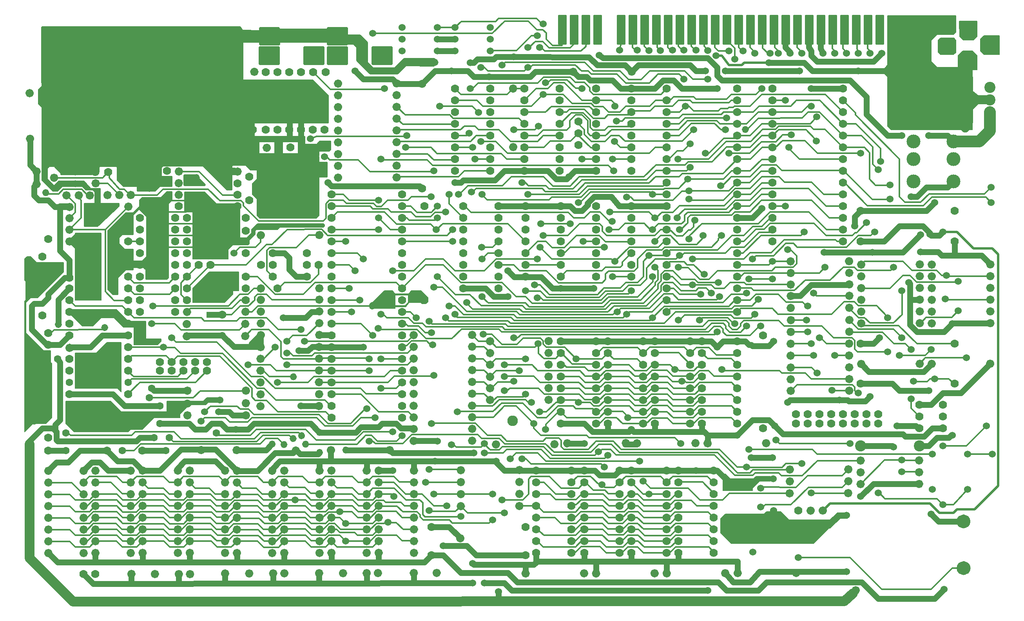
<source format=gbr>
%TF.GenerationSoftware,KiCad,Pcbnew,9.0.5*%
%TF.CreationDate,2026-01-24T19:47:24+00:00*%
%TF.ProjectId,issue3b,69737375-6533-4622-9e6b-696361645f70,3B*%
%TF.SameCoordinates,Original*%
%TF.FileFunction,Copper,L1,Top*%
%TF.FilePolarity,Positive*%
%FSLAX46Y46*%
G04 Gerber Fmt 4.6, Leading zero omitted, Abs format (unit mm)*
G04 Created by KiCad (PCBNEW 9.0.5) date 2026-01-24 19:47:24*
%MOMM*%
%LPD*%
G01*
G04 APERTURE LIST*
%TA.AperFunction,NonConductor*%
%ADD10C,0.889000*%
%TD*%
%TA.AperFunction,NonConductor*%
%ADD11C,0.762000*%
%TD*%
%TA.AperFunction,NonConductor*%
%ADD12C,1.500000*%
%TD*%
%TA.AperFunction,NonConductor*%
%ADD13C,0.000000*%
%TD*%
%TA.AperFunction,NonConductor*%
%ADD14C,1.651000*%
%TD*%
%TA.AperFunction,NonConductor*%
%ADD15C,2.857500*%
%TD*%
%TA.AperFunction,NonConductor*%
%ADD16C,0.200000*%
%TD*%
%TA.AperFunction,ViaPad*%
%ADD17C,1.524000*%
%TD*%
%TA.AperFunction,ViaPad*%
%ADD18C,1.778000*%
%TD*%
%TA.AperFunction,ViaPad*%
%ADD19C,1.016010*%
%TD*%
%TA.AperFunction,ViaPad*%
%ADD20C,0.889010*%
%TD*%
%TA.AperFunction,ViaPad*%
%ADD21C,2.400000*%
%TD*%
%TA.AperFunction,ViaPad*%
%ADD22C,3.556000*%
%TD*%
%TA.AperFunction,ViaPad*%
%ADD23C,3.000000*%
%TD*%
%TA.AperFunction,ViaPad*%
%ADD24C,1.399550*%
%TD*%
%TA.AperFunction,ViaPad*%
%ADD25C,1.600000*%
%TD*%
%TA.AperFunction,ViaPad*%
%ADD26C,2.794010*%
%TD*%
%TA.AperFunction,ViaPad*%
%ADD27C,1.036330*%
%TD*%
%TA.AperFunction,ViaPad*%
%ADD28C,3.175010*%
%TD*%
%TA.AperFunction,ViaPad*%
%ADD29C,4.572010*%
%TD*%
%TA.AperFunction,ViaPad*%
%ADD30C,2.286010*%
%TD*%
%TA.AperFunction,Conductor*%
%ADD31C,0.305000*%
%TD*%
%TA.AperFunction,Conductor*%
%ADD32C,1.270000*%
%TD*%
%TA.AperFunction,Conductor*%
%ADD33C,2.159000*%
%TD*%
%TA.AperFunction,Conductor*%
%ADD34C,0.150000*%
%TD*%
%TA.AperFunction,Conductor*%
%ADD35C,0.508000*%
%TD*%
%TA.AperFunction,Conductor*%
%ADD36C,0.254000*%
%TD*%
%TA.AperFunction,Conductor*%
%ADD37C,2.540000*%
%TD*%
G04 APERTURE END LIST*
D10*
X125506700Y-57176400D02*
G75*
G02*
X124617700Y-57176400I-444500J0D01*
G01*
X124617700Y-57176400D02*
G75*
G02*
X125506700Y-57176400I444500J0D01*
G01*
X50262400Y-130734000D02*
G75*
G02*
X49373400Y-130734000I-444500J0D01*
G01*
X49373400Y-130734000D02*
G75*
G02*
X50262400Y-130734000I444500J0D01*
G01*
D11*
X104905700Y-118061800D02*
G75*
G02*
X104143700Y-118061800I-381000J0D01*
G01*
X104143700Y-118061800D02*
G75*
G02*
X104905700Y-118061800I381000J0D01*
G01*
D10*
X153375500Y-147838500D02*
G75*
G02*
X152486500Y-147838500I-444500J0D01*
G01*
X152486500Y-147838500D02*
G75*
G02*
X153375500Y-147838500I444500J0D01*
G01*
X253776700Y-88672400D02*
G75*
G02*
X252887700Y-88672400I-444500J0D01*
G01*
X252887700Y-88672400D02*
G75*
G02*
X253776700Y-88672400I444500J0D01*
G01*
X50262400Y-133274000D02*
G75*
G02*
X49373400Y-133274000I-444500J0D01*
G01*
X49373400Y-133274000D02*
G75*
G02*
X50262400Y-133274000I444500J0D01*
G01*
D11*
X108785000Y-117361400D02*
G75*
G02*
X108023000Y-117361400I-381000J0D01*
G01*
X108023000Y-117361400D02*
G75*
G02*
X108785000Y-117361400I381000J0D01*
G01*
D10*
X145701600Y-107807700D02*
G75*
G02*
X144812600Y-107807700I-444500J0D01*
G01*
X144812600Y-107807700D02*
G75*
G02*
X145701600Y-107807700I444500J0D01*
G01*
X163665600Y-39432800D02*
G75*
G02*
X162776600Y-39432800I-444500J0D01*
G01*
X162776600Y-39432800D02*
G75*
G02*
X163665600Y-39432800I444500J0D01*
G01*
X139389100Y-128102600D02*
G75*
G02*
X138500100Y-128102600I-444500J0D01*
G01*
X138500100Y-128102600D02*
G75*
G02*
X139389100Y-128102600I444500J0D01*
G01*
D12*
X248276800Y-136594800D02*
G75*
G02*
X246776800Y-136594800I-750000J0D01*
G01*
X246776800Y-136594800D02*
G75*
G02*
X248276800Y-136594800I750000J0D01*
G01*
D11*
X114463900Y-121165300D02*
G75*
G02*
X113701900Y-121165300I-381000J0D01*
G01*
X113701900Y-121165300D02*
G75*
G02*
X114463900Y-121165300I381000J0D01*
G01*
D10*
X121635700Y-133227100D02*
G75*
G02*
X120746700Y-133227100I-444500J0D01*
G01*
X120746700Y-133227100D02*
G75*
G02*
X121635700Y-133227100I444500J0D01*
G01*
X125506700Y-44476400D02*
G75*
G02*
X124617700Y-44476400I-444500J0D01*
G01*
X124617700Y-44476400D02*
G75*
G02*
X125506700Y-44476400I444500J0D01*
G01*
X60436700Y-143411100D02*
G75*
G02*
X59547700Y-143411100I-444500J0D01*
G01*
X59547700Y-143411100D02*
G75*
G02*
X60436700Y-143411100I444500J0D01*
G01*
D13*
%TA.AperFunction,NonConductor*%
G36*
X105203000Y-55126200D02*
G01*
X107883900Y-55124800D01*
X108505000Y-54504000D01*
X110791000Y-54504000D01*
X110791000Y-56282000D01*
X110537000Y-56536000D01*
X108251000Y-56536000D01*
X108251000Y-57552000D01*
X103933000Y-57552000D01*
X103933000Y-54504000D01*
X100377000Y-54504000D01*
X100377000Y-57806000D01*
X98853000Y-57806000D01*
X98853000Y-54504000D01*
X95297000Y-54504000D01*
X95297000Y-57806000D01*
X93519000Y-57806000D01*
X93519000Y-53488000D01*
X105203000Y-53488000D01*
X105203000Y-55126200D01*
G37*
%TD.AperFunction*%
%TA.AperFunction,NonConductor*%
G36*
X76501000Y-67204000D02*
G01*
X75739000Y-67966000D01*
X75739000Y-83968000D01*
X75485000Y-84222000D01*
X70927400Y-84221100D01*
X70927500Y-82204400D01*
X70405000Y-81682000D01*
X68119000Y-81682000D01*
X68119000Y-82190000D01*
X66595000Y-82190000D01*
X64817000Y-83968000D01*
X64817000Y-87524000D01*
X63801000Y-87524000D01*
X62785000Y-86508000D01*
X62785000Y-73808000D01*
X66595000Y-69998000D01*
X68373000Y-69998000D01*
X68119000Y-70252000D01*
X68119000Y-74570000D01*
X65833000Y-74570000D01*
X65071000Y-75332000D01*
X65071000Y-76602000D01*
X66341000Y-77872000D01*
X68119000Y-77872000D01*
X68119000Y-80412000D01*
X70151000Y-80412000D01*
X71167000Y-79396000D01*
X71167000Y-70760000D01*
X69643000Y-69236000D01*
X69643000Y-67204000D01*
X70151000Y-66696000D01*
X74215000Y-66696000D01*
X75485000Y-65426000D01*
X76501000Y-65426000D01*
X76501000Y-67204000D01*
G37*
%TD.AperFunction*%
%TA.AperFunction,NonConductor*%
G36*
X249475000Y-50440000D02*
G01*
X231949000Y-50440000D01*
X231949000Y-40534000D01*
X249475000Y-40534000D01*
X249475000Y-50440000D01*
G37*
%TD.AperFunction*%
D10*
X83275200Y-121171400D02*
G75*
G02*
X82386200Y-121171400I-444500J0D01*
G01*
X82386200Y-121171400D02*
G75*
G02*
X83275200Y-121171400I444500J0D01*
G01*
X241135600Y-88708800D02*
G75*
G02*
X240246600Y-88708800I-444500J0D01*
G01*
X240246600Y-88708800D02*
G75*
G02*
X241135600Y-88708800I444500J0D01*
G01*
X112865600Y-52132800D02*
G75*
G02*
X111976600Y-52132800I-444500J0D01*
G01*
X111976600Y-52132800D02*
G75*
G02*
X112865600Y-52132800I444500J0D01*
G01*
X129255700Y-130687100D02*
G75*
G02*
X128366700Y-130687100I-444500J0D01*
G01*
X128366700Y-130687100D02*
G75*
G02*
X129255700Y-130687100I444500J0D01*
G01*
X46320200Y-53899700D02*
G75*
G02*
X45431200Y-53899700I-444500J0D01*
G01*
X45431200Y-53899700D02*
G75*
G02*
X46320200Y-53899700I444500J0D01*
G01*
X96092600Y-106549000D02*
G75*
G02*
X95203600Y-106549000I-444500J0D01*
G01*
X95203600Y-106549000D02*
G75*
G02*
X96092600Y-106549000I444500J0D01*
G01*
D13*
%TA.AperFunction,NonConductor*%
G36*
X99615000Y-37740000D02*
G01*
X95551000Y-37740000D01*
X95551000Y-34184000D01*
X99615000Y-34184000D01*
X99615000Y-37740000D01*
G37*
%TD.AperFunction*%
D10*
X50262400Y-143434000D02*
G75*
G02*
X49373400Y-143434000I-444500J0D01*
G01*
X49373400Y-143434000D02*
G75*
G02*
X50262400Y-143434000I444500J0D01*
G01*
X225756400Y-123440800D02*
G75*
G02*
X224867400Y-123440800I-444500J0D01*
G01*
X224867400Y-123440800D02*
G75*
G02*
X225756400Y-123440800I444500J0D01*
G01*
X210624900Y-80395000D02*
G75*
G02*
X209735900Y-80395000I-444500J0D01*
G01*
X209735900Y-80395000D02*
G75*
G02*
X210624900Y-80395000I444500J0D01*
G01*
X125506700Y-49556400D02*
G75*
G02*
X124617700Y-49556400I-444500J0D01*
G01*
X124617700Y-49556400D02*
G75*
G02*
X125506700Y-49556400I444500J0D01*
G01*
X68056700Y-133251100D02*
G75*
G02*
X67167700Y-133251100I-444500J0D01*
G01*
X67167700Y-133251100D02*
G75*
G02*
X68056700Y-133251100I444500J0D01*
G01*
X190078300Y-119669100D02*
G75*
G02*
X189189300Y-119669100I-444500J0D01*
G01*
X189189300Y-119669100D02*
G75*
G02*
X190078300Y-119669100I444500J0D01*
G01*
X108772700Y-98888400D02*
G75*
G02*
X107883700Y-98888400I-444500J0D01*
G01*
X107883700Y-98888400D02*
G75*
G02*
X108772700Y-98888400I444500J0D01*
G01*
X112865600Y-49592800D02*
G75*
G02*
X111976600Y-49592800I-444500J0D01*
G01*
X111976600Y-49592800D02*
G75*
G02*
X112865600Y-49592800I444500J0D01*
G01*
X108812800Y-88670500D02*
G75*
G02*
X107923800Y-88670500I-444500J0D01*
G01*
X107923800Y-88670500D02*
G75*
G02*
X108812800Y-88670500I444500J0D01*
G01*
X101235200Y-130697800D02*
G75*
G02*
X100346200Y-130697800I-444500J0D01*
G01*
X100346200Y-130697800D02*
G75*
G02*
X101235200Y-130697800I444500J0D01*
G01*
X158342800Y-102691300D02*
G75*
G02*
X157453800Y-102691300I-444500J0D01*
G01*
X157453800Y-102691300D02*
G75*
G02*
X158342800Y-102691300I444500J0D01*
G01*
X57882400Y-133274000D02*
G75*
G02*
X56993400Y-133274000I-444500J0D01*
G01*
X56993400Y-133274000D02*
G75*
G02*
X57882400Y-133274000I444500J0D01*
G01*
X141832800Y-101370500D02*
G75*
G02*
X140943800Y-101370500I-444500J0D01*
G01*
X140943800Y-101370500D02*
G75*
G02*
X141832800Y-101370500I444500J0D01*
G01*
X50262400Y-138354000D02*
G75*
G02*
X49373400Y-138354000I-444500J0D01*
G01*
X49373400Y-138354000D02*
G75*
G02*
X50262400Y-138354000I444500J0D01*
G01*
X223310800Y-95604700D02*
G75*
G02*
X222421800Y-95604700I-444500J0D01*
G01*
X222421800Y-95604700D02*
G75*
G02*
X223310800Y-95604700I444500J0D01*
G01*
X80169600Y-96580900D02*
G75*
G02*
X79280600Y-96580900I-444500J0D01*
G01*
X79280600Y-96580900D02*
G75*
G02*
X80169600Y-96580900I444500J0D01*
G01*
X139264500Y-140243400D02*
G75*
G02*
X138375500Y-140243400I-444500J0D01*
G01*
X138375500Y-140243400D02*
G75*
G02*
X139264500Y-140243400I444500J0D01*
G01*
X152033700Y-130649100D02*
G75*
G02*
X151144700Y-130649100I-444500J0D01*
G01*
X151144700Y-130649100D02*
G75*
G02*
X152033700Y-130649100I444500J0D01*
G01*
X119046300Y-138307200D02*
G75*
G02*
X118157300Y-138307200I-444500J0D01*
G01*
X118157300Y-138307200D02*
G75*
G02*
X119046300Y-138307200I444500J0D01*
G01*
D14*
X254364900Y-33676000D02*
G75*
G02*
X252713900Y-33676000I-825500J0D01*
G01*
X252713900Y-33676000D02*
G75*
G02*
X254364900Y-33676000I825500J0D01*
G01*
D10*
X210664600Y-90459100D02*
G75*
G02*
X209775600Y-90459100I-444500J0D01*
G01*
X209775600Y-90459100D02*
G75*
G02*
X210664600Y-90459100I444500J0D01*
G01*
X129191600Y-116621500D02*
G75*
G02*
X128302600Y-116621500I-444500J0D01*
G01*
X128302600Y-116621500D02*
G75*
G02*
X129191600Y-116621500I444500J0D01*
G01*
X92810800Y-93902900D02*
G75*
G02*
X91921800Y-93902900I-444500J0D01*
G01*
X91921800Y-93902900D02*
G75*
G02*
X92810800Y-93902900I444500J0D01*
G01*
D13*
%TA.AperFunction,NonConductor*%
G36*
X217493000Y-27266400D02*
G01*
X217493000Y-33414400D01*
X216014900Y-33417600D01*
X216008100Y-27264100D01*
X217493000Y-27266400D01*
G37*
%TD.AperFunction*%
D10*
X54838300Y-68640500D02*
G75*
G02*
X53949300Y-68640500I-444500J0D01*
G01*
X53949300Y-68640500D02*
G75*
G02*
X54838300Y-68640500I444500J0D01*
G01*
X96131500Y-98924800D02*
G75*
G02*
X95242500Y-98924800I-444500J0D01*
G01*
X95242500Y-98924800D02*
G75*
G02*
X96131500Y-98924800I444500J0D01*
G01*
X88435500Y-143389300D02*
G75*
G02*
X87546500Y-143389300I-444500J0D01*
G01*
X87546500Y-143389300D02*
G75*
G02*
X88435500Y-143389300I444500J0D01*
G01*
D13*
%TA.AperFunction,NonConductor*%
G36*
X174313000Y-27266400D02*
G01*
X174318300Y-33419700D01*
X172834900Y-33417600D01*
X172828100Y-27264100D01*
X174313000Y-27266400D01*
G37*
%TD.AperFunction*%
D10*
X94768200Y-39431300D02*
G75*
G02*
X93879200Y-39431300I-444500J0D01*
G01*
X93879200Y-39431300D02*
G75*
G02*
X94768200Y-39431300I444500J0D01*
G01*
D13*
%TA.AperFunction,NonConductor*%
G36*
X207333000Y-27266400D02*
G01*
X207338300Y-33419700D01*
X205854900Y-33417600D01*
X205848100Y-27264100D01*
X207333000Y-27266400D01*
G37*
%TD.AperFunction*%
D10*
X111426300Y-125607200D02*
G75*
G02*
X110537300Y-125607200I-444500J0D01*
G01*
X110537300Y-125607200D02*
G75*
G02*
X111426300Y-125607200I444500J0D01*
G01*
D13*
%TA.AperFunction,NonConductor*%
G36*
X202253000Y-27266400D02*
G01*
X202258300Y-33419700D01*
X200774900Y-33417600D01*
X200768100Y-27264100D01*
X202253000Y-27266400D01*
G37*
%TD.AperFunction*%
D10*
X96092600Y-111690000D02*
G75*
G02*
X95203600Y-111690000I-444500J0D01*
G01*
X95203600Y-111690000D02*
G75*
G02*
X96092600Y-111690000I444500J0D01*
G01*
X70630800Y-138303200D02*
G75*
G02*
X69741800Y-138303200I-444500J0D01*
G01*
X69741800Y-138303200D02*
G75*
G02*
X70630800Y-138303200I444500J0D01*
G01*
X80169600Y-93939300D02*
G75*
G02*
X79280600Y-93939300I-444500J0D01*
G01*
X79280600Y-93939300D02*
G75*
G02*
X80169600Y-93939300I444500J0D01*
G01*
X60436700Y-128171100D02*
G75*
G02*
X59547700Y-128171100I-444500J0D01*
G01*
X59547700Y-128171100D02*
G75*
G02*
X60436700Y-128171100I444500J0D01*
G01*
X196507400Y-147777600D02*
G75*
G02*
X195618400Y-147777600I-444500J0D01*
G01*
X195618400Y-147777600D02*
G75*
G02*
X196507400Y-147777600I444500J0D01*
G01*
X97461200Y-55853600D02*
G75*
G02*
X96572200Y-55853600I-444500J0D01*
G01*
X96572200Y-55853600D02*
G75*
G02*
X97461200Y-55853600I444500J0D01*
G01*
X80815500Y-125609400D02*
G75*
G02*
X79926500Y-125609400I-444500J0D01*
G01*
X79926500Y-125609400D02*
G75*
G02*
X80815500Y-125609400I444500J0D01*
G01*
X98628800Y-143422600D02*
G75*
G02*
X97739800Y-143422600I-444500J0D01*
G01*
X97739800Y-143422600D02*
G75*
G02*
X98628800Y-143422600I444500J0D01*
G01*
X141832800Y-114070500D02*
G75*
G02*
X140943800Y-114070500I-444500J0D01*
G01*
X140943800Y-114070500D02*
G75*
G02*
X141832800Y-114070500I444500J0D01*
G01*
X80874400Y-147975600D02*
G75*
G02*
X79985400Y-147975600I-444500J0D01*
G01*
X79985400Y-147975600D02*
G75*
G02*
X80874400Y-147975600I444500J0D01*
G01*
X101235200Y-135777800D02*
G75*
G02*
X100346200Y-135777800I-444500J0D01*
G01*
X100346200Y-135777800D02*
G75*
G02*
X101235200Y-135777800I444500J0D01*
G01*
X183866200Y-147814000D02*
G75*
G02*
X182977200Y-147814000I-444500J0D01*
G01*
X182977200Y-147814000D02*
G75*
G02*
X183866200Y-147814000I444500J0D01*
G01*
D13*
%TA.AperFunction,NonConductor*%
G36*
X161613000Y-27266400D02*
G01*
X161618300Y-33419700D01*
X160134900Y-33417600D01*
X160128100Y-27264100D01*
X161613000Y-27266400D01*
G37*
%TD.AperFunction*%
D10*
X125506700Y-54636400D02*
G75*
G02*
X124617700Y-54636400I-444500J0D01*
G01*
X124617700Y-54636400D02*
G75*
G02*
X125506700Y-54636400I444500J0D01*
G01*
X91008800Y-130722700D02*
G75*
G02*
X90119800Y-130722700I-444500J0D01*
G01*
X90119800Y-130722700D02*
G75*
G02*
X91008800Y-130722700I444500J0D01*
G01*
X80815500Y-138309300D02*
G75*
G02*
X79926500Y-138309300I-444500J0D01*
G01*
X79926500Y-138309300D02*
G75*
G02*
X80815500Y-138309300I444500J0D01*
G01*
X111426300Y-138307200D02*
G75*
G02*
X110537300Y-138307200I-444500J0D01*
G01*
X110537300Y-138307200D02*
G75*
G02*
X111426300Y-138307200I444500J0D01*
G01*
X101235200Y-143397800D02*
G75*
G02*
X100346200Y-143397800I-444500J0D01*
G01*
X100346200Y-143397800D02*
G75*
G02*
X101235200Y-143397800I444500J0D01*
G01*
X54820100Y-73551400D02*
G75*
G02*
X53931100Y-73551400I-444500J0D01*
G01*
X53931100Y-73551400D02*
G75*
G02*
X54820100Y-73551400I444500J0D01*
G01*
X223296700Y-85370400D02*
G75*
G02*
X222407700Y-85370400I-444500J0D01*
G01*
X222407700Y-85370400D02*
G75*
G02*
X223296700Y-85370400I444500J0D01*
G01*
D12*
X248307600Y-146687100D02*
G75*
G02*
X246807600Y-146687100I-750000J0D01*
G01*
X246807600Y-146687100D02*
G75*
G02*
X248307600Y-146687100I750000J0D01*
G01*
D10*
X88435500Y-125609400D02*
G75*
G02*
X87546500Y-125609400I-444500J0D01*
G01*
X87546500Y-125609400D02*
G75*
G02*
X88435500Y-125609400I444500J0D01*
G01*
X225885200Y-102566200D02*
G75*
G02*
X224996200Y-102566200I-444500J0D01*
G01*
X224996200Y-102566200D02*
G75*
G02*
X225885200Y-102566200I444500J0D01*
G01*
D11*
X82157900Y-62286000D02*
G75*
G02*
X81395900Y-62286000I-381000J0D01*
G01*
X81395900Y-62286000D02*
G75*
G02*
X82157900Y-62286000I381000J0D01*
G01*
D10*
X112865600Y-44512800D02*
G75*
G02*
X111976600Y-44512800I-444500J0D01*
G01*
X111976600Y-44512800D02*
G75*
G02*
X112865600Y-44512800I444500J0D01*
G01*
X54820100Y-76091400D02*
G75*
G02*
X53931100Y-76091400I-444500J0D01*
G01*
X53931100Y-76091400D02*
G75*
G02*
X54820100Y-76091400I444500J0D01*
G01*
X78459100Y-147975600D02*
G75*
G02*
X77570100Y-147975600I-444500J0D01*
G01*
X77570100Y-147975600D02*
G75*
G02*
X78459100Y-147975600I444500J0D01*
G01*
X46220700Y-44045700D02*
G75*
G02*
X45331700Y-44045700I-444500J0D01*
G01*
X45331700Y-44045700D02*
G75*
G02*
X46220700Y-44045700I444500J0D01*
G01*
X111426300Y-140847200D02*
G75*
G02*
X110537300Y-140847200I-444500J0D01*
G01*
X110537300Y-140847200D02*
G75*
G02*
X111426300Y-140847200I444500J0D01*
G01*
X175030600Y-119658500D02*
G75*
G02*
X174141600Y-119658500I-444500J0D01*
G01*
X174141600Y-119658500D02*
G75*
G02*
X175030600Y-119658500I444500J0D01*
G01*
X50262400Y-135814000D02*
G75*
G02*
X49373400Y-135814000I-444500J0D01*
G01*
X49373400Y-135814000D02*
G75*
G02*
X50262400Y-135814000I444500J0D01*
G01*
X158342800Y-97611300D02*
G75*
G02*
X157453800Y-97611300I-444500J0D01*
G01*
X157453800Y-97611300D02*
G75*
G02*
X158342800Y-97611300I444500J0D01*
G01*
X96171600Y-96326900D02*
G75*
G02*
X95282600Y-96326900I-444500J0D01*
G01*
X95282600Y-96326900D02*
G75*
G02*
X96171600Y-96326900I444500J0D01*
G01*
X91008800Y-143422600D02*
G75*
G02*
X90119800Y-143422600I-444500J0D01*
G01*
X90119800Y-143422600D02*
G75*
G02*
X91008800Y-143422600I444500J0D01*
G01*
X92925700Y-111044900D02*
G75*
G02*
X92036700Y-111044900I-444500J0D01*
G01*
X92036700Y-111044900D02*
G75*
G02*
X92925700Y-111044900I444500J0D01*
G01*
X210462300Y-125373500D02*
G75*
G02*
X209573300Y-125373500I-444500J0D01*
G01*
X209573300Y-125373500D02*
G75*
G02*
X210462300Y-125373500I444500J0D01*
G01*
X225895600Y-91248800D02*
G75*
G02*
X225006600Y-91248800I-444500J0D01*
G01*
X225006600Y-91248800D02*
G75*
G02*
X225895600Y-91248800I444500J0D01*
G01*
X47717100Y-60971300D02*
G75*
G02*
X46828100Y-60971300I-444500J0D01*
G01*
X46828100Y-60971300D02*
G75*
G02*
X47717100Y-60971300I444500J0D01*
G01*
X210655600Y-85406800D02*
G75*
G02*
X209766600Y-85406800I-444500J0D01*
G01*
X209766600Y-85406800D02*
G75*
G02*
X210655600Y-85406800I444500J0D01*
G01*
D13*
%TA.AperFunction,NonConductor*%
G36*
X187013000Y-27266400D02*
G01*
X187018300Y-33419700D01*
X185534900Y-33417600D01*
X185528100Y-27264100D01*
X187013000Y-27266400D01*
G37*
%TD.AperFunction*%
D10*
X108733700Y-106512600D02*
G75*
G02*
X107844700Y-106512600I-444500J0D01*
G01*
X107844700Y-106512600D02*
G75*
G02*
X108733700Y-106512600I444500J0D01*
G01*
X223296700Y-108332000D02*
G75*
G02*
X222407700Y-108332000I-444500J0D01*
G01*
X222407700Y-108332000D02*
G75*
G02*
X223296700Y-108332000I444500J0D01*
G01*
X119046300Y-128147200D02*
G75*
G02*
X118157300Y-128147200I-444500J0D01*
G01*
X118157300Y-128147200D02*
G75*
G02*
X119046300Y-128147200I444500J0D01*
G01*
X129255700Y-138307100D02*
G75*
G02*
X128366700Y-138307100I-444500J0D01*
G01*
X128366700Y-138307100D02*
G75*
G02*
X129255700Y-138307100I444500J0D01*
G01*
X51510200Y-62329100D02*
G75*
G02*
X50621200Y-62329100I-444500J0D01*
G01*
X50621200Y-62329100D02*
G75*
G02*
X51510200Y-62329100I444500J0D01*
G01*
X111322800Y-121190600D02*
G75*
G02*
X110433800Y-121190600I-444500J0D01*
G01*
X110433800Y-121190600D02*
G75*
G02*
X111322800Y-121190600I444500J0D01*
G01*
X119046300Y-135767200D02*
G75*
G02*
X118157300Y-135767200I-444500J0D01*
G01*
X118157300Y-135767200D02*
G75*
G02*
X119046300Y-135767200I444500J0D01*
G01*
X211834200Y-147718100D02*
G75*
G02*
X210945200Y-147718100I-444500J0D01*
G01*
X210945200Y-147718100D02*
G75*
G02*
X211834200Y-147718100I444500J0D01*
G01*
X210462300Y-127936600D02*
G75*
G02*
X209573300Y-127936600I-444500J0D01*
G01*
X209573300Y-127936600D02*
G75*
G02*
X210462300Y-127936600I444500J0D01*
G01*
X158342800Y-110311300D02*
G75*
G02*
X157453800Y-110311300I-444500J0D01*
G01*
X157453800Y-110311300D02*
G75*
G02*
X158342800Y-110311300I444500J0D01*
G01*
X108855200Y-138317800D02*
G75*
G02*
X107966200Y-138317800I-444500J0D01*
G01*
X107966200Y-138317800D02*
G75*
G02*
X108855200Y-138317800I444500J0D01*
G01*
X91143800Y-60992900D02*
G75*
G02*
X90254800Y-60992900I-444500J0D01*
G01*
X90254800Y-60992900D02*
G75*
G02*
X91143800Y-60992900I444500J0D01*
G01*
D13*
%TA.AperFunction,NonConductor*%
G36*
X209851000Y-136292000D02*
G01*
X218741000Y-136292000D01*
X220288400Y-134750400D01*
X222476400Y-134741600D01*
X222657300Y-134839000D01*
X222627900Y-135772400D01*
X222385800Y-135890600D01*
X220914500Y-135896600D01*
X218741000Y-138070000D01*
X218487000Y-138070000D01*
X215185000Y-141372000D01*
X197405000Y-141372000D01*
X195119000Y-139086000D01*
X195119000Y-136038000D01*
X196135000Y-135022000D01*
X204517000Y-135022000D01*
X205025000Y-134514000D01*
X208073000Y-134514000D01*
X209851000Y-136292000D01*
G37*
%TD.AperFunction*%
D10*
X68056700Y-128171100D02*
G75*
G02*
X67167700Y-128171100I-444500J0D01*
G01*
X67167700Y-128171100D02*
G75*
G02*
X68056700Y-128171100I444500J0D01*
G01*
X112865600Y-47052800D02*
G75*
G02*
X111976600Y-47052800I-444500J0D01*
G01*
X111976600Y-47052800D02*
G75*
G02*
X112865600Y-47052800I444500J0D01*
G01*
X96171600Y-74736900D02*
G75*
G02*
X95282600Y-74736900I-444500J0D01*
G01*
X95282600Y-74736900D02*
G75*
G02*
X96171600Y-74736900I444500J0D01*
G01*
X210667000Y-87869000D02*
G75*
G02*
X209778000Y-87869000I-444500J0D01*
G01*
X209778000Y-87869000D02*
G75*
G02*
X210667000Y-87869000I444500J0D01*
G01*
X223103500Y-127900200D02*
G75*
G02*
X222214500Y-127900200I-444500J0D01*
G01*
X222214500Y-127900200D02*
G75*
G02*
X223103500Y-127900200I444500J0D01*
G01*
X108855200Y-143397800D02*
G75*
G02*
X107966200Y-143397800I-444500J0D01*
G01*
X107966200Y-143397800D02*
G75*
G02*
X108855200Y-143397800I444500J0D01*
G01*
D13*
%TA.AperFunction,NonConductor*%
G36*
X222573000Y-27266400D02*
G01*
X222578300Y-33419700D01*
X221094900Y-33417600D01*
X221088100Y-27264100D01*
X222573000Y-27266400D01*
G37*
%TD.AperFunction*%
D10*
X129191600Y-109026900D02*
G75*
G02*
X128302600Y-109026900I-444500J0D01*
G01*
X128302600Y-109026900D02*
G75*
G02*
X129191600Y-109026900I444500J0D01*
G01*
X80815500Y-143389300D02*
G75*
G02*
X79926500Y-143389300I-444500J0D01*
G01*
X79926500Y-143389300D02*
G75*
G02*
X80815500Y-143389300I444500J0D01*
G01*
X57882400Y-130734000D02*
G75*
G02*
X56993400Y-130734000I-444500J0D01*
G01*
X56993400Y-130734000D02*
G75*
G02*
X57882400Y-130734000I444500J0D01*
G01*
X224697100Y-151469200D02*
G75*
G02*
X223808100Y-151469200I-444500J0D01*
G01*
X223808100Y-151469200D02*
G75*
G02*
X224697100Y-151469200I444500J0D01*
G01*
D11*
X105778600Y-119893800D02*
G75*
G02*
X105016600Y-119893800I-381000J0D01*
G01*
X105016600Y-119893800D02*
G75*
G02*
X105778600Y-119893800I381000J0D01*
G01*
D10*
X60436700Y-133251100D02*
G75*
G02*
X59547700Y-133251100I-444500J0D01*
G01*
X59547700Y-133251100D02*
G75*
G02*
X60436700Y-133251100I444500J0D01*
G01*
D13*
%TA.AperFunction,NonConductor*%
G36*
X84629000Y-92553200D02*
G01*
X83994000Y-92553200D01*
X83994000Y-91283200D01*
X84629000Y-91283200D01*
X84629000Y-92553200D01*
G37*
%TD.AperFunction*%
D10*
X54182500Y-66126800D02*
G75*
G02*
X53293500Y-66126800I-444500J0D01*
G01*
X53293500Y-66126800D02*
G75*
G02*
X54182500Y-66126800I444500J0D01*
G01*
X57882400Y-128194000D02*
G75*
G02*
X56993400Y-128194000I-444500J0D01*
G01*
X56993400Y-128194000D02*
G75*
G02*
X57882400Y-128194000I444500J0D01*
G01*
X217582200Y-134243400D02*
G75*
G02*
X216693200Y-134243400I-444500J0D01*
G01*
X216693200Y-134243400D02*
G75*
G02*
X217582200Y-134243400I444500J0D01*
G01*
X98628800Y-130722700D02*
G75*
G02*
X97739800Y-130722700I-444500J0D01*
G01*
X97739800Y-130722700D02*
G75*
G02*
X98628800Y-130722700I444500J0D01*
G01*
X168604500Y-147842500D02*
G75*
G02*
X167715500Y-147842500I-444500J0D01*
G01*
X167715500Y-147842500D02*
G75*
G02*
X168604500Y-147842500I444500J0D01*
G01*
D13*
%TA.AperFunction,NonConductor*%
G36*
X225113000Y-27266400D02*
G01*
X225118300Y-33419700D01*
X223634900Y-33417600D01*
X223628100Y-27264100D01*
X225113000Y-27266400D01*
G37*
%TD.AperFunction*%
D11*
X101112600Y-119980000D02*
G75*
G02*
X100350600Y-119980000I-381000J0D01*
G01*
X100350600Y-119980000D02*
G75*
G02*
X101112600Y-119980000I381000J0D01*
G01*
D10*
X56841900Y-66108600D02*
G75*
G02*
X55952900Y-66108600I-444500J0D01*
G01*
X55952900Y-66108600D02*
G75*
G02*
X56841900Y-66108600I444500J0D01*
G01*
X129191600Y-103922800D02*
G75*
G02*
X128302600Y-103922800I-444500J0D01*
G01*
X128302600Y-103922800D02*
G75*
G02*
X129191600Y-103922800I444500J0D01*
G01*
X80815500Y-128149400D02*
G75*
G02*
X79926500Y-128149400I-444500J0D01*
G01*
X79926500Y-128149400D02*
G75*
G02*
X80815500Y-128149400I444500J0D01*
G01*
X145701600Y-100213100D02*
G75*
G02*
X144812600Y-100213100I-444500J0D01*
G01*
X144812600Y-100213100D02*
G75*
G02*
X145701600Y-100213100I444500J0D01*
G01*
X108855200Y-140857800D02*
G75*
G02*
X107966200Y-140857800I-444500J0D01*
G01*
X107966200Y-140857800D02*
G75*
G02*
X108855200Y-140857800I444500J0D01*
G01*
X166016700Y-147802100D02*
G75*
G02*
X165127700Y-147802100I-444500J0D01*
G01*
X165127700Y-147802100D02*
G75*
G02*
X166016700Y-147802100I444500J0D01*
G01*
X241135600Y-93788800D02*
G75*
G02*
X240246600Y-93788800I-444500J0D01*
G01*
X240246600Y-93788800D02*
G75*
G02*
X241135600Y-93788800I444500J0D01*
G01*
X225749000Y-128531200D02*
G75*
G02*
X224860000Y-128531200I-444500J0D01*
G01*
X224860000Y-128531200D02*
G75*
G02*
X225749000Y-128531200I444500J0D01*
G01*
D13*
%TA.AperFunction,NonConductor*%
G36*
X86153000Y-67966000D02*
G01*
X90979000Y-67966000D01*
X91233000Y-68220000D01*
X91233000Y-75332000D01*
X92757000Y-75332000D01*
X93773000Y-74316000D01*
X93773000Y-73554000D01*
X95043000Y-72284000D01*
X109267000Y-72284000D01*
X109521000Y-72538000D01*
X109521000Y-72792000D01*
X109267000Y-73046000D01*
X99869000Y-73046000D01*
X99361000Y-73554000D01*
X94789000Y-73554000D01*
X94535000Y-73808000D01*
X94535000Y-74570000D01*
X93265000Y-75840000D01*
X93265000Y-76602000D01*
X93011000Y-76856000D01*
X89709000Y-76856000D01*
X88693000Y-77872000D01*
X88693000Y-79904000D01*
X81073000Y-79904000D01*
X81073000Y-69744000D01*
X79295000Y-69744000D01*
X79295000Y-65426000D01*
X83613000Y-65426000D01*
X86153000Y-67966000D01*
G37*
%TD.AperFunction*%
D10*
X108855200Y-128157800D02*
G75*
G02*
X107966200Y-128157800I-444500J0D01*
G01*
X107966200Y-128157800D02*
G75*
G02*
X108855200Y-128157800I444500J0D01*
G01*
X96171600Y-88706900D02*
G75*
G02*
X95282600Y-88706900I-444500J0D01*
G01*
X95282600Y-88706900D02*
G75*
G02*
X96171600Y-88706900I444500J0D01*
G01*
X80815500Y-140849300D02*
G75*
G02*
X79926500Y-140849300I-444500J0D01*
G01*
X79926500Y-140849300D02*
G75*
G02*
X80815500Y-140849300I444500J0D01*
G01*
X68056700Y-130711300D02*
G75*
G02*
X67167700Y-130711300I-444500J0D01*
G01*
X67167700Y-130711300D02*
G75*
G02*
X68056700Y-130711300I444500J0D01*
G01*
X96171600Y-93786900D02*
G75*
G02*
X95282600Y-93786900I-444500J0D01*
G01*
X95282600Y-93786900D02*
G75*
G02*
X96171600Y-93786900I444500J0D01*
G01*
X91008800Y-133262600D02*
G75*
G02*
X90119800Y-133262600I-444500J0D01*
G01*
X90119800Y-133262600D02*
G75*
G02*
X91008800Y-133262600I444500J0D01*
G01*
X108733700Y-111653600D02*
G75*
G02*
X107844700Y-111653600I-444500J0D01*
G01*
X107844700Y-111653600D02*
G75*
G02*
X108733700Y-111653600I444500J0D01*
G01*
X108761700Y-109090600D02*
G75*
G02*
X107872700Y-109090600I-444500J0D01*
G01*
X107872700Y-109090600D02*
G75*
G02*
X108761700Y-109090600I444500J0D01*
G01*
X108855200Y-130697800D02*
G75*
G02*
X107966200Y-130697800I-444500J0D01*
G01*
X107966200Y-130697800D02*
G75*
G02*
X108855200Y-130697800I444500J0D01*
G01*
D13*
%TA.AperFunction,NonConductor*%
G36*
X66849000Y-93112000D02*
G01*
X67357000Y-93112000D01*
X67865000Y-93620000D01*
X67865000Y-94128000D01*
X67357000Y-94636000D01*
X66087000Y-94636000D01*
X64055000Y-92604000D01*
X61261000Y-92604000D01*
X59483000Y-94382000D01*
X57197000Y-94382000D01*
X54911000Y-92096000D01*
X53816200Y-91808400D01*
X53806200Y-90837800D01*
X64563000Y-90826000D01*
X66849000Y-93112000D01*
G37*
%TD.AperFunction*%
D10*
X70630800Y-133223200D02*
G75*
G02*
X69741800Y-133223200I-444500J0D01*
G01*
X69741800Y-133223200D02*
G75*
G02*
X70630800Y-133223200I444500J0D01*
G01*
X111426300Y-130687200D02*
G75*
G02*
X110537300Y-130687200I-444500J0D01*
G01*
X110537300Y-130687200D02*
G75*
G02*
X111426300Y-130687200I444500J0D01*
G01*
X141832800Y-106450500D02*
G75*
G02*
X140943800Y-106450500I-444500J0D01*
G01*
X140943800Y-106450500D02*
G75*
G02*
X141832800Y-106450500I444500J0D01*
G01*
X176306700Y-39396400D02*
G75*
G02*
X175417700Y-39396400I-444500J0D01*
G01*
X175417700Y-39396400D02*
G75*
G02*
X176306700Y-39396400I444500J0D01*
G01*
X101235200Y-125617800D02*
G75*
G02*
X100346200Y-125617800I-444500J0D01*
G01*
X100346200Y-125617800D02*
G75*
G02*
X101235200Y-125617800I444500J0D01*
G01*
D13*
%TA.AperFunction,NonConductor*%
G36*
X181933000Y-27266400D02*
G01*
X181938300Y-33419700D01*
X180454900Y-33417600D01*
X180448100Y-27264100D01*
X181933000Y-27266400D01*
G37*
%TD.AperFunction*%
D10*
X223330600Y-93061600D02*
G75*
G02*
X222441600Y-93061600I-444500J0D01*
G01*
X222441600Y-93061600D02*
G75*
G02*
X223330600Y-93061600I444500J0D01*
G01*
X129191600Y-119186900D02*
G75*
G02*
X128302600Y-119186900I-444500J0D01*
G01*
X128302600Y-119186900D02*
G75*
G02*
X129191600Y-119186900I444500J0D01*
G01*
X225895600Y-88708800D02*
G75*
G02*
X225006600Y-88708800I-444500J0D01*
G01*
X225006600Y-88708800D02*
G75*
G02*
X225895600Y-88708800I444500J0D01*
G01*
X92943900Y-113667800D02*
G75*
G02*
X92054900Y-113667800I-444500J0D01*
G01*
X92054900Y-113667800D02*
G75*
G02*
X92943900Y-113667800I444500J0D01*
G01*
X121467100Y-147749400D02*
G75*
G02*
X120578100Y-147749400I-444500J0D01*
G01*
X120578100Y-147749400D02*
G75*
G02*
X121467100Y-147749400I444500J0D01*
G01*
X141832800Y-103886400D02*
G75*
G02*
X140943800Y-103886400I-444500J0D01*
G01*
X140943800Y-103886400D02*
G75*
G02*
X141832800Y-103886400I444500J0D01*
G01*
X129191600Y-98866900D02*
G75*
G02*
X128302600Y-98866900I-444500J0D01*
G01*
X128302600Y-98866900D02*
G75*
G02*
X129191600Y-98866900I444500J0D01*
G01*
D13*
%TA.AperFunction,NonConductor*%
G36*
X176853000Y-27266400D02*
G01*
X176858300Y-33419700D01*
X175374900Y-33417600D01*
X175368100Y-27264100D01*
X176853000Y-27266400D01*
G37*
%TD.AperFunction*%
D10*
X158342800Y-107771300D02*
G75*
G02*
X157453800Y-107771300I-444500J0D01*
G01*
X157453800Y-107771300D02*
G75*
G02*
X158342800Y-107771300I444500J0D01*
G01*
X210655600Y-103339200D02*
G75*
G02*
X209766600Y-103339200I-444500J0D01*
G01*
X209766600Y-103339200D02*
G75*
G02*
X210655600Y-103339200I444500J0D01*
G01*
X121635700Y-143387100D02*
G75*
G02*
X120746700Y-143387100I-444500J0D01*
G01*
X120746700Y-143387100D02*
G75*
G02*
X121635700Y-143387100I444500J0D01*
G01*
X223061500Y-130477200D02*
G75*
G02*
X222172500Y-130477200I-444500J0D01*
G01*
X222172500Y-130477200D02*
G75*
G02*
X223061500Y-130477200I444500J0D01*
G01*
X68056700Y-135791100D02*
G75*
G02*
X67167700Y-135791100I-444500J0D01*
G01*
X67167700Y-135791100D02*
G75*
G02*
X68056700Y-135791100I444500J0D01*
G01*
X158342800Y-105307500D02*
G75*
G02*
X157453800Y-105307500I-444500J0D01*
G01*
X157453800Y-105307500D02*
G75*
G02*
X158342800Y-105307500I444500J0D01*
G01*
X238536800Y-83592400D02*
G75*
G02*
X237647800Y-83592400I-444500J0D01*
G01*
X237647800Y-83592400D02*
G75*
G02*
X238536800Y-83592400I444500J0D01*
G01*
D14*
X249284900Y-37232000D02*
G75*
G02*
X247633900Y-37232000I-825500J0D01*
G01*
X247633900Y-37232000D02*
G75*
G02*
X249284900Y-37232000I825500J0D01*
G01*
D10*
X145701600Y-102727700D02*
G75*
G02*
X144812600Y-102727700I-444500J0D01*
G01*
X144812600Y-102727700D02*
G75*
G02*
X145701600Y-102727700I444500J0D01*
G01*
D13*
%TA.AperFunction,NonConductor*%
G36*
X179393000Y-27266400D02*
G01*
X179398300Y-33419700D01*
X177914900Y-33417600D01*
X177908100Y-27264100D01*
X179393000Y-27266400D01*
G37*
%TD.AperFunction*%
D10*
X78250800Y-135763200D02*
G75*
G02*
X77361800Y-135763200I-444500J0D01*
G01*
X77361800Y-135763200D02*
G75*
G02*
X78250800Y-135763200I444500J0D01*
G01*
X98628800Y-133262600D02*
G75*
G02*
X97739800Y-133262600I-444500J0D01*
G01*
X97739800Y-133262600D02*
G75*
G02*
X98628800Y-133262600I444500J0D01*
G01*
X101251500Y-147803200D02*
G75*
G02*
X100362500Y-147803200I-444500J0D01*
G01*
X100362500Y-147803200D02*
G75*
G02*
X101251500Y-147803200I444500J0D01*
G01*
D15*
X52428250Y-44598000D02*
G75*
G02*
X49570750Y-44598000I-1428750J0D01*
G01*
X49570750Y-44598000D02*
G75*
G02*
X52428250Y-44598000I1428750J0D01*
G01*
D13*
%TA.AperFunction,NonConductor*%
G36*
X83613000Y-63902000D02*
G01*
X79295000Y-63902000D01*
X79295000Y-61870000D01*
X81581000Y-61870000D01*
X83613000Y-63902000D01*
G37*
%TD.AperFunction*%
D10*
X91008800Y-125642600D02*
G75*
G02*
X90119800Y-125642600I-444500J0D01*
G01*
X90119800Y-125642600D02*
G75*
G02*
X91008800Y-125642600I444500J0D01*
G01*
X223296700Y-103302800D02*
G75*
G02*
X222407700Y-103302800I-444500J0D01*
G01*
X222407700Y-103302800D02*
G75*
G02*
X223296700Y-103302800I444500J0D01*
G01*
D13*
%TA.AperFunction,NonConductor*%
G36*
X214953000Y-27266400D02*
G01*
X214953000Y-33414400D01*
X213474900Y-33417600D01*
X213468100Y-27264100D01*
X214953000Y-27266400D01*
G37*
%TD.AperFunction*%
D10*
X57882400Y-138354000D02*
G75*
G02*
X56993400Y-138354000I-444500J0D01*
G01*
X56993400Y-138354000D02*
G75*
G02*
X57882400Y-138354000I444500J0D01*
G01*
X129225700Y-147727800D02*
G75*
G02*
X128336700Y-147727800I-444500J0D01*
G01*
X128336700Y-147727800D02*
G75*
G02*
X129225700Y-147727800I444500J0D01*
G01*
X129255700Y-125607100D02*
G75*
G02*
X128366700Y-125607100I-444500J0D01*
G01*
X128366700Y-125607100D02*
G75*
G02*
X129255700Y-125607100I444500J0D01*
G01*
X125506700Y-62256400D02*
G75*
G02*
X124617700Y-62256400I-444500J0D01*
G01*
X124617700Y-62256400D02*
G75*
G02*
X125506700Y-62256400I444500J0D01*
G01*
D13*
%TA.AperFunction,NonConductor*%
G36*
X189553000Y-27266400D02*
G01*
X189558300Y-33419700D01*
X188074900Y-33417600D01*
X188068100Y-27264100D01*
X189553000Y-27266400D01*
G37*
%TD.AperFunction*%
D10*
X108812800Y-91210500D02*
G75*
G02*
X107923800Y-91210500I-444500J0D01*
G01*
X107923800Y-91210500D02*
G75*
G02*
X108812800Y-91210500I444500J0D01*
G01*
X78250800Y-128143200D02*
G75*
G02*
X77361800Y-128143200I-444500J0D01*
G01*
X77361800Y-128143200D02*
G75*
G02*
X78250800Y-128143200I444500J0D01*
G01*
D13*
%TA.AperFunction,NonConductor*%
G36*
X194633000Y-27266400D02*
G01*
X194638300Y-33419700D01*
X193154900Y-33417600D01*
X193148100Y-27264100D01*
X194633000Y-27266400D01*
G37*
%TD.AperFunction*%
D10*
X121635700Y-128147100D02*
G75*
G02*
X120746700Y-128147100I-444500J0D01*
G01*
X120746700Y-128147100D02*
G75*
G02*
X121635700Y-128147100I444500J0D01*
G01*
X139392500Y-130685500D02*
G75*
G02*
X138503500Y-130685500I-444500J0D01*
G01*
X138503500Y-130685500D02*
G75*
G02*
X139392500Y-130685500I444500J0D01*
G01*
D13*
%TA.AperFunction,NonConductor*%
G36*
X91741000Y-30628000D02*
G01*
X95604900Y-30646000D01*
X95615300Y-30014200D01*
X99608200Y-30026200D01*
X99603600Y-30378000D01*
X110283000Y-30374000D01*
X110283000Y-30006300D01*
X114344700Y-30004000D01*
X114347000Y-31644000D01*
X117141000Y-31644000D01*
X118665000Y-33168000D01*
X118665000Y-37486000D01*
X119935000Y-38756000D01*
X124761000Y-38756000D01*
X126793000Y-36724000D01*
X133162700Y-36710000D01*
X133134600Y-38078000D01*
X127047000Y-37994000D01*
X125269000Y-39772000D01*
X119427000Y-39772000D01*
X116633000Y-36978000D01*
X116633000Y-34067100D01*
X115844000Y-33278200D01*
X114329000Y-33278200D01*
X114341800Y-33492100D01*
X110271400Y-33487600D01*
X110283000Y-32914000D01*
X99649300Y-32917000D01*
X99635800Y-33482900D01*
X95616000Y-33483500D01*
X95615800Y-32911500D01*
X91741000Y-32914000D01*
X91741000Y-41296000D01*
X81835000Y-41296000D01*
X81835000Y-31136000D01*
X55673000Y-31136000D01*
X55673000Y-41804000D01*
X48561000Y-41804000D01*
X48561000Y-29866000D01*
X91233000Y-29866000D01*
X91741000Y-30628000D01*
G37*
%TD.AperFunction*%
D10*
X129255700Y-133227100D02*
G75*
G02*
X128366700Y-133227100I-444500J0D01*
G01*
X128366700Y-133227100D02*
G75*
G02*
X129255700Y-133227100I444500J0D01*
G01*
D13*
%TA.AperFunction,NonConductor*%
G36*
X65579000Y-108606000D02*
G01*
X64817000Y-107844000D01*
X55673000Y-107844000D01*
X55673000Y-100224000D01*
X60245000Y-100224000D01*
X62531000Y-97938000D01*
X65579000Y-97938000D01*
X65579000Y-108606000D01*
G37*
%TD.AperFunction*%
D10*
X210669700Y-95641100D02*
G75*
G02*
X209780700Y-95641100I-444500J0D01*
G01*
X209780700Y-95641100D02*
G75*
G02*
X210669700Y-95641100I444500J0D01*
G01*
X139389100Y-125521400D02*
G75*
G02*
X138500100Y-125521400I-444500J0D01*
G01*
X138500100Y-125521400D02*
G75*
G02*
X139389100Y-125521400I444500J0D01*
G01*
X223308100Y-87832600D02*
G75*
G02*
X222419100Y-87832600I-444500J0D01*
G01*
X222419100Y-87832600D02*
G75*
G02*
X223308100Y-87832600I444500J0D01*
G01*
X111426300Y-135767200D02*
G75*
G02*
X110537300Y-135767200I-444500J0D01*
G01*
X110537300Y-135767200D02*
G75*
G02*
X111426300Y-135767200I444500J0D01*
G01*
X192703200Y-119716900D02*
G75*
G02*
X191814200Y-119716900I-444500J0D01*
G01*
X191814200Y-119716900D02*
G75*
G02*
X192703200Y-119716900I444500J0D01*
G01*
X108812800Y-74700500D02*
G75*
G02*
X107923800Y-74700500I-444500J0D01*
G01*
X107923800Y-74700500D02*
G75*
G02*
X108812800Y-74700500I444500J0D01*
G01*
X108747700Y-101407700D02*
G75*
G02*
X107858700Y-101407700I-444500J0D01*
G01*
X107858700Y-101407700D02*
G75*
G02*
X108747700Y-101407700I444500J0D01*
G01*
X91008800Y-138342600D02*
G75*
G02*
X90119800Y-138342600I-444500J0D01*
G01*
X90119800Y-138342600D02*
G75*
G02*
X91008800Y-138342600I444500J0D01*
G01*
X108855200Y-133237800D02*
G75*
G02*
X107966200Y-133237800I-444500J0D01*
G01*
X107966200Y-133237800D02*
G75*
G02*
X108855200Y-133237800I444500J0D01*
G01*
X50262400Y-128194000D02*
G75*
G02*
X49373400Y-128194000I-444500J0D01*
G01*
X49373400Y-128194000D02*
G75*
G02*
X50262400Y-128194000I444500J0D01*
G01*
D13*
%TA.AperFunction,NonConductor*%
G36*
X70913000Y-97176000D02*
G01*
X74215000Y-97176000D01*
X74215000Y-97684000D01*
X73453000Y-98446000D01*
X68373000Y-98446000D01*
X68373000Y-94636000D01*
X67357000Y-94636000D01*
X67865000Y-94128000D01*
X67865000Y-93620000D01*
X67611000Y-93366000D01*
X70913000Y-93366000D01*
X70913000Y-97176000D01*
G37*
%TD.AperFunction*%
D10*
X125506700Y-59716400D02*
G75*
G02*
X124617700Y-59716400I-444500J0D01*
G01*
X124617700Y-59716400D02*
G75*
G02*
X125506700Y-59716400I444500J0D01*
G01*
X119046300Y-125607200D02*
G75*
G02*
X118157300Y-125607200I-444500J0D01*
G01*
X118157300Y-125607200D02*
G75*
G02*
X119046300Y-125607200I444500J0D01*
G01*
D11*
X108785000Y-121693300D02*
G75*
G02*
X108023000Y-121693300I-381000J0D01*
G01*
X108023000Y-121693300D02*
G75*
G02*
X108785000Y-121693300I381000J0D01*
G01*
D10*
X92943900Y-108333800D02*
G75*
G02*
X92054900Y-108333800I-444500J0D01*
G01*
X92054900Y-108333800D02*
G75*
G02*
X92943900Y-108333800I444500J0D01*
G01*
X78437200Y-66014400D02*
G75*
G02*
X77548200Y-66014400I-444500J0D01*
G01*
X77548200Y-66014400D02*
G75*
G02*
X78437200Y-66014400I444500J0D01*
G01*
X70630800Y-128143200D02*
G75*
G02*
X69741800Y-128143200I-444500J0D01*
G01*
X69741800Y-128143200D02*
G75*
G02*
X70630800Y-128143200I444500J0D01*
G01*
X119046300Y-143387200D02*
G75*
G02*
X118157300Y-143387200I-444500J0D01*
G01*
X118157300Y-143387200D02*
G75*
G02*
X119046300Y-143387200I444500J0D01*
G01*
X129255700Y-128147100D02*
G75*
G02*
X128366700Y-128147100I-444500J0D01*
G01*
X128366700Y-128147100D02*
G75*
G02*
X129255700Y-128147100I444500J0D01*
G01*
X223266100Y-80358600D02*
G75*
G02*
X222377100Y-80358600I-444500J0D01*
G01*
X222377100Y-80358600D02*
G75*
G02*
X223266100Y-80358600I444500J0D01*
G01*
X241135600Y-81088800D02*
G75*
G02*
X240246600Y-81088800I-444500J0D01*
G01*
X240246600Y-81088800D02*
G75*
G02*
X241135600Y-81088800I444500J0D01*
G01*
X111426300Y-143387200D02*
G75*
G02*
X110537300Y-143387200I-444500J0D01*
G01*
X110537300Y-143387200D02*
G75*
G02*
X111426300Y-143387200I444500J0D01*
G01*
X225895600Y-81088800D02*
G75*
G02*
X225006600Y-81088800I-444500J0D01*
G01*
X225006600Y-81088800D02*
G75*
G02*
X225895600Y-81088800I444500J0D01*
G01*
X54853000Y-99085600D02*
G75*
G02*
X53964000Y-99085600I-444500J0D01*
G01*
X53964000Y-99085600D02*
G75*
G02*
X54853000Y-99085600I444500J0D01*
G01*
D13*
%TA.AperFunction,NonConductor*%
G36*
X47291000Y-80666000D02*
G01*
X53133000Y-80666000D01*
X53133000Y-82698000D01*
X47545000Y-88286000D01*
X46021000Y-88286000D01*
X45005000Y-89302000D01*
X45005000Y-95906000D01*
X48815000Y-99716000D01*
X50339000Y-99716000D01*
X50339000Y-102256000D01*
X50593000Y-102510000D01*
X50593000Y-114194000D01*
X49323000Y-115464000D01*
X46529000Y-115464000D01*
X44751000Y-117242000D01*
X44751000Y-89048000D01*
X45005000Y-88794000D01*
X45005000Y-84730000D01*
X44751000Y-84476000D01*
X44751000Y-79904000D01*
X45259000Y-79396000D01*
X46021000Y-79396000D01*
X47291000Y-80666000D01*
G37*
%TD.AperFunction*%
D10*
X205344400Y-119680500D02*
G75*
G02*
X204455400Y-119680500I-444500J0D01*
G01*
X204455400Y-119680500D02*
G75*
G02*
X205344400Y-119680500I444500J0D01*
G01*
X70630800Y-143383200D02*
G75*
G02*
X69741800Y-143383200I-444500J0D01*
G01*
X69741800Y-143383200D02*
G75*
G02*
X70630800Y-143383200I444500J0D01*
G01*
X63035000Y-66072200D02*
G75*
G02*
X62146000Y-66072200I-444500J0D01*
G01*
X62146000Y-66072200D02*
G75*
G02*
X63035000Y-66072200I444500J0D01*
G01*
X80815500Y-135769300D02*
G75*
G02*
X79926500Y-135769300I-444500J0D01*
G01*
X79926500Y-135769300D02*
G75*
G02*
X80815500Y-135769300I444500J0D01*
G01*
X78250800Y-140843200D02*
G75*
G02*
X77361800Y-140843200I-444500J0D01*
G01*
X77361800Y-140843200D02*
G75*
G02*
X78250800Y-140843200I444500J0D01*
G01*
X103730000Y-121273000D02*
G75*
G02*
X102841000Y-121273000I-444500J0D01*
G01*
X102841000Y-121273000D02*
G75*
G02*
X103730000Y-121273000I444500J0D01*
G01*
X210689500Y-93098000D02*
G75*
G02*
X209800500Y-93098000I-444500J0D01*
G01*
X209800500Y-93098000D02*
G75*
G02*
X210689500Y-93098000I444500J0D01*
G01*
X129173400Y-111609600D02*
G75*
G02*
X128284400Y-111609600I-444500J0D01*
G01*
X128284400Y-111609600D02*
G75*
G02*
X129173400Y-111609600I444500J0D01*
G01*
X68080500Y-66054000D02*
G75*
G02*
X67191500Y-66054000I-444500J0D01*
G01*
X67191500Y-66054000D02*
G75*
G02*
X68080500Y-66054000I444500J0D01*
G01*
X88435500Y-138309300D02*
G75*
G02*
X87546500Y-138309300I-444500J0D01*
G01*
X87546500Y-138309300D02*
G75*
G02*
X88435500Y-138309300I444500J0D01*
G01*
X129191600Y-101406900D02*
G75*
G02*
X128302600Y-101406900I-444500J0D01*
G01*
X128302600Y-101406900D02*
G75*
G02*
X129191600Y-101406900I444500J0D01*
G01*
X129191600Y-114106900D02*
G75*
G02*
X128302600Y-114106900I-444500J0D01*
G01*
X128302600Y-114106900D02*
G75*
G02*
X129191600Y-114106900I444500J0D01*
G01*
X101235200Y-138317800D02*
G75*
G02*
X100346200Y-138317800I-444500J0D01*
G01*
X100346200Y-138317800D02*
G75*
G02*
X101235200Y-138317800I444500J0D01*
G01*
X125506700Y-47016400D02*
G75*
G02*
X124617700Y-47016400I-444500J0D01*
G01*
X124617700Y-47016400D02*
G75*
G02*
X125506700Y-47016400I444500J0D01*
G01*
X139383900Y-133295500D02*
G75*
G02*
X138494900Y-133295500I-444500J0D01*
G01*
X138494900Y-133295500D02*
G75*
G02*
X139383900Y-133295500I444500J0D01*
G01*
X134161000Y-147717000D02*
G75*
G02*
X133272000Y-147717000I-444500J0D01*
G01*
X133272000Y-147717000D02*
G75*
G02*
X134161000Y-147717000I444500J0D01*
G01*
X68056700Y-125631000D02*
G75*
G02*
X67167700Y-125631000I-444500J0D01*
G01*
X67167700Y-125631000D02*
G75*
G02*
X68056700Y-125631000I444500J0D01*
G01*
X98837700Y-147814000D02*
G75*
G02*
X97948700Y-147814000I-444500J0D01*
G01*
X97948700Y-147814000D02*
G75*
G02*
X98837700Y-147814000I444500J0D01*
G01*
D13*
%TA.AperFunction,NonConductor*%
G36*
X164153000Y-27266400D02*
G01*
X164158300Y-33419700D01*
X162674900Y-33417600D01*
X162668100Y-27264100D01*
X164153000Y-27266400D01*
G37*
%TD.AperFunction*%
%TA.AperFunction,NonConductor*%
G36*
X114347000Y-37740000D02*
G01*
X110283000Y-37740000D01*
X110283000Y-34184000D01*
X114347000Y-34184000D01*
X114347000Y-37740000D01*
G37*
%TD.AperFunction*%
D10*
X96106600Y-104001000D02*
G75*
G02*
X95217600Y-104001000I-444500J0D01*
G01*
X95217600Y-104001000D02*
G75*
G02*
X96106600Y-104001000I444500J0D01*
G01*
X214963900Y-134260000D02*
G75*
G02*
X214074900Y-134260000I-444500J0D01*
G01*
X214074900Y-134260000D02*
G75*
G02*
X214963900Y-134260000I444500J0D01*
G01*
X80815500Y-133229300D02*
G75*
G02*
X79926500Y-133229300I-444500J0D01*
G01*
X79926500Y-133229300D02*
G75*
G02*
X80815500Y-133229300I444500J0D01*
G01*
X57882400Y-135814000D02*
G75*
G02*
X56993400Y-135814000I-444500J0D01*
G01*
X56993400Y-135814000D02*
G75*
G02*
X57882400Y-135814000I444500J0D01*
G01*
X152025100Y-133259100D02*
G75*
G02*
X151136100Y-133259100I-444500J0D01*
G01*
X151136100Y-133259100D02*
G75*
G02*
X152025100Y-133259100I444500J0D01*
G01*
X70630800Y-125603200D02*
G75*
G02*
X69741800Y-125603200I-444500J0D01*
G01*
X69741800Y-125603200D02*
G75*
G02*
X70630800Y-125603200I444500J0D01*
G01*
D13*
%TA.AperFunction,NonConductor*%
G36*
X245424700Y-32154400D02*
G01*
X245877500Y-32610600D01*
X245874400Y-35231800D01*
X245410200Y-35700000D01*
X242617000Y-35708000D01*
X242109000Y-35200000D01*
X242109000Y-32660000D01*
X242617000Y-32152000D01*
X245424700Y-32154400D01*
G37*
%TD.AperFunction*%
D10*
X210655500Y-82911500D02*
G75*
G02*
X209766500Y-82911500I-444500J0D01*
G01*
X209766500Y-82911500D02*
G75*
G02*
X210655500Y-82911500I444500J0D01*
G01*
X78434100Y-63484100D02*
G75*
G02*
X77545100Y-63484100I-444500J0D01*
G01*
X77545100Y-63484100D02*
G75*
G02*
X78434100Y-63484100I444500J0D01*
G01*
X121635700Y-135767100D02*
G75*
G02*
X120746700Y-135767100I-444500J0D01*
G01*
X120746700Y-135767100D02*
G75*
G02*
X121635700Y-135767100I444500J0D01*
G01*
X47717200Y-63706800D02*
G75*
G02*
X46828200Y-63706800I-444500J0D01*
G01*
X46828200Y-63706800D02*
G75*
G02*
X47717200Y-63706800I444500J0D01*
G01*
X70630800Y-135763200D02*
G75*
G02*
X69741800Y-135763200I-444500J0D01*
G01*
X69741800Y-135763200D02*
G75*
G02*
X70630800Y-135763200I444500J0D01*
G01*
D11*
X98548000Y-119872200D02*
G75*
G02*
X97786000Y-119872200I-381000J0D01*
G01*
X97786000Y-119872200D02*
G75*
G02*
X98548000Y-119872200I381000J0D01*
G01*
D14*
X244712900Y-33676000D02*
G75*
G02*
X243061900Y-33676000I-825500J0D01*
G01*
X243061900Y-33676000D02*
G75*
G02*
X244712900Y-33676000I825500J0D01*
G01*
D10*
X78250800Y-125603200D02*
G75*
G02*
X77361800Y-125603200I-444500J0D01*
G01*
X77361800Y-125603200D02*
G75*
G02*
X78250800Y-125603200I444500J0D01*
G01*
X152030200Y-125485000D02*
G75*
G02*
X151141200Y-125485000I-444500J0D01*
G01*
X151141200Y-125485000D02*
G75*
G02*
X152030200Y-125485000I444500J0D01*
G01*
D13*
%TA.AperFunction,NonConductor*%
G36*
X51355000Y-59838000D02*
G01*
X50085000Y-59838000D01*
X49577000Y-60346000D01*
X49577000Y-62632000D01*
X51101000Y-64156000D01*
X52117000Y-63140000D01*
X57527800Y-63109900D01*
X58895200Y-64735500D01*
X61007000Y-64727300D01*
X61007000Y-67966000D01*
X65071000Y-67966000D01*
X65071000Y-68474000D01*
X60499000Y-72792000D01*
X57705000Y-72792000D01*
X57705000Y-67966000D01*
X59991000Y-67966000D01*
X59991000Y-65426000D01*
X59483000Y-64918000D01*
X57959000Y-64918000D01*
X57197000Y-64156000D01*
X52879000Y-64156000D01*
X51863000Y-65172000D01*
X50847000Y-65172000D01*
X48561000Y-62886000D01*
X48561000Y-47138000D01*
X47799000Y-46376000D01*
X47799000Y-43328000D01*
X48561000Y-42566000D01*
X48561000Y-41804000D01*
X51355000Y-41804000D01*
X51355000Y-59838000D01*
G37*
%TD.AperFunction*%
%TA.AperFunction,NonConductor*%
G36*
X220033000Y-27266400D02*
G01*
X220038300Y-33419700D01*
X218554900Y-33417600D01*
X218548100Y-27264100D01*
X220033000Y-27266400D01*
G37*
%TD.AperFunction*%
D10*
X253776700Y-86132400D02*
G75*
G02*
X252887700Y-86132400I-444500J0D01*
G01*
X252887700Y-86132400D02*
G75*
G02*
X253776700Y-86132400I444500J0D01*
G01*
D13*
%TA.AperFunction,NonConductor*%
G36*
X245919000Y-30882000D02*
G01*
X245411000Y-31390000D01*
X241855000Y-31390000D01*
X240585000Y-32660000D01*
X240585000Y-37232000D01*
X241855000Y-38502000D01*
X246427000Y-38502000D01*
X246427000Y-35962000D01*
X247443000Y-34946000D01*
X249475000Y-34946000D01*
X250491000Y-35962000D01*
X250491000Y-39010000D01*
X249475000Y-39010000D01*
X249475000Y-43582000D01*
X250745000Y-44598000D01*
X253539000Y-44598000D01*
X253793000Y-44852000D01*
X253793000Y-46122000D01*
X253539000Y-46376000D01*
X250745000Y-46376000D01*
X249475000Y-47646000D01*
X249475000Y-51964000D01*
X248713000Y-51964000D01*
X248205000Y-52472000D01*
X247697000Y-52472000D01*
X247189000Y-51964000D01*
X231949000Y-51964000D01*
X231187000Y-51202000D01*
X231187000Y-40534000D01*
X230459900Y-39806800D01*
X230171100Y-39806800D01*
X230171000Y-38724600D01*
X230453000Y-38728000D01*
X231187000Y-37994000D01*
X231187000Y-27326000D01*
X245919000Y-27326000D01*
X245919000Y-30882000D01*
G37*
%TD.AperFunction*%
D10*
X108855200Y-125617800D02*
G75*
G02*
X107966200Y-125617800I-444500J0D01*
G01*
X107966200Y-125617800D02*
G75*
G02*
X108855200Y-125617800I444500J0D01*
G01*
X238395000Y-125958600D02*
G75*
G02*
X237506000Y-125958600I-444500J0D01*
G01*
X237506000Y-125958600D02*
G75*
G02*
X238395000Y-125958600I444500J0D01*
G01*
X238390200Y-128494800D02*
G75*
G02*
X237501200Y-128494800I-444500J0D01*
G01*
X237501200Y-128494800D02*
G75*
G02*
X238390200Y-128494800I444500J0D01*
G01*
X121635700Y-138307100D02*
G75*
G02*
X120746700Y-138307100I-444500J0D01*
G01*
X120746700Y-138307100D02*
G75*
G02*
X121635700Y-138307100I444500J0D01*
G01*
X96120600Y-109127000D02*
G75*
G02*
X95231600Y-109127000I-444500J0D01*
G01*
X95231600Y-109127000D02*
G75*
G02*
X96120600Y-109127000I444500J0D01*
G01*
X223103500Y-125337100D02*
G75*
G02*
X222214500Y-125337100I-444500J0D01*
G01*
X222214500Y-125337100D02*
G75*
G02*
X223103500Y-125337100I444500J0D01*
G01*
X119046300Y-140847200D02*
G75*
G02*
X118157300Y-140847200I-444500J0D01*
G01*
X118157300Y-140847200D02*
G75*
G02*
X119046300Y-140847200I444500J0D01*
G01*
D13*
%TA.AperFunction,NonConductor*%
G36*
X204793000Y-27266400D02*
G01*
X204798300Y-33419700D01*
X203314900Y-33417600D01*
X203308100Y-27264100D01*
X204793000Y-27266400D01*
G37*
%TD.AperFunction*%
D10*
X68056700Y-140871100D02*
G75*
G02*
X67167700Y-140871100I-444500J0D01*
G01*
X67167700Y-140871100D02*
G75*
G02*
X68056700Y-140871100I444500J0D01*
G01*
X141832800Y-96290500D02*
G75*
G02*
X140943800Y-96290500I-444500J0D01*
G01*
X140943800Y-96290500D02*
G75*
G02*
X141832800Y-96290500I444500J0D01*
G01*
X241135600Y-86168800D02*
G75*
G02*
X240246600Y-86168800I-444500J0D01*
G01*
X240246600Y-86168800D02*
G75*
G02*
X241135600Y-86168800I444500J0D01*
G01*
X92810800Y-96544500D02*
G75*
G02*
X91921800Y-96544500I-444500J0D01*
G01*
X91921800Y-96544500D02*
G75*
G02*
X92810800Y-96544500I444500J0D01*
G01*
X108812800Y-96290500D02*
G75*
G02*
X107923800Y-96290500I-444500J0D01*
G01*
X107923800Y-96290500D02*
G75*
G02*
X108812800Y-96290500I444500J0D01*
G01*
X67552300Y-68567600D02*
G75*
G02*
X66663300Y-68567600I-444500J0D01*
G01*
X66663300Y-68567600D02*
G75*
G02*
X67552300Y-68567600I444500J0D01*
G01*
D13*
%TA.AperFunction,NonConductor*%
G36*
X166693000Y-27266400D02*
G01*
X166698300Y-33419700D01*
X165214900Y-33417600D01*
X165208100Y-27264100D01*
X166693000Y-27266400D01*
G37*
%TD.AperFunction*%
%TA.AperFunction,NonConductor*%
G36*
X250491000Y-31771000D02*
G01*
X249729000Y-32533000D01*
X247516900Y-32533000D01*
X246719700Y-31776600D01*
X246681000Y-28469000D01*
X250491000Y-28469000D01*
X250491000Y-31771000D01*
G37*
%TD.AperFunction*%
D10*
X238397600Y-123404400D02*
G75*
G02*
X237508600Y-123404400I-444500J0D01*
G01*
X237508600Y-123404400D02*
G75*
G02*
X238397600Y-123404400I444500J0D01*
G01*
X91008800Y-128182600D02*
G75*
G02*
X90119800Y-128182600I-444500J0D01*
G01*
X90119800Y-128182600D02*
G75*
G02*
X91008800Y-128182600I444500J0D01*
G01*
X108747700Y-103964600D02*
G75*
G02*
X107858700Y-103964600I-444500J0D01*
G01*
X107858700Y-103964600D02*
G75*
G02*
X108747700Y-103964600I444500J0D01*
G01*
X124018600Y-121190600D02*
G75*
G02*
X123129600Y-121190600I-444500J0D01*
G01*
X123129600Y-121190600D02*
G75*
G02*
X124018600Y-121190600I444500J0D01*
G01*
D11*
X49638200Y-65544000D02*
G75*
G02*
X48876200Y-65544000I-381000J0D01*
G01*
X48876200Y-65544000D02*
G75*
G02*
X49638200Y-65544000I381000J0D01*
G01*
X103150000Y-105330000D02*
G75*
G02*
X102388000Y-105330000I-381000J0D01*
G01*
X102388000Y-105330000D02*
G75*
G02*
X103150000Y-105330000I381000J0D01*
G01*
D10*
X141832800Y-98830500D02*
G75*
G02*
X140943800Y-98830500I-444500J0D01*
G01*
X140943800Y-98830500D02*
G75*
G02*
X141832800Y-98830500I444500J0D01*
G01*
X54838300Y-71063100D02*
G75*
G02*
X53949300Y-71063100I-444500J0D01*
G01*
X53949300Y-71063100D02*
G75*
G02*
X54838300Y-71063100I444500J0D01*
G01*
X108762300Y-147781700D02*
G75*
G02*
X107873300Y-147781700I-444500J0D01*
G01*
X107873300Y-147781700D02*
G75*
G02*
X108762300Y-147781700I444500J0D01*
G01*
X80220400Y-91323100D02*
G75*
G02*
X79331400Y-91323100I-444500J0D01*
G01*
X79331400Y-91323100D02*
G75*
G02*
X80220400Y-91323100I444500J0D01*
G01*
X119053300Y-147770900D02*
G75*
G02*
X118164300Y-147770900I-444500J0D01*
G01*
X118164300Y-147770900D02*
G75*
G02*
X119053300Y-147770900I444500J0D01*
G01*
X162389400Y-119694900D02*
G75*
G02*
X161500400Y-119694900I-444500J0D01*
G01*
X161500400Y-119694900D02*
G75*
G02*
X162389400Y-119694900I444500J0D01*
G01*
X96171600Y-86243100D02*
G75*
G02*
X95282600Y-86243100I-444500J0D01*
G01*
X95282600Y-86243100D02*
G75*
G02*
X96171600Y-86243100I444500J0D01*
G01*
X108855200Y-135777800D02*
G75*
G02*
X107966200Y-135777800I-444500J0D01*
G01*
X107966200Y-135777800D02*
G75*
G02*
X108855200Y-135777800I444500J0D01*
G01*
X112865600Y-57212800D02*
G75*
G02*
X111976600Y-57212800I-444500J0D01*
G01*
X111976600Y-57212800D02*
G75*
G02*
X112865600Y-57212800I444500J0D01*
G01*
X112865600Y-59752800D02*
G75*
G02*
X111976600Y-59752800I-444500J0D01*
G01*
X111976600Y-59752800D02*
G75*
G02*
X112865600Y-59752800I444500J0D01*
G01*
X119046300Y-130687200D02*
G75*
G02*
X118157300Y-130687200I-444500J0D01*
G01*
X118157300Y-130687200D02*
G75*
G02*
X119046300Y-130687200I444500J0D01*
G01*
D13*
%TA.AperFunction,NonConductor*%
G36*
X227653000Y-27266400D02*
G01*
X227658300Y-33419700D01*
X226174900Y-33417600D01*
X226168100Y-27264100D01*
X227653000Y-27266400D01*
G37*
%TD.AperFunction*%
D10*
X65603300Y-66054000D02*
G75*
G02*
X64714300Y-66054000I-444500J0D01*
G01*
X64714300Y-66054000D02*
G75*
G02*
X65603300Y-66054000I444500J0D01*
G01*
X223296700Y-105842800D02*
G75*
G02*
X222407700Y-105842800I-444500J0D01*
G01*
X222407700Y-105842800D02*
G75*
G02*
X223296700Y-105842800I444500J0D01*
G01*
X119046300Y-133227200D02*
G75*
G02*
X118157300Y-133227200I-444500J0D01*
G01*
X118157300Y-133227200D02*
G75*
G02*
X119046300Y-133227200I444500J0D01*
G01*
X70630800Y-140843200D02*
G75*
G02*
X69741800Y-140843200I-444500J0D01*
G01*
X69741800Y-140843200D02*
G75*
G02*
X70630800Y-140843200I444500J0D01*
G01*
X78250800Y-143383200D02*
G75*
G02*
X77361800Y-143383200I-444500J0D01*
G01*
X77361800Y-143383200D02*
G75*
G02*
X78250800Y-143383200I444500J0D01*
G01*
X88449800Y-147846300D02*
G75*
G02*
X87560800Y-147846300I-444500J0D01*
G01*
X87560800Y-147846300D02*
G75*
G02*
X88449800Y-147846300I444500J0D01*
G01*
X177437100Y-119705500D02*
G75*
G02*
X176548100Y-119705500I-444500J0D01*
G01*
X176548100Y-119705500D02*
G75*
G02*
X177437100Y-119705500I444500J0D01*
G01*
D11*
X120185900Y-90033800D02*
G75*
G02*
X119423900Y-90033800I-381000J0D01*
G01*
X119423900Y-90033800D02*
G75*
G02*
X120185900Y-90033800I381000J0D01*
G01*
D16*
X55673000Y-31136000D02*
X81835000Y-31136000D01*
X81835000Y-41804000D01*
X55673000Y-41804000D01*
X55673000Y-31136000D01*
%TA.AperFunction,NonConductor*%
G36*
X55673000Y-31136000D02*
G01*
X81835000Y-31136000D01*
X81835000Y-41804000D01*
X55673000Y-41804000D01*
X55673000Y-31136000D01*
G37*
%TD.AperFunction*%
D13*
%TA.AperFunction,NonConductor*%
G36*
X255317000Y-35708000D02*
G01*
X252015000Y-35708000D01*
X251253000Y-34946000D01*
X251253000Y-32406000D01*
X252015000Y-31644000D01*
X255317000Y-31644000D01*
X255317000Y-35708000D01*
G37*
%TD.AperFunction*%
D10*
X88435500Y-130689400D02*
G75*
G02*
X87546500Y-130689400I-444500J0D01*
G01*
X87546500Y-130689400D02*
G75*
G02*
X88435500Y-130689400I444500J0D01*
G01*
X145701600Y-97647700D02*
G75*
G02*
X144812600Y-97647700I-444500J0D01*
G01*
X144812600Y-97647700D02*
G75*
G02*
X145701600Y-97647700I444500J0D01*
G01*
X145701600Y-105343900D02*
G75*
G02*
X144812600Y-105343900I-444500J0D01*
G01*
X144812600Y-105343900D02*
G75*
G02*
X145701600Y-105343900I444500J0D01*
G01*
X91008800Y-140882600D02*
G75*
G02*
X90119800Y-140882600I-444500J0D01*
G01*
X90119800Y-140882600D02*
G75*
G02*
X91008800Y-140882600I444500J0D01*
G01*
X121635700Y-140847100D02*
G75*
G02*
X120746700Y-140847100I-444500J0D01*
G01*
X120746700Y-140847100D02*
G75*
G02*
X121635700Y-140847100I444500J0D01*
G01*
X241135600Y-91248800D02*
G75*
G02*
X240246600Y-91248800I-444500J0D01*
G01*
X240246600Y-91248800D02*
G75*
G02*
X241135600Y-91248800I444500J0D01*
G01*
X210630500Y-100773200D02*
G75*
G02*
X209741500Y-100773200I-444500J0D01*
G01*
X209741500Y-100773200D02*
G75*
G02*
X210630500Y-100773200I444500J0D01*
G01*
X129255700Y-135767100D02*
G75*
G02*
X128366700Y-135767100I-444500J0D01*
G01*
X128366700Y-135767100D02*
G75*
G02*
X129255700Y-135767100I444500J0D01*
G01*
X210420300Y-130513600D02*
G75*
G02*
X209531300Y-130513600I-444500J0D01*
G01*
X209531300Y-130513600D02*
G75*
G02*
X210420300Y-130513600I444500J0D01*
G01*
X78470600Y-60963300D02*
G75*
G02*
X77581600Y-60963300I-444500J0D01*
G01*
X77581600Y-60963300D02*
G75*
G02*
X78470600Y-60963300I444500J0D01*
G01*
X253776700Y-81052400D02*
G75*
G02*
X252887700Y-81052400I-444500J0D01*
G01*
X252887700Y-81052400D02*
G75*
G02*
X253776700Y-81052400I444500J0D01*
G01*
X210655600Y-105879200D02*
G75*
G02*
X209766600Y-105879200I-444500J0D01*
G01*
X209766600Y-105879200D02*
G75*
G02*
X210655600Y-105879200I444500J0D01*
G01*
D14*
X244712900Y-29358000D02*
G75*
G02*
X243061900Y-29358000I-825500J0D01*
G01*
X243061900Y-29358000D02*
G75*
G02*
X244712900Y-29358000I825500J0D01*
G01*
D10*
X101235200Y-128157800D02*
G75*
G02*
X100346200Y-128157800I-444500J0D01*
G01*
X100346200Y-128157800D02*
G75*
G02*
X101235200Y-128157800I444500J0D01*
G01*
D13*
%TA.AperFunction,NonConductor*%
G36*
X199713000Y-27266400D02*
G01*
X199718300Y-33419700D01*
X198234900Y-33417600D01*
X198228100Y-27264100D01*
X199713000Y-27266400D01*
G37*
%TD.AperFunction*%
D10*
X121635700Y-125607100D02*
G75*
G02*
X120746700Y-125607100I-444500J0D01*
G01*
X120746700Y-125607100D02*
G75*
G02*
X121635700Y-125607100I444500J0D01*
G01*
X91008800Y-135802600D02*
G75*
G02*
X90119800Y-135802600I-444500J0D01*
G01*
X90119800Y-135802600D02*
G75*
G02*
X91008800Y-135802600I444500J0D01*
G01*
X241111800Y-102544400D02*
G75*
G02*
X240222800Y-102544400I-444500J0D01*
G01*
X240222800Y-102544400D02*
G75*
G02*
X241111800Y-102544400I444500J0D01*
G01*
X88435500Y-140849300D02*
G75*
G02*
X87546500Y-140849300I-444500J0D01*
G01*
X87546500Y-140849300D02*
G75*
G02*
X88435500Y-140849300I444500J0D01*
G01*
X129255700Y-140847100D02*
G75*
G02*
X128366700Y-140847100I-444500J0D01*
G01*
X128366700Y-140847100D02*
G75*
G02*
X129255700Y-140847100I444500J0D01*
G01*
D15*
X91290250Y-44598000D02*
G75*
G02*
X88432750Y-44598000I-1428750J0D01*
G01*
X88432750Y-44598000D02*
G75*
G02*
X91290250Y-44598000I1428750J0D01*
G01*
D10*
X225753800Y-125995000D02*
G75*
G02*
X224864800Y-125995000I-444500J0D01*
G01*
X224864800Y-125995000D02*
G75*
G02*
X225753800Y-125995000I444500J0D01*
G01*
X238536800Y-81052400D02*
G75*
G02*
X237647800Y-81052400I-444500J0D01*
G01*
X237647800Y-81052400D02*
G75*
G02*
X238536800Y-81052400I444500J0D01*
G01*
X141832800Y-119150500D02*
G75*
G02*
X140943800Y-119150500I-444500J0D01*
G01*
X140943800Y-119150500D02*
G75*
G02*
X141832800Y-119150500I444500J0D01*
G01*
X223282300Y-98165600D02*
G75*
G02*
X222393300Y-98165600I-444500J0D01*
G01*
X222393300Y-98165600D02*
G75*
G02*
X223282300Y-98165600I444500J0D01*
G01*
D13*
%TA.AperFunction,NonConductor*%
G36*
X192093000Y-27266400D02*
G01*
X192098300Y-33419700D01*
X190614900Y-33417600D01*
X190608100Y-27264100D01*
X192093000Y-27266400D01*
G37*
%TD.AperFunction*%
D11*
X52368800Y-94031700D02*
G75*
G02*
X51606800Y-94031700I-381000J0D01*
G01*
X51606800Y-94031700D02*
G75*
G02*
X52368800Y-94031700I381000J0D01*
G01*
D10*
X88435500Y-133229300D02*
G75*
G02*
X87546500Y-133229300I-444500J0D01*
G01*
X87546500Y-133229300D02*
G75*
G02*
X88435500Y-133229300I444500J0D01*
G01*
D13*
%TA.AperFunction,NonConductor*%
G36*
X110285000Y-44607800D02*
G01*
X110283000Y-50440000D01*
X93773000Y-50440000D01*
X93794900Y-57806100D01*
X95551000Y-57806000D01*
X95542400Y-57205200D01*
X98599000Y-57213800D01*
X98599000Y-58060000D01*
X100631000Y-58060000D01*
X100622500Y-57188400D01*
X103677200Y-57183700D01*
X103679000Y-57806000D01*
X108251000Y-57806000D01*
X108251000Y-59076000D01*
X110029000Y-59076000D01*
X110029000Y-62124000D01*
X108251000Y-62124000D01*
X108251000Y-70506000D01*
X107743000Y-71014000D01*
X95551000Y-71014000D01*
X95043000Y-70506000D01*
X95043000Y-66950000D01*
X94027000Y-65934000D01*
X94027000Y-63648000D01*
X95043000Y-62632000D01*
X95043000Y-60600000D01*
X93519000Y-60600000D01*
X92503000Y-59584000D01*
X89709000Y-59584000D01*
X89455000Y-59838000D01*
X89455000Y-60346000D01*
X90217000Y-60346000D01*
X90217000Y-61616000D01*
X89455000Y-61616000D01*
X89455000Y-64918000D01*
X88439000Y-64918000D01*
X83239700Y-59718800D01*
X74588300Y-59718700D01*
X74215000Y-60092000D01*
X74215000Y-62124000D01*
X76501000Y-62124000D01*
X76501000Y-64156000D01*
X73961000Y-64156000D01*
X72945000Y-65172000D01*
X69135000Y-65172000D01*
X69135000Y-64156000D01*
X66087000Y-64156000D01*
X64817000Y-62886000D01*
X64817000Y-60092000D01*
X64563000Y-59838000D01*
X61007000Y-59838000D01*
X60753000Y-60092000D01*
X60753000Y-61108000D01*
X59737000Y-61108000D01*
X59229000Y-61616000D01*
X52625000Y-61616000D01*
X52625000Y-61362000D01*
X51355000Y-60092000D01*
X51355000Y-41804000D01*
X81835000Y-41804000D01*
X81835000Y-41296000D01*
X106981000Y-41296000D01*
X110285000Y-44607800D01*
G37*
%TD.AperFunction*%
%TA.AperFunction,NonConductor*%
G36*
X209873000Y-27266400D02*
G01*
X209878300Y-33419700D01*
X208394900Y-33417600D01*
X208388100Y-27264100D01*
X209873000Y-27266400D01*
G37*
%TD.AperFunction*%
D10*
X113934700Y-147781700D02*
G75*
G02*
X113045700Y-147781700I-444500J0D01*
G01*
X113045700Y-147781700D02*
G75*
G02*
X113934700Y-147781700I444500J0D01*
G01*
D13*
%TA.AperFunction,NonConductor*%
G36*
X90979000Y-86762000D02*
G01*
X89709000Y-86762000D01*
X89709000Y-87524000D01*
X87931000Y-89302000D01*
X81073000Y-89302000D01*
X81073000Y-86254000D01*
X84629000Y-82698000D01*
X90979000Y-82698000D01*
X90979000Y-86762000D01*
G37*
%TD.AperFunction*%
%TA.AperFunction,NonConductor*%
G36*
X109267000Y-37740000D02*
G01*
X105203000Y-37740000D01*
X105203000Y-34184000D01*
X109267000Y-34184000D01*
X109267000Y-37740000D01*
G37*
%TD.AperFunction*%
D10*
X125506700Y-52096400D02*
G75*
G02*
X124617700Y-52096400I-444500J0D01*
G01*
X124617700Y-52096400D02*
G75*
G02*
X125506700Y-52096400I444500J0D01*
G01*
X59228100Y-66145000D02*
G75*
G02*
X58339100Y-66145000I-444500J0D01*
G01*
X58339100Y-66145000D02*
G75*
G02*
X59228100Y-66145000I444500J0D01*
G01*
X159612800Y-119912500D02*
G75*
G02*
X158723800Y-119912500I-444500J0D01*
G01*
X158723800Y-119912500D02*
G75*
G02*
X159612800Y-119912500I444500J0D01*
G01*
D13*
%TA.AperFunction,NonConductor*%
G36*
X123999000Y-37740000D02*
G01*
X119935000Y-37740000D01*
X119935000Y-34184000D01*
X123999000Y-34184000D01*
X123999000Y-37740000D01*
G37*
%TD.AperFunction*%
D10*
X141814600Y-111573200D02*
G75*
G02*
X140925600Y-111573200I-444500J0D01*
G01*
X140925600Y-111573200D02*
G75*
G02*
X141814600Y-111573200I444500J0D01*
G01*
X68056700Y-138331100D02*
G75*
G02*
X67167700Y-138331100I-444500J0D01*
G01*
X67167700Y-138331100D02*
G75*
G02*
X68056700Y-138331100I444500J0D01*
G01*
D13*
%TA.AperFunction,NonConductor*%
G36*
X169233000Y-27266400D02*
G01*
X169238300Y-33419700D01*
X167754900Y-33417600D01*
X167748100Y-27264100D01*
X169233000Y-27266400D01*
G37*
%TD.AperFunction*%
D10*
X253776700Y-93752400D02*
G75*
G02*
X252887700Y-93752400I-444500J0D01*
G01*
X252887700Y-93752400D02*
G75*
G02*
X253776700Y-93752400I444500J0D01*
G01*
X253776700Y-83592400D02*
G75*
G02*
X252887700Y-83592400I-444500J0D01*
G01*
X252887700Y-83592400D02*
G75*
G02*
X253776700Y-83592400I444500J0D01*
G01*
D13*
%TA.AperFunction,NonConductor*%
G36*
X230193000Y-27266400D02*
G01*
X230198300Y-33419700D01*
X228714900Y-33417600D01*
X228708100Y-27264100D01*
X230193000Y-27266400D01*
G37*
%TD.AperFunction*%
D10*
X141832800Y-116585100D02*
G75*
G02*
X140943800Y-116585100I-444500J0D01*
G01*
X140943800Y-116585100D02*
G75*
G02*
X141832800Y-116585100I444500J0D01*
G01*
X181245700Y-147806100D02*
G75*
G02*
X180356700Y-147806100I-444500J0D01*
G01*
X180356700Y-147806100D02*
G75*
G02*
X181245700Y-147806100I444500J0D01*
G01*
X108812800Y-86206700D02*
G75*
G02*
X107923800Y-86206700I-444500J0D01*
G01*
X107923800Y-86206700D02*
G75*
G02*
X108812800Y-86206700I444500J0D01*
G01*
X92861600Y-91286700D02*
G75*
G02*
X91972600Y-91286700I-444500J0D01*
G01*
X91972600Y-91286700D02*
G75*
G02*
X92861600Y-91286700I444500J0D01*
G01*
X96171600Y-91246900D02*
G75*
G02*
X95282600Y-91246900I-444500J0D01*
G01*
X95282600Y-91246900D02*
G75*
G02*
X96171600Y-91246900I444500J0D01*
G01*
X238526300Y-102529800D02*
G75*
G02*
X237637300Y-102529800I-444500J0D01*
G01*
X237637300Y-102529800D02*
G75*
G02*
X238526300Y-102529800I444500J0D01*
G01*
X223296700Y-82875100D02*
G75*
G02*
X222407700Y-82875100I-444500J0D01*
G01*
X222407700Y-82875100D02*
G75*
G02*
X223296700Y-82875100I444500J0D01*
G01*
X60484900Y-63526000D02*
G75*
G02*
X59595900Y-63526000I-444500J0D01*
G01*
X59595900Y-63526000D02*
G75*
G02*
X60484900Y-63526000I444500J0D01*
G01*
X101235200Y-140857800D02*
G75*
G02*
X100346200Y-140857800I-444500J0D01*
G01*
X100346200Y-140857800D02*
G75*
G02*
X101235200Y-140857800I444500J0D01*
G01*
X121635700Y-130687100D02*
G75*
G02*
X120746700Y-130687100I-444500J0D01*
G01*
X120746700Y-130687100D02*
G75*
G02*
X121635700Y-130687100I444500J0D01*
G01*
X210655600Y-108368400D02*
G75*
G02*
X209766600Y-108368400I-444500J0D01*
G01*
X209766600Y-108368400D02*
G75*
G02*
X210655600Y-108368400I444500J0D01*
G01*
D13*
%TA.AperFunction,NonConductor*%
G36*
X124099400Y-86762400D02*
G01*
X124761000Y-87423600D01*
X124761000Y-90572000D01*
X119681000Y-90572000D01*
X119427000Y-90318000D01*
X119427000Y-89556000D01*
X119681000Y-89302000D01*
X119935000Y-89302000D01*
X122475000Y-86762000D01*
X124099400Y-86762400D01*
G37*
%TD.AperFunction*%
D10*
X93665300Y-147846300D02*
G75*
G02*
X92776300Y-147846300I-444500J0D01*
G01*
X92776300Y-147846300D02*
G75*
G02*
X93665300Y-147846300I444500J0D01*
G01*
X238536800Y-86132400D02*
G75*
G02*
X237647800Y-86132400I-444500J0D01*
G01*
X237647800Y-86132400D02*
G75*
G02*
X238536800Y-86132400I444500J0D01*
G01*
X50262400Y-140894000D02*
G75*
G02*
X49373400Y-140894000I-444500J0D01*
G01*
X49373400Y-140894000D02*
G75*
G02*
X50262400Y-140894000I444500J0D01*
G01*
D13*
%TA.AperFunction,NonConductor*%
G36*
X131873000Y-88286000D02*
G01*
X131873000Y-89048000D01*
X131365000Y-89556000D01*
X130603000Y-89556000D01*
X130349000Y-89302000D01*
X127809000Y-89302000D01*
X127036600Y-90177600D01*
X124750700Y-90167200D01*
X124750700Y-89960600D01*
X124758600Y-89962400D01*
X126898500Y-89960000D01*
X127570400Y-89287900D01*
X127569000Y-87635500D01*
X124761000Y-87635500D01*
X124761000Y-87423600D01*
X127652400Y-87425200D01*
X128317000Y-86762000D01*
X130349000Y-86762000D01*
X131873000Y-88286000D01*
G37*
%TD.AperFunction*%
D10*
X253776700Y-91212400D02*
G75*
G02*
X252887700Y-91212400I-444500J0D01*
G01*
X252887700Y-91212400D02*
G75*
G02*
X253776700Y-91212400I444500J0D01*
G01*
X80302700Y-113667800D02*
G75*
G02*
X79413700Y-113667800I-444500J0D01*
G01*
X79413700Y-113667800D02*
G75*
G02*
X80302700Y-113667800I444500J0D01*
G01*
X225895600Y-83628800D02*
G75*
G02*
X225006600Y-83628800I-444500J0D01*
G01*
X225006600Y-83628800D02*
G75*
G02*
X225895600Y-83628800I444500J0D01*
G01*
D11*
X200784800Y-51899400D02*
G75*
G02*
X200022800Y-51899400I-381000J0D01*
G01*
X200022800Y-51899400D02*
G75*
G02*
X200784800Y-51899400I381000J0D01*
G01*
D13*
%TA.AperFunction,NonConductor*%
G36*
X212413000Y-27266400D02*
G01*
X212418300Y-33419700D01*
X210934900Y-33417600D01*
X210928100Y-27264100D01*
X212413000Y-27266400D01*
G37*
%TD.AperFunction*%
D10*
X108812800Y-93750500D02*
G75*
G02*
X107923800Y-93750500I-444500J0D01*
G01*
X107923800Y-93750500D02*
G75*
G02*
X108812800Y-93750500I444500J0D01*
G01*
X225895600Y-93788800D02*
G75*
G02*
X225006600Y-93788800I-444500J0D01*
G01*
X225006600Y-93788800D02*
G75*
G02*
X225895600Y-93788800I444500J0D01*
G01*
X96106600Y-101444100D02*
G75*
G02*
X95217600Y-101444100I-444500J0D01*
G01*
X95217600Y-101444100D02*
G75*
G02*
X96106600Y-101444100I444500J0D01*
G01*
X70630800Y-130683200D02*
G75*
G02*
X69741800Y-130683200I-444500J0D01*
G01*
X69741800Y-130683200D02*
G75*
G02*
X70630800Y-130683200I444500J0D01*
G01*
X60436700Y-125631000D02*
G75*
G02*
X59547700Y-125631000I-444500J0D01*
G01*
X59547700Y-125631000D02*
G75*
G02*
X60436700Y-125631000I444500J0D01*
G01*
X150664000Y-43050800D02*
G75*
G02*
X149775000Y-43050800I-444500J0D01*
G01*
X149775000Y-43050800D02*
G75*
G02*
X150664000Y-43050800I444500J0D01*
G01*
X80815500Y-130689400D02*
G75*
G02*
X79926500Y-130689400I-444500J0D01*
G01*
X79926500Y-130689400D02*
G75*
G02*
X80815500Y-130689400I444500J0D01*
G01*
X225895600Y-86168800D02*
G75*
G02*
X225006600Y-86168800I-444500J0D01*
G01*
X225006600Y-86168800D02*
G75*
G02*
X225895600Y-86168800I444500J0D01*
G01*
X78250800Y-133223200D02*
G75*
G02*
X77361800Y-133223200I-444500J0D01*
G01*
X77361800Y-133223200D02*
G75*
G02*
X78250800Y-133223200I444500J0D01*
G01*
X112865600Y-62292800D02*
G75*
G02*
X111976600Y-62292800I-444500J0D01*
G01*
X111976600Y-62292800D02*
G75*
G02*
X112865600Y-62292800I444500J0D01*
G01*
X112865600Y-41972800D02*
G75*
G02*
X111976600Y-41972800I-444500J0D01*
G01*
X111976600Y-41972800D02*
G75*
G02*
X112865600Y-41972800I444500J0D01*
G01*
X90949400Y-121181400D02*
G75*
G02*
X90060400Y-121181400I-444500J0D01*
G01*
X90060400Y-121181400D02*
G75*
G02*
X90949400Y-121181400I444500J0D01*
G01*
X98628800Y-135802600D02*
G75*
G02*
X97739800Y-135802600I-444500J0D01*
G01*
X97739800Y-135802600D02*
G75*
G02*
X98628800Y-135802600I444500J0D01*
G01*
X60436700Y-138331100D02*
G75*
G02*
X59547700Y-138331100I-444500J0D01*
G01*
X59547700Y-138331100D02*
G75*
G02*
X60436700Y-138331100I444500J0D01*
G01*
X111426300Y-128147200D02*
G75*
G02*
X110537300Y-128147200I-444500J0D01*
G01*
X110537300Y-128147200D02*
G75*
G02*
X111426300Y-128147200I444500J0D01*
G01*
X78250800Y-138303200D02*
G75*
G02*
X77361800Y-138303200I-444500J0D01*
G01*
X77361800Y-138303200D02*
G75*
G02*
X78250800Y-138303200I444500J0D01*
G01*
X111426300Y-133227200D02*
G75*
G02*
X110537300Y-133227200I-444500J0D01*
G01*
X110537300Y-133227200D02*
G75*
G02*
X111426300Y-133227200I444500J0D01*
G01*
D11*
X133732200Y-37390300D02*
G75*
G02*
X132970200Y-37390300I-381000J0D01*
G01*
X132970200Y-37390300D02*
G75*
G02*
X133732200Y-37390300I381000J0D01*
G01*
D10*
X80302700Y-108333800D02*
G75*
G02*
X79413700Y-108333800I-444500J0D01*
G01*
X79413700Y-108333800D02*
G75*
G02*
X80302700Y-108333800I444500J0D01*
G01*
X57882400Y-125654000D02*
G75*
G02*
X56993400Y-125654000I-444500J0D01*
G01*
X56993400Y-125654000D02*
G75*
G02*
X57882400Y-125654000I444500J0D01*
G01*
X129255700Y-143387100D02*
G75*
G02*
X128366700Y-143387100I-444500J0D01*
G01*
X128366700Y-143387100D02*
G75*
G02*
X129255700Y-143387100I444500J0D01*
G01*
X98628800Y-140882600D02*
G75*
G02*
X97739800Y-140882600I-444500J0D01*
G01*
X97739800Y-140882600D02*
G75*
G02*
X98628800Y-140882600I444500J0D01*
G01*
X223305800Y-90422700D02*
G75*
G02*
X222416800Y-90422700I-444500J0D01*
G01*
X222416800Y-90422700D02*
G75*
G02*
X223305800Y-90422700I444500J0D01*
G01*
D13*
%TA.AperFunction,NonConductor*%
G36*
X87423000Y-110892000D02*
G01*
X84375000Y-110892000D01*
X83867000Y-111400000D01*
X80311000Y-111400000D01*
X78279000Y-113432000D01*
X78279000Y-114194000D01*
X72691000Y-114194000D01*
X70151000Y-116734000D01*
X67611000Y-116734000D01*
X67103000Y-117242000D01*
X55419000Y-117242000D01*
X53641000Y-115464000D01*
X53641000Y-110638000D01*
X63293000Y-110638000D01*
X65579000Y-112924000D01*
X75485000Y-112924000D01*
X75485000Y-110638000D01*
X83359000Y-110638000D01*
X84121000Y-109876000D01*
X87423000Y-109876000D01*
X87423000Y-110892000D01*
G37*
%TD.AperFunction*%
%TA.AperFunction,NonConductor*%
G36*
X184473000Y-27266400D02*
G01*
X184478300Y-33419700D01*
X182994900Y-33417600D01*
X182988100Y-27264100D01*
X184473000Y-27266400D01*
G37*
%TD.AperFunction*%
D10*
X145701600Y-110347700D02*
G75*
G02*
X144812600Y-110347700I-444500J0D01*
G01*
X144812600Y-110347700D02*
G75*
G02*
X145701600Y-110347700I444500J0D01*
G01*
X125506700Y-41936400D02*
G75*
G02*
X124617700Y-41936400I-444500J0D01*
G01*
X124617700Y-41936400D02*
G75*
G02*
X125506700Y-41936400I444500J0D01*
G01*
X98628800Y-125642600D02*
G75*
G02*
X97739800Y-125642600I-444500J0D01*
G01*
X97739800Y-125642600D02*
G75*
G02*
X98628800Y-125642600I444500J0D01*
G01*
D13*
%TA.AperFunction,NonConductor*%
G36*
X61261000Y-88794000D02*
G01*
X55673000Y-88794000D01*
X55673000Y-77618000D01*
X54911000Y-76856000D01*
X53874400Y-76674400D01*
X53874400Y-75539600D01*
X54911000Y-75332000D01*
X55673000Y-74570000D01*
X55673000Y-74316000D01*
X61261000Y-74316000D01*
X61261000Y-88794000D01*
G37*
%TD.AperFunction*%
D10*
X57882400Y-140894000D02*
G75*
G02*
X56993400Y-140894000I-444500J0D01*
G01*
X56993400Y-140894000D02*
G75*
G02*
X57882400Y-140894000I444500J0D01*
G01*
X88435500Y-128149400D02*
G75*
G02*
X87546500Y-128149400I-444500J0D01*
G01*
X87546500Y-128149400D02*
G75*
G02*
X88435500Y-128149400I444500J0D01*
G01*
X68056700Y-143411100D02*
G75*
G02*
X67167700Y-143411100I-444500J0D01*
G01*
X67167700Y-143411100D02*
G75*
G02*
X68056700Y-143411100I444500J0D01*
G01*
D14*
X249284900Y-30120000D02*
G75*
G02*
X247633900Y-30120000I-825500J0D01*
G01*
X247633900Y-30120000D02*
G75*
G02*
X249284900Y-30120000I825500J0D01*
G01*
D10*
X98628800Y-138342600D02*
G75*
G02*
X97739800Y-138342600I-444500J0D01*
G01*
X97739800Y-138342600D02*
G75*
G02*
X98628800Y-138342600I444500J0D01*
G01*
X112865600Y-54672800D02*
G75*
G02*
X111976600Y-54672800I-444500J0D01*
G01*
X111976600Y-54672800D02*
G75*
G02*
X112865600Y-54672800I444500J0D01*
G01*
X88435500Y-135769300D02*
G75*
G02*
X87546500Y-135769300I-444500J0D01*
G01*
X87546500Y-135769300D02*
G75*
G02*
X88435500Y-135769300I444500J0D01*
G01*
X60436700Y-135791100D02*
G75*
G02*
X59547700Y-135791100I-444500J0D01*
G01*
X59547700Y-135791100D02*
G75*
G02*
X60436700Y-135791100I444500J0D01*
G01*
X101235200Y-133237800D02*
G75*
G02*
X100346200Y-133237800I-444500J0D01*
G01*
X100346200Y-133237800D02*
G75*
G02*
X101235200Y-133237800I444500J0D01*
G01*
X241135600Y-83628800D02*
G75*
G02*
X240246600Y-83628800I-444500J0D01*
G01*
X240246600Y-83628800D02*
G75*
G02*
X241135600Y-83628800I444500J0D01*
G01*
X129191600Y-106486900D02*
G75*
G02*
X128302600Y-106486900I-444500J0D01*
G01*
X128302600Y-106486900D02*
G75*
G02*
X129191600Y-106486900I444500J0D01*
G01*
D11*
X103084600Y-118676100D02*
G75*
G02*
X102322600Y-118676100I-381000J0D01*
G01*
X102322600Y-118676100D02*
G75*
G02*
X103084600Y-118676100I381000J0D01*
G01*
D10*
X60436700Y-130711300D02*
G75*
G02*
X59547700Y-130711300I-444500J0D01*
G01*
X59547700Y-130711300D02*
G75*
G02*
X60436700Y-130711300I444500J0D01*
G01*
D13*
%TA.AperFunction,NonConductor*%
G36*
X197151000Y-127402000D02*
G01*
X202231000Y-127402000D01*
X202739000Y-126894000D01*
X205787000Y-126894000D01*
X206041000Y-127148000D01*
X206041000Y-127402000D01*
X205787000Y-127656000D01*
X205787000Y-127910000D01*
X203501000Y-127910000D01*
X201977000Y-129434000D01*
X201977000Y-129942000D01*
X195627000Y-129942000D01*
X195627000Y-127656000D01*
X195119000Y-127148000D01*
X195881000Y-126386000D01*
X196135000Y-126386000D01*
X197151000Y-127402000D01*
G37*
%TD.AperFunction*%
D10*
X238536800Y-93752400D02*
G75*
G02*
X237647800Y-93752400I-444500J0D01*
G01*
X237647800Y-93752400D02*
G75*
G02*
X238536800Y-93752400I444500J0D01*
G01*
X253753000Y-102508000D02*
G75*
G02*
X252864000Y-102508000I-444500J0D01*
G01*
X252864000Y-102508000D02*
G75*
G02*
X253753000Y-102508000I444500J0D01*
G01*
D13*
%TA.AperFunction,NonConductor*%
G36*
X197173000Y-27266400D02*
G01*
X197178300Y-33419700D01*
X195694900Y-33417600D01*
X195688100Y-27264100D01*
X197173000Y-27266400D01*
G37*
%TD.AperFunction*%
D10*
X129191600Y-96326900D02*
G75*
G02*
X128302600Y-96326900I-444500J0D01*
G01*
X128302600Y-96326900D02*
G75*
G02*
X129191600Y-96326900I444500J0D01*
G01*
X223271700Y-100736800D02*
G75*
G02*
X222382700Y-100736800I-444500J0D01*
G01*
X222382700Y-100736800D02*
G75*
G02*
X223271700Y-100736800I444500J0D01*
G01*
X141832800Y-108990500D02*
G75*
G02*
X140943800Y-108990500I-444500J0D01*
G01*
X140943800Y-108990500D02*
G75*
G02*
X141832800Y-108990500I444500J0D01*
G01*
X57882400Y-143434000D02*
G75*
G02*
X56993400Y-143434000I-444500J0D01*
G01*
X56993400Y-143434000D02*
G75*
G02*
X57882400Y-143434000I444500J0D01*
G01*
X238536800Y-88672400D02*
G75*
G02*
X237647800Y-88672400I-444500J0D01*
G01*
X237647800Y-88672400D02*
G75*
G02*
X238536800Y-88672400I444500J0D01*
G01*
X68202000Y-147939400D02*
G75*
G02*
X67313000Y-147939400I-444500J0D01*
G01*
X67313000Y-147939400D02*
G75*
G02*
X68202000Y-147939400I444500J0D01*
G01*
X73288200Y-147961000D02*
G75*
G02*
X72399200Y-147961000I-444500J0D01*
G01*
X72399200Y-147961000D02*
G75*
G02*
X73288200Y-147961000I444500J0D01*
G01*
X60436700Y-140871100D02*
G75*
G02*
X59547700Y-140871100I-444500J0D01*
G01*
X59547700Y-140871100D02*
G75*
G02*
X60436700Y-140871100I444500J0D01*
G01*
X199193000Y-147754500D02*
G75*
G02*
X198304000Y-147754500I-444500J0D01*
G01*
X198304000Y-147754500D02*
G75*
G02*
X199193000Y-147754500I444500J0D01*
G01*
D11*
X62373600Y-94701200D02*
G75*
G02*
X61611600Y-94701200I-381000J0D01*
G01*
X61611600Y-94701200D02*
G75*
G02*
X62373600Y-94701200I381000J0D01*
G01*
D10*
X78250800Y-130683200D02*
G75*
G02*
X77361800Y-130683200I-444500J0D01*
G01*
X77361800Y-130683200D02*
G75*
G02*
X78250800Y-130683200I444500J0D01*
G01*
X146971600Y-119948900D02*
G75*
G02*
X146082600Y-119948900I-444500J0D01*
G01*
X146082600Y-119948900D02*
G75*
G02*
X146971600Y-119948900I444500J0D01*
G01*
X238536800Y-91212400D02*
G75*
G02*
X237647800Y-91212400I-444500J0D01*
G01*
X237647800Y-91212400D02*
G75*
G02*
X238536800Y-91212400I444500J0D01*
G01*
X150700400Y-55692000D02*
G75*
G02*
X149811400Y-55692000I-444500J0D01*
G01*
X149811400Y-55692000D02*
G75*
G02*
X150700400Y-55692000I444500J0D01*
G01*
X98628800Y-128182600D02*
G75*
G02*
X97739800Y-128182600I-444500J0D01*
G01*
X97739800Y-128182600D02*
G75*
G02*
X98628800Y-128182600I444500J0D01*
G01*
X210641200Y-98201900D02*
G75*
G02*
X209752200Y-98201900I-444500J0D01*
G01*
X209752200Y-98201900D02*
G75*
G02*
X210641200Y-98201900I444500J0D01*
G01*
X152030200Y-128066200D02*
G75*
G02*
X151141200Y-128066200I-444500J0D01*
G01*
X151141200Y-128066200D02*
G75*
G02*
X152030200Y-128066200I444500J0D01*
G01*
X50262400Y-125654000D02*
G75*
G02*
X49373400Y-125654000I-444500J0D01*
G01*
X49373400Y-125654000D02*
G75*
G02*
X50262400Y-125654000I444500J0D01*
G01*
X158342800Y-100176700D02*
G75*
G02*
X157453800Y-100176700I-444500J0D01*
G01*
X157453800Y-100176700D02*
G75*
G02*
X158342800Y-100176700I444500J0D01*
G01*
D17*
%TO.N,*%
X102663000Y-68728000D03*
D18*
X70151000Y-121306000D03*
D17*
X136953000Y-39264000D03*
D19*
X98192600Y-140889400D03*
D17*
X136445000Y-90064000D03*
D18*
X126285000Y-71014000D03*
X168195000Y-76094000D03*
D17*
X194357000Y-43074000D03*
X57705000Y-113686000D03*
D18*
X81581000Y-102129000D03*
D17*
X58213000Y-76856000D03*
D18*
X152955000Y-81174000D03*
D19*
X90572600Y-133269400D03*
D17*
X180387000Y-92604000D03*
D19*
X210206600Y-98192000D03*
D17*
X141779000Y-121814000D03*
D18*
X221535000Y-60854000D03*
D17*
X121205000Y-73554000D03*
D20*
X133346200Y-37384400D03*
D17*
X203247000Y-88616200D03*
D18*
X131111000Y-88794000D03*
X54403000Y-86254000D03*
D19*
X110867200Y-121179000D03*
X125065800Y-49551000D03*
D18*
X183435000Y-50694000D03*
X165655000Y-130704000D03*
D17*
X234235000Y-125878000D03*
D19*
X238095800Y-93747000D03*
D17*
X207565000Y-35454000D03*
D18*
X130603000Y-64664000D03*
X79803000Y-71014000D03*
D17*
X175815000Y-86762000D03*
X236267000Y-66442000D03*
D19*
X225446600Y-83637800D03*
X108403400Y-143404000D03*
D17*
X177593000Y-123592000D03*
X101393000Y-102764000D03*
D19*
X141372600Y-111577800D03*
X240686600Y-86177800D03*
D18*
X108251000Y-81174000D03*
X54403000Y-93874000D03*
D19*
X253335800Y-81047000D03*
D17*
X112823000Y-134514000D03*
X229409000Y-96922000D03*
D19*
X80361800Y-125598600D03*
D18*
X168195000Y-71014000D03*
X126285000Y-88794000D03*
D21*
X253285000Y-48154000D03*
D17*
X164385000Y-67712000D03*
D18*
X160321000Y-58314000D03*
D17*
X133905000Y-29866000D03*
X192325000Y-41042000D03*
X72437000Y-90064000D03*
X163877000Y-101494000D03*
X93011000Y-102764000D03*
X206295000Y-80412000D03*
X150415000Y-51964000D03*
X137715000Y-34946000D03*
D18*
X198675000Y-115464000D03*
X198675000Y-53234000D03*
X185975000Y-135784000D03*
X183435000Y-73554000D03*
D19*
X112416600Y-59761800D03*
D18*
X173275000Y-143404000D03*
D17*
X174799000Y-66543600D03*
X213915000Y-95652000D03*
X132558800Y-115464000D03*
D18*
X243125000Y-111400000D03*
D17*
X114093000Y-76094000D03*
D18*
X193595000Y-130704000D03*
D17*
X140763000Y-52726000D03*
D22*
X107235000Y-35962000D03*
D19*
X100783400Y-133244000D03*
D17*
X243125000Y-132990000D03*
D19*
X128748800Y-96337800D03*
D18*
X175815000Y-128164000D03*
D17*
X209597000Y-110892000D03*
X109521000Y-57806000D03*
D19*
X222855800Y-105837400D03*
D17*
X188261000Y-75586000D03*
D19*
X51075600Y-62327200D03*
D18*
X221535000Y-53234000D03*
D19*
X128799600Y-125598600D03*
D18*
X198675000Y-43074000D03*
D19*
X98192600Y-138349400D03*
D17*
X213153000Y-74062000D03*
D19*
X222830400Y-80361200D03*
D17*
X143557000Y-65934000D03*
D19*
X222830400Y-98166600D03*
X67611000Y-138324000D03*
D18*
X173275000Y-138324000D03*
D17*
X172005000Y-60854000D03*
D19*
X145258800Y-100224000D03*
D17*
X87677000Y-75078000D03*
D19*
X108403400Y-140864000D03*
X95652600Y-111679400D03*
X59991000Y-125624000D03*
D18*
X206295000Y-45614000D03*
D19*
X128748800Y-116632400D03*
D18*
X155241000Y-130704000D03*
D19*
X150262600Y-55697800D03*
D18*
X221535000Y-65934000D03*
D22*
X97583000Y-35962000D03*
D19*
X141398000Y-108987000D03*
D18*
X175815000Y-68474000D03*
X206295000Y-55774000D03*
D19*
X214524600Y-134260000D03*
D18*
X206295000Y-63394000D03*
D19*
X128748800Y-103932400D03*
X67611000Y-128164000D03*
D17*
X231136200Y-92604000D03*
D18*
X109521000Y-51964000D03*
D19*
X118614200Y-128138600D03*
D18*
X94027000Y-51964000D03*
X198675000Y-50694000D03*
X69643000Y-86254000D03*
X175815000Y-143404000D03*
X175815000Y-81174000D03*
D19*
X253335800Y-83587000D03*
D18*
X188515000Y-110384000D03*
D17*
X201723000Y-122830000D03*
D18*
X67103000Y-96414000D03*
D19*
X94331800Y-39441800D03*
X98192600Y-133269400D03*
D17*
X70405000Y-67966000D03*
D19*
X108403400Y-135784000D03*
D17*
X215185000Y-100732000D03*
D18*
X191055000Y-102764000D03*
X168195000Y-53234000D03*
D17*
X229155000Y-60600000D03*
X142744200Y-48230200D03*
X240839000Y-129688000D03*
X180387000Y-83714000D03*
D18*
X173275000Y-130704000D03*
X62785000Y-61108000D03*
X69643000Y-88794000D03*
X221535000Y-50694000D03*
D17*
X190547000Y-93112000D03*
X202485000Y-91842000D03*
X119173000Y-119274000D03*
D19*
X196058800Y-147772800D03*
D17*
X246427000Y-84730000D03*
X243125000Y-74062000D03*
X231695000Y-66950000D03*
D18*
X98345000Y-81174000D03*
X216455000Y-113432000D03*
D17*
X248459000Y-129688000D03*
D19*
X211400400Y-147722000D03*
D18*
X152955000Y-76094000D03*
X105711000Y-83714000D03*
D19*
X77796400Y-138298600D03*
X189632600Y-119680400D03*
X67611000Y-140864000D03*
D18*
X62531000Y-121306000D03*
X211375000Y-113432000D03*
D20*
X108403400Y-117369000D03*
D18*
X87423000Y-91918200D03*
X155241000Y-143404000D03*
D19*
X59991000Y-135784000D03*
D17*
X240839000Y-122068000D03*
D18*
X213915000Y-115464000D03*
D19*
X128799600Y-138298600D03*
D17*
X156257000Y-72284000D03*
X155622000Y-98192000D03*
D18*
X145335000Y-45614000D03*
D19*
X112416600Y-41981800D03*
D17*
X141525000Y-55774000D03*
X209089000Y-45614000D03*
D19*
X98192600Y-128189400D03*
D17*
X175815000Y-116734000D03*
X214677000Y-46884000D03*
D19*
X70176400Y-140838600D03*
D17*
X241347000Y-67712000D03*
D19*
X90572600Y-135809400D03*
D18*
X226615000Y-115464000D03*
X178355000Y-115464000D03*
D17*
X64563000Y-74824000D03*
D18*
X126285000Y-86254000D03*
X152701000Y-60854000D03*
X139493000Y-71014000D03*
D20*
X102713800Y-118664400D03*
D17*
X90369400Y-116734000D03*
D19*
X95728800Y-96337800D03*
D18*
X107006400Y-39518000D03*
X168195000Y-105304000D03*
D17*
X213661000Y-93112000D03*
D18*
X152955000Y-143912000D03*
X198675000Y-102764000D03*
X175815000Y-53234000D03*
D19*
X98395800Y-147823600D03*
D23*
X245411000Y-58314000D03*
D19*
X77796400Y-133218600D03*
D17*
X153463000Y-34184000D03*
D18*
X69643000Y-76094000D03*
D17*
X189277000Y-51964000D03*
X124253000Y-117242000D03*
D19*
X70176400Y-133218600D03*
D18*
X180895000Y-112924000D03*
X206295000Y-65934000D03*
D17*
X212645000Y-124100000D03*
D19*
X146528800Y-119959800D03*
X238095800Y-91207000D03*
X128799600Y-130678600D03*
X100783400Y-128164000D03*
D17*
X201977000Y-79904000D03*
D18*
X224075000Y-113432000D03*
D19*
X80438000Y-147976000D03*
X67611000Y-135784000D03*
D17*
X215185000Y-87270000D03*
D18*
X48561000Y-92096000D03*
X145335000Y-58314000D03*
X160575000Y-68474000D03*
X168195000Y-45614000D03*
D17*
X185695600Y-71014000D03*
X148383000Y-134768000D03*
X115363000Y-91334000D03*
D18*
X111045000Y-86254000D03*
D17*
X222297000Y-147468000D03*
D24*
X247570000Y-146680600D03*
D17*
X127301000Y-53234000D03*
D18*
X111045000Y-73554000D03*
X102155000Y-55774000D03*
D19*
X204898000Y-119680400D03*
D18*
X126285000Y-106574000D03*
D17*
X234235000Y-123338000D03*
D19*
X87981800Y-128138600D03*
X222627200Y-130475400D03*
D20*
X51990000Y-94026400D03*
D19*
X92376000Y-96541000D03*
D23*
X236775000Y-58314000D03*
D18*
X198675000Y-81174000D03*
D19*
X57425600Y-128189400D03*
D18*
X84121000Y-104034000D03*
D19*
X90572600Y-138349400D03*
D17*
X86915000Y-110384000D03*
X117903000Y-79904000D03*
X121205000Y-67204000D03*
X144065000Y-149931800D03*
D18*
X160575000Y-83714000D03*
D19*
X110994200Y-138298600D03*
D17*
X156765000Y-74824000D03*
D18*
X137715000Y-53234000D03*
D17*
X143557000Y-79904000D03*
D18*
X54403000Y-101494000D03*
X160321000Y-60854000D03*
X54403000Y-83968000D03*
X191055000Y-107844000D03*
D17*
X83613000Y-112924000D03*
X170735000Y-122322000D03*
X206803000Y-115972000D03*
D18*
X198675000Y-91334000D03*
D17*
X224837000Y-108860000D03*
D19*
X108327200Y-147772800D03*
D25*
X67103000Y-106574000D03*
D18*
X183435000Y-78634000D03*
X111045000Y-104034000D03*
D17*
X148383000Y-108352000D03*
D18*
X111045000Y-109114000D03*
D19*
X125065800Y-47011000D03*
D18*
X126285000Y-93874000D03*
D19*
X240686600Y-93797800D03*
D18*
X49831000Y-121306000D03*
X168195000Y-81174000D03*
D17*
X177059600Y-34793600D03*
D19*
X128774200Y-147722000D03*
D25*
X51863000Y-101494000D03*
D18*
X206295000Y-73554000D03*
D17*
X187118000Y-41016600D03*
X224837000Y-35454000D03*
D18*
X111045000Y-111654000D03*
D17*
X87423000Y-87524000D03*
D19*
X128799600Y-133218600D03*
D17*
X232457000Y-120544000D03*
D18*
X79041000Y-104034000D03*
D19*
X138959600Y-130678600D03*
D18*
X77263000Y-81174000D03*
D19*
X77796400Y-125598600D03*
X67103000Y-68575600D03*
D18*
X198675000Y-112924000D03*
X221535000Y-76094000D03*
X175815000Y-45614000D03*
X126285000Y-96414000D03*
D19*
X95678000Y-98928600D03*
D17*
X101393000Y-97684000D03*
D19*
X108403400Y-128164000D03*
X128748800Y-109037800D03*
D18*
X162861000Y-143404000D03*
D19*
X98192600Y-130729400D03*
X57425600Y-138349400D03*
D18*
X111045000Y-68474000D03*
X139493000Y-83714000D03*
D17*
X253539000Y-67712000D03*
D19*
X95652600Y-104008600D03*
D17*
X117141000Y-88794000D03*
X165147000Y-43074000D03*
D18*
X198675000Y-105304000D03*
X221535000Y-115464000D03*
X170735000Y-110384000D03*
D17*
X203755000Y-94382000D03*
D18*
X198675000Y-86254000D03*
D19*
X210232000Y-90470400D03*
D18*
X152955000Y-73554000D03*
D17*
X141525000Y-149931800D03*
X74723000Y-98954000D03*
D18*
X147113000Y-73554000D03*
D19*
X118614200Y-133218600D03*
D18*
X206295000Y-76094000D03*
D17*
X63801000Y-100478000D03*
D18*
X170735000Y-97684000D03*
D19*
X125065800Y-41931000D03*
D18*
X109698800Y-39518000D03*
D17*
X210105000Y-35454000D03*
D18*
X198675000Y-65934000D03*
X147113000Y-81174000D03*
X185975000Y-125624000D03*
D17*
X132482600Y-66442000D03*
X101393000Y-100224000D03*
D19*
X225446600Y-91257800D03*
D17*
X167687000Y-86254000D03*
D18*
X165655000Y-128164000D03*
D17*
X137715000Y-63394000D03*
D18*
X229155000Y-115464000D03*
D17*
X196135000Y-51964000D03*
D18*
X204263000Y-96414000D03*
D17*
X236267000Y-110130000D03*
X169465000Y-128672000D03*
D18*
X111045000Y-81174000D03*
D17*
X186229000Y-73554000D03*
X71929000Y-72538000D03*
D18*
X77263000Y-73554000D03*
X238045000Y-116480000D03*
X245665000Y-98192000D03*
D17*
X160575000Y-86254000D03*
D19*
X209978000Y-130526200D03*
D17*
X143303000Y-54504000D03*
D25*
X65833000Y-121306000D03*
D19*
X108403400Y-133244000D03*
X77796400Y-130678600D03*
D18*
X188515000Y-115464000D03*
D17*
X227377000Y-35454000D03*
X238299000Y-78380000D03*
D19*
X175865800Y-39391000D03*
D17*
X121713000Y-101494000D03*
X204009000Y-43074000D03*
D19*
X222652600Y-125344600D03*
D17*
X66595000Y-63394000D03*
D25*
X53641000Y-121306000D03*
D17*
X135683000Y-92604000D03*
D18*
X67103000Y-98954000D03*
D17*
X150415000Y-36216000D03*
D19*
X49805600Y-128189400D03*
X108378000Y-88667000D03*
D17*
X169973000Y-124862000D03*
D19*
X118614200Y-143378600D03*
D18*
X139493000Y-73554000D03*
D17*
X215743800Y-54377000D03*
D18*
X92503000Y-71014000D03*
X164385000Y-52726000D03*
X111045000Y-88794000D03*
D17*
X168703000Y-121560000D03*
X144065000Y-119782000D03*
D19*
X45767000Y-44039200D03*
X183409600Y-147823600D03*
D18*
X198675000Y-78634000D03*
X221535000Y-63394000D03*
D19*
X237943400Y-128494200D03*
D17*
X145335000Y-29866000D03*
X245157000Y-93874000D03*
X216455000Y-96922000D03*
D18*
X225345000Y-69490000D03*
D17*
X189531000Y-71522000D03*
D20*
X98167200Y-119883600D03*
D18*
X175815000Y-55774000D03*
D17*
X148383000Y-102764000D03*
X141525000Y-145690000D03*
D19*
X58771800Y-66137200D03*
D17*
X87423000Y-69998000D03*
D18*
X168195000Y-115464000D03*
D17*
X145335000Y-34946000D03*
X124507000Y-131212000D03*
D19*
X238095800Y-83587000D03*
D18*
X139493000Y-68474000D03*
D17*
X185975000Y-93112000D03*
D18*
X126285000Y-76094000D03*
X139493000Y-81174000D03*
D19*
X222855800Y-90419600D03*
D21*
X253285000Y-45487000D03*
D17*
X65325000Y-113686000D03*
D19*
X92477600Y-111044400D03*
D17*
X226615000Y-72030000D03*
D18*
X81581000Y-104034000D03*
X160575000Y-76094000D03*
X92503000Y-86254000D03*
X191055000Y-115464000D03*
X168195000Y-102764000D03*
X111045000Y-93874000D03*
D19*
X80361800Y-130678600D03*
D17*
X156053800Y-77364000D03*
D19*
X141398000Y-119147000D03*
X121179600Y-140838600D03*
D17*
X188261000Y-66950000D03*
D19*
X141398000Y-116581600D03*
D18*
X185975000Y-130704000D03*
D19*
X152929600Y-147849000D03*
D18*
X126285000Y-81174000D03*
X126285000Y-68474000D03*
D19*
X54403000Y-71064800D03*
X95728800Y-74747800D03*
X238095800Y-88667000D03*
X82825600Y-121179000D03*
D18*
X175815000Y-58314000D03*
D17*
X211883000Y-144420000D03*
D18*
X175815000Y-83714000D03*
X188515000Y-102764000D03*
D19*
X225446600Y-93797800D03*
D17*
X209851000Y-55774000D03*
D19*
X222855800Y-108326600D03*
D18*
X193595000Y-125624000D03*
X183435000Y-48154000D03*
X160575000Y-105304000D03*
X211883000Y-134260000D03*
D17*
X171624000Y-71776000D03*
D18*
X206295000Y-68474000D03*
D17*
X225345000Y-131212000D03*
D19*
X100783400Y-125624000D03*
D18*
X198675000Y-88794000D03*
D17*
X217471000Y-78481600D03*
D19*
X97024200Y-55850200D03*
D17*
X217217000Y-35454000D03*
D19*
X121179600Y-143378600D03*
X118614200Y-147772800D03*
X128799600Y-135758600D03*
D17*
X191309000Y-74824000D03*
D18*
X198675000Y-100224000D03*
D19*
X77796400Y-140838600D03*
D17*
X241347000Y-105812000D03*
D19*
X157908000Y-107767800D03*
D17*
X187118000Y-34793600D03*
D18*
X245665000Y-69490000D03*
D19*
X108378000Y-86203200D03*
D18*
X54403000Y-104034000D03*
D19*
X121179600Y-133218600D03*
D17*
X145843000Y-130704000D03*
D18*
X185975000Y-143404000D03*
X111045000Y-106574000D03*
D17*
X195373000Y-103780000D03*
D19*
X108378000Y-96287000D03*
D17*
X121713000Y-58314000D03*
D19*
X57425600Y-135809400D03*
D17*
X126285000Y-29866000D03*
X145843000Y-136292000D03*
D22*
X121967000Y-35962000D03*
D17*
X103983800Y-99665200D03*
D19*
X157908000Y-105304000D03*
X118614200Y-125598600D03*
X222652600Y-127910000D03*
D17*
X82343000Y-67966000D03*
X193087000Y-87270000D03*
D19*
X112416600Y-54681800D03*
D18*
X98345000Y-78634000D03*
D17*
X133143000Y-60854000D03*
D18*
X69643000Y-71014000D03*
X185975000Y-140864000D03*
D17*
X155749000Y-51202000D03*
X169973000Y-77364000D03*
D18*
X183435000Y-86254000D03*
X69643000Y-81174000D03*
X77263000Y-86254000D03*
X188515000Y-97684000D03*
D20*
X105406200Y-119883600D03*
D17*
X133905000Y-83714000D03*
D18*
X155241000Y-135784000D03*
D17*
X154225000Y-110892000D03*
D18*
X183435000Y-81174000D03*
X193595000Y-140864000D03*
D19*
X121179600Y-128138600D03*
D17*
X137207000Y-76094000D03*
D19*
X157908000Y-100173200D03*
D18*
X175815000Y-130704000D03*
D17*
X236775000Y-106320000D03*
D19*
X222881200Y-93061200D03*
X59991000Y-140864000D03*
D18*
X188515000Y-107844000D03*
X160575000Y-81174000D03*
X168195000Y-68474000D03*
D17*
X155495000Y-79904000D03*
D19*
X57425600Y-140889400D03*
X110994200Y-128138600D03*
D18*
X160575000Y-107844000D03*
D17*
X227885000Y-78430800D03*
D19*
X67611000Y-130704000D03*
D18*
X175815000Y-50694000D03*
X193595000Y-133244000D03*
D19*
X49805600Y-130729400D03*
D17*
X191563000Y-83206000D03*
D19*
X161946600Y-119705800D03*
X100783400Y-135784000D03*
X157908000Y-102687800D03*
D18*
X126285000Y-109114000D03*
D19*
X217140800Y-134234600D03*
X77999600Y-63495600D03*
D17*
X222297000Y-135276000D03*
D18*
X160575000Y-115464000D03*
D17*
X196897000Y-57044000D03*
D18*
X175815000Y-140864000D03*
D23*
X236775000Y-54504000D03*
D17*
X72183000Y-93874000D03*
D18*
X178355000Y-100224000D03*
D19*
X70176400Y-128138600D03*
D18*
X67103000Y-71268000D03*
D19*
X125065800Y-59711000D03*
D18*
X79803000Y-88794000D03*
X180895000Y-105304000D03*
D17*
X206549000Y-136800000D03*
D19*
X54377600Y-73554000D03*
D18*
X165655000Y-140864000D03*
D26*
X248459000Y-37232000D03*
D19*
X151583400Y-125497000D03*
D17*
X187499000Y-46884000D03*
X170989000Y-73554000D03*
D19*
X80361800Y-143378600D03*
D18*
X185975000Y-138324000D03*
X168195000Y-78634000D03*
X198675000Y-83714000D03*
D17*
X200707000Y-94382000D03*
X156003000Y-112924000D03*
D19*
X225446600Y-102560800D03*
X253335800Y-86127000D03*
X222855800Y-82875800D03*
D18*
X49831000Y-118512000D03*
X170735000Y-102764000D03*
X139493000Y-78634000D03*
X168195000Y-100224000D03*
X77263000Y-91334000D03*
D20*
X61997600Y-94712200D03*
D18*
X69643000Y-83714000D03*
X178355000Y-102764000D03*
D19*
X240686600Y-91257800D03*
X174595800Y-119655000D03*
D17*
X138477000Y-65934000D03*
D19*
X80361800Y-128138600D03*
D17*
X154860000Y-85492000D03*
D19*
X253335800Y-88667000D03*
D17*
X191817000Y-57044000D03*
D18*
X165655000Y-133244000D03*
D17*
X203755000Y-133498000D03*
X156765000Y-44344000D03*
D20*
X119808000Y-90038600D03*
D25*
X75231000Y-121306000D03*
D17*
X149653000Y-123084000D03*
D19*
X141398000Y-114067000D03*
D17*
X214677000Y-130450000D03*
D18*
X206295000Y-60854000D03*
D19*
X92376000Y-93899400D03*
D17*
X240331000Y-74570000D03*
X225345000Y-57044000D03*
X173275000Y-34768200D03*
D19*
X112416600Y-47061800D03*
D17*
X232457000Y-81682000D03*
X149145000Y-88032000D03*
X233219000Y-115972000D03*
D25*
X72183000Y-107844000D03*
D19*
X210232000Y-87879600D03*
D17*
X148383000Y-105304000D03*
D19*
X67611000Y-143404000D03*
X90572600Y-140889400D03*
D17*
X86661000Y-112924000D03*
X137715000Y-32406000D03*
D25*
X72691000Y-118512000D03*
D18*
X73961000Y-104034000D03*
D19*
X59991000Y-133244000D03*
D17*
X207057000Y-119020000D03*
D18*
X183435000Y-140864000D03*
D19*
X145258800Y-102738600D03*
D18*
X188515000Y-100224000D03*
D19*
X238095800Y-86127000D03*
D17*
X86915000Y-61108000D03*
D18*
X170735000Y-115464000D03*
D17*
X133905000Y-34946000D03*
X71675000Y-64664000D03*
X180387000Y-65934000D03*
D18*
X221535000Y-71014000D03*
D19*
X128799600Y-140838600D03*
D17*
X156765000Y-29104000D03*
D19*
X123567200Y-121179000D03*
X112416600Y-62301800D03*
D18*
X93265000Y-62124000D03*
D17*
X172767000Y-91334000D03*
D18*
X183435000Y-143404000D03*
D17*
X215947000Y-104542000D03*
X154733000Y-115464000D03*
D19*
X87981800Y-135758600D03*
D18*
X92503000Y-88794000D03*
X183435000Y-125624000D03*
D17*
X132889000Y-98446000D03*
D18*
X92503000Y-76094000D03*
D19*
X108403400Y-138324000D03*
X237943400Y-123414200D03*
D18*
X105711000Y-78634000D03*
X155241000Y-140864000D03*
D23*
X245411000Y-63140000D03*
D19*
X49805600Y-143429400D03*
D17*
X121052600Y-94839200D03*
X214677000Y-43074000D03*
D18*
X57451000Y-147976000D03*
D17*
X121713000Y-107844000D03*
D19*
X108403400Y-125624000D03*
D17*
X131365000Y-128164000D03*
X119173000Y-101494000D03*
D19*
X77796400Y-143378600D03*
D18*
X160321000Y-45614000D03*
D17*
X248459000Y-122068000D03*
X121713000Y-91842000D03*
D18*
X111045000Y-65934000D03*
X79803000Y-83714000D03*
X105711000Y-81174000D03*
D25*
X54403000Y-106574000D03*
D17*
X180895000Y-76094000D03*
D19*
X49805600Y-135809400D03*
D17*
X46783000Y-114956000D03*
D18*
X225345000Y-98192000D03*
D19*
X112416600Y-52141800D03*
D18*
X145335000Y-48154000D03*
D17*
X200707000Y-124862000D03*
X132127000Y-134260000D03*
D18*
X170735000Y-107844000D03*
D17*
X133143000Y-105050000D03*
D18*
X99361000Y-51964000D03*
X145335000Y-43074000D03*
D19*
X138934200Y-128113200D03*
X225319600Y-123439600D03*
D17*
X153463000Y-38502000D03*
D18*
X193595000Y-143404000D03*
D17*
X82851000Y-114956000D03*
D18*
X75485000Y-60854000D03*
X77263000Y-71014000D03*
D19*
X49805600Y-140889400D03*
D18*
X67103000Y-91334000D03*
D19*
X138934200Y-125522400D03*
D17*
X186229000Y-79142000D03*
X243125000Y-120290000D03*
D19*
X112416600Y-57221800D03*
X59991000Y-130704000D03*
X100783400Y-140864000D03*
X125065800Y-44471000D03*
D18*
X168195000Y-73554000D03*
D17*
X217598000Y-81682000D03*
D18*
X193595000Y-128164000D03*
D17*
X195119000Y-64054400D03*
X234235000Y-96922000D03*
D18*
X221535000Y-68474000D03*
X162861000Y-140864000D03*
D19*
X222830400Y-100732000D03*
D18*
X168195000Y-58314000D03*
X160321000Y-53234000D03*
D17*
X243887000Y-83460000D03*
X188007000Y-62632000D03*
D18*
X221535000Y-113432000D03*
D17*
X114855000Y-86254000D03*
X189785000Y-34793600D03*
D18*
X84883000Y-81174000D03*
D17*
X228393000Y-74062000D03*
X126285000Y-32406000D03*
D18*
X160575000Y-71014000D03*
D19*
X128748800Y-119197800D03*
X79853800Y-108326600D03*
D18*
X183435000Y-63394000D03*
D17*
X206295000Y-84222000D03*
X198167000Y-93874000D03*
D19*
X93214200Y-147849000D03*
D18*
X126285000Y-114194000D03*
X198675000Y-60854000D03*
X175815000Y-60854000D03*
D17*
X98853000Y-98954000D03*
D18*
X92503000Y-73808000D03*
X160321000Y-55774000D03*
D19*
X95728800Y-91257800D03*
D17*
X141017000Y-43074000D03*
D19*
X78025000Y-60955600D03*
D17*
X136953000Y-120036000D03*
D19*
X141398000Y-101367000D03*
D22*
X112315000Y-31821800D03*
D18*
X152955000Y-71014000D03*
X178355000Y-107844000D03*
D17*
X105203000Y-97684000D03*
X198167000Y-36724000D03*
X133905000Y-68474000D03*
D18*
X160575000Y-110384000D03*
D19*
X210181200Y-80386600D03*
D17*
X119935000Y-31136000D03*
X194357000Y-95652000D03*
X55673000Y-63648000D03*
D18*
X175815000Y-78634000D03*
X175815000Y-76094000D03*
X126285000Y-83714000D03*
D17*
X180895000Y-71014000D03*
D19*
X180793400Y-147798200D03*
D17*
X186737000Y-106320000D03*
X145081000Y-40534000D03*
D20*
X100732600Y-119985200D03*
D18*
X188515000Y-112924000D03*
X168195000Y-55774000D03*
X183435000Y-128164000D03*
D19*
X145258800Y-97658600D03*
D17*
X138223000Y-112924000D03*
D18*
X93265000Y-67204000D03*
D19*
X92426800Y-91283200D03*
D17*
X245157000Y-118004000D03*
D19*
X59991000Y-143404000D03*
D18*
X147113000Y-83714000D03*
X152955000Y-78634000D03*
X238045000Y-111400000D03*
D17*
X220773000Y-110384000D03*
D19*
X210206600Y-103348200D03*
X138832600Y-140254400D03*
D17*
X224075000Y-72792000D03*
D18*
X183435000Y-130704000D03*
X183435000Y-71014000D03*
D19*
X125065800Y-52091000D03*
X113483400Y-147772800D03*
D18*
X79803000Y-76094000D03*
X183435000Y-58314000D03*
D19*
X192248800Y-119705800D03*
D18*
X211375000Y-115464000D03*
D17*
X219757000Y-100732000D03*
D18*
X111045000Y-98954000D03*
X175815000Y-43074000D03*
X79041000Y-102129000D03*
X238045000Y-113940000D03*
X175815000Y-125624000D03*
D17*
X172157400Y-54504000D03*
D18*
X160575000Y-112924000D03*
D17*
X198675000Y-118004000D03*
D19*
X87981800Y-140838600D03*
D18*
X226615000Y-113432000D03*
D17*
X179625000Y-79142000D03*
D19*
X225446600Y-88717800D03*
D18*
X155241000Y-125624000D03*
D20*
X49246800Y-65553000D03*
D17*
X213915000Y-90064000D03*
X99361000Y-106574000D03*
D18*
X175815000Y-71014000D03*
D17*
X126285000Y-34946000D03*
X240077000Y-108352000D03*
X201215000Y-84222000D03*
D18*
X173275000Y-125624000D03*
D17*
X199945000Y-34946000D03*
D19*
X110994200Y-140838600D03*
D18*
X204263000Y-116480000D03*
D19*
X145258800Y-105354800D03*
D18*
X76501000Y-102129000D03*
D17*
X100631000Y-92604000D03*
X122475000Y-43074000D03*
D18*
X162861000Y-125624000D03*
D19*
X80361800Y-138298600D03*
D25*
X53641000Y-117496000D03*
D18*
X67103000Y-86254000D03*
D17*
X246427000Y-91080000D03*
X165655000Y-119782000D03*
D19*
X121179600Y-130678600D03*
D17*
X229917000Y-35454000D03*
D18*
X245665000Y-76094000D03*
X162861000Y-128164000D03*
D17*
X190801000Y-87524000D03*
D18*
X168195000Y-50694000D03*
X59991000Y-61108000D03*
D17*
X188515000Y-60092000D03*
D18*
X168195000Y-112924000D03*
X137715000Y-60854000D03*
D17*
X189023000Y-85492000D03*
D19*
X108301800Y-101417800D03*
D18*
X183435000Y-65934000D03*
D17*
X104441000Y-111654000D03*
D18*
X111045000Y-78634000D03*
D17*
X152193000Y-123084000D03*
D18*
X145335000Y-60854000D03*
D17*
X191817000Y-39264000D03*
D18*
X221535000Y-45614000D03*
X98345000Y-83714000D03*
D19*
X163216600Y-39441800D03*
D18*
X90725000Y-63521000D03*
X221535000Y-58314000D03*
X95805000Y-81174000D03*
D19*
X128748800Y-114117800D03*
D18*
X183435000Y-55774000D03*
X191055000Y-97684000D03*
D17*
X252523000Y-115972000D03*
D18*
X164385000Y-55266000D03*
D17*
X106473000Y-53894400D03*
X135175000Y-141880000D03*
D19*
X108327200Y-109088600D03*
D17*
X212645000Y-35454000D03*
D19*
X110994200Y-125598600D03*
D18*
X160321000Y-48154000D03*
D17*
X186483000Y-119782000D03*
D18*
X79803000Y-86254000D03*
D17*
X240585000Y-99462000D03*
D19*
X253335800Y-93747000D03*
D17*
X157273000Y-41804000D03*
D18*
X183435000Y-60854000D03*
D27*
X62581800Y-66061000D03*
D19*
X110994200Y-135758600D03*
D18*
X147113000Y-78634000D03*
D25*
X71675000Y-109876000D03*
D19*
X78025000Y-147976000D03*
X108378000Y-74697000D03*
D17*
X179625000Y-34844400D03*
D19*
X98192600Y-125649400D03*
D18*
X147113000Y-86254000D03*
D17*
X133905000Y-70963200D03*
X103171000Y-131974000D03*
X188261000Y-65172000D03*
D18*
X168195000Y-97684000D03*
D17*
X147875000Y-37994000D03*
D19*
X70176400Y-130678600D03*
X238070400Y-102535400D03*
D26*
X243887000Y-33676000D03*
D17*
X120443000Y-114194000D03*
X172259000Y-80412000D03*
D21*
X238045000Y-120290000D03*
D17*
X137715000Y-29866000D03*
D18*
X221535000Y-48154000D03*
X67103000Y-104034000D03*
D19*
X110994200Y-133218600D03*
D18*
X82343000Y-81174000D03*
X170735000Y-100224000D03*
D17*
X152955000Y-109114000D03*
X58213000Y-87524000D03*
D19*
X87981800Y-138298600D03*
D17*
X179625000Y-130704000D03*
D18*
X48561000Y-79396000D03*
D19*
X133727200Y-147722000D03*
X53742600Y-66137200D03*
X92503000Y-113660600D03*
X110994200Y-130678600D03*
X118614200Y-130678600D03*
X108301800Y-103957800D03*
D18*
X137715000Y-50694000D03*
D17*
X164385000Y-110892000D03*
D19*
X100783400Y-138324000D03*
D18*
X67103000Y-109114000D03*
X78025000Y-68474000D03*
X221535000Y-43074000D03*
X193595000Y-135784000D03*
D17*
X137207000Y-73554000D03*
D18*
X111045000Y-83714000D03*
D19*
X79726800Y-96591800D03*
X80361800Y-133218600D03*
X95728800Y-93797800D03*
X253335800Y-91207000D03*
D17*
X124253000Y-82444000D03*
X147875000Y-131974000D03*
D19*
X210028800Y-127935400D03*
D18*
X49831000Y-75586000D03*
D19*
X128799600Y-128138600D03*
D17*
X189785000Y-125624000D03*
X214677000Y-98192000D03*
X194865000Y-88032000D03*
D19*
X57425600Y-125649400D03*
D17*
X194103000Y-35962000D03*
D19*
X67611000Y-133244000D03*
D18*
X175815000Y-133244000D03*
X165655000Y-143404000D03*
D19*
X108378000Y-93747000D03*
X59991000Y-138324000D03*
D18*
X206295000Y-58314000D03*
X77263000Y-78634000D03*
D19*
X108327200Y-98877800D03*
D18*
X79803000Y-78634000D03*
D19*
X121179600Y-138298600D03*
D17*
X152955000Y-86762000D03*
D18*
X206295000Y-43074000D03*
X160575000Y-97684000D03*
D19*
X90496400Y-121179000D03*
X100783400Y-143404000D03*
D17*
X235759000Y-84984000D03*
D26*
X253539000Y-33676000D03*
D18*
X139493000Y-86254000D03*
X180895000Y-100224000D03*
X180895000Y-110384000D03*
D19*
X112416600Y-49601800D03*
D18*
X165655000Y-125624000D03*
D19*
X54403000Y-99081000D03*
D18*
X59991000Y-147950600D03*
X173275000Y-135784000D03*
D17*
X118588800Y-112238200D03*
D18*
X221535000Y-55774000D03*
D17*
X200707000Y-87270000D03*
X194357000Y-98954000D03*
D18*
X218995000Y-113432000D03*
D19*
X141398000Y-106447000D03*
D17*
X100885000Y-45868000D03*
X229155000Y-130450000D03*
D18*
X165655000Y-138324000D03*
D17*
X172589200Y-50059000D03*
X222297000Y-35454000D03*
D18*
X90725000Y-68474000D03*
X152955000Y-68474000D03*
D24*
X247519200Y-136596800D03*
D18*
X198675000Y-63394000D03*
D17*
X136445000Y-65934000D03*
X248205000Y-101240000D03*
X236267000Y-99462000D03*
X243633000Y-88540000D03*
D18*
X183435000Y-133244000D03*
D19*
X222855800Y-87828800D03*
X198751200Y-147747400D03*
D18*
X96821000Y-51964000D03*
D19*
X90572600Y-143429400D03*
X47265600Y-63698800D03*
D17*
X185213000Y-103780000D03*
D18*
X160575000Y-100224000D03*
D19*
X72843400Y-147950600D03*
X90572600Y-125649400D03*
X79777600Y-91334000D03*
D17*
X133143000Y-86000000D03*
X185873400Y-58314000D03*
D18*
X76501000Y-104034000D03*
D17*
X185975000Y-81682000D03*
D18*
X77263000Y-76094000D03*
X49831000Y-98446000D03*
X178355000Y-110384000D03*
D19*
X210232000Y-95652000D03*
D18*
X191055000Y-100224000D03*
D17*
X119173000Y-104034000D03*
D19*
X157908000Y-97607800D03*
X118614200Y-140838600D03*
D17*
X168830000Y-35885800D03*
D18*
X54403000Y-109114000D03*
X180895000Y-97684000D03*
D19*
X145258800Y-107818600D03*
D17*
X140255000Y-89302000D03*
X114093000Y-140864000D03*
D19*
X125065800Y-62251000D03*
D18*
X162861000Y-138324000D03*
D17*
X137715000Y-91842000D03*
D19*
X237943400Y-125954200D03*
D18*
X49831000Y-95906000D03*
X101901000Y-51964000D03*
D17*
X212137000Y-39264000D03*
D19*
X110994200Y-143378600D03*
D17*
X206422000Y-127402000D03*
X68881000Y-61108000D03*
X182063400Y-34844400D03*
X162353000Y-62124000D03*
X127047000Y-55774000D03*
D19*
X222855800Y-103297400D03*
D18*
X175815000Y-135784000D03*
X180895000Y-115464000D03*
D19*
X118614200Y-135758600D03*
D18*
X137715000Y-43074000D03*
X155241000Y-128164000D03*
X168195000Y-48154000D03*
X225345000Y-106828000D03*
D17*
X196897000Y-34946000D03*
D18*
X152701000Y-53234000D03*
D17*
X180387000Y-73554000D03*
D18*
X137715000Y-58314000D03*
D19*
X59991000Y-128164000D03*
X128748800Y-98877800D03*
D18*
X160321000Y-43074000D03*
X198675000Y-107844000D03*
D17*
X253793000Y-122068000D03*
D19*
X151583400Y-133269400D03*
D18*
X160321000Y-50694000D03*
X92503000Y-83714000D03*
D19*
X49805600Y-138349400D03*
D18*
X178355000Y-97684000D03*
X69643000Y-78634000D03*
D17*
X129333000Y-92604000D03*
X123237000Y-136800000D03*
D18*
X164385000Y-50186000D03*
X180895000Y-102764000D03*
D19*
X79726800Y-93950200D03*
D17*
X162607000Y-72284000D03*
D19*
X77796400Y-135758600D03*
X88007200Y-147849000D03*
D17*
X132127000Y-125370000D03*
D19*
X108301800Y-111654000D03*
X103298000Y-121280600D03*
D17*
X142033000Y-58314000D03*
X238299000Y-74620800D03*
D18*
X178355000Y-105304000D03*
X168195000Y-60854000D03*
X90725000Y-66010200D03*
D17*
X204009000Y-68982000D03*
D19*
X80361800Y-140838600D03*
D18*
X183435000Y-45614000D03*
D19*
X253310400Y-102510000D03*
D18*
X193595000Y-138324000D03*
X152701000Y-58314000D03*
D20*
X102764600Y-105329400D03*
D17*
X184654200Y-34768200D03*
X205533000Y-37486000D03*
D18*
X67103000Y-88794000D03*
D17*
X234235000Y-53234000D03*
D19*
X128748800Y-101417800D03*
D18*
X168195000Y-107844000D03*
D17*
X133143000Y-130704000D03*
D20*
X108403400Y-121687000D03*
D17*
X205787000Y-35454000D03*
D18*
X213915000Y-113432000D03*
X126285000Y-111654000D03*
D17*
X206549000Y-134260000D03*
D25*
X73961000Y-111654000D03*
D17*
X143557000Y-88032000D03*
X143811000Y-96160000D03*
D28*
X89861400Y-44598000D03*
D17*
X209597000Y-77872000D03*
D20*
X200402200Y-51887800D03*
D18*
X206295000Y-50694000D03*
X147113000Y-68474000D03*
X111045000Y-76094000D03*
X173275000Y-128164000D03*
D17*
X46783000Y-103018000D03*
X210359000Y-53081600D03*
D19*
X57425600Y-143429400D03*
D18*
X162861000Y-135784000D03*
D17*
X132127000Y-93366000D03*
D19*
X57425600Y-130729400D03*
D18*
X139493000Y-76094000D03*
X130603000Y-42058000D03*
D17*
X141271000Y-65426000D03*
D25*
X75993000Y-118512000D03*
D19*
X121179600Y-125598600D03*
D18*
X132635000Y-143912000D03*
D17*
X114093000Y-137054000D03*
D19*
X159178000Y-119909000D03*
X56409600Y-66111800D03*
D25*
X86153000Y-117496000D03*
D19*
X240686600Y-83637800D03*
D17*
X146605000Y-123592000D03*
X196135000Y-39264000D03*
D19*
X210257400Y-93086600D03*
X95652600Y-101443200D03*
X47265600Y-60981000D03*
D17*
X203755000Y-129434000D03*
D18*
X175815000Y-73554000D03*
D17*
X192325000Y-151532000D03*
D18*
X126285000Y-78634000D03*
X69643000Y-91334000D03*
X152701000Y-55774000D03*
D17*
X206549000Y-97684000D03*
D20*
X81784200Y-62276400D03*
D17*
X240585000Y-135022000D03*
D18*
X183435000Y-138324000D03*
D17*
X89963000Y-78634000D03*
X117903000Y-98954000D03*
D19*
X79853800Y-113660600D03*
D18*
X73961000Y-102129000D03*
X173275000Y-140864000D03*
D19*
X141398000Y-98827000D03*
X92503000Y-108326600D03*
D18*
X183435000Y-135784000D03*
X111045000Y-91334000D03*
D17*
X76501000Y-96922000D03*
D20*
X104517200Y-118054800D03*
D17*
X201215000Y-121052000D03*
D19*
X90699600Y-60981000D03*
X222855800Y-95601200D03*
D18*
X152701000Y-48154000D03*
X183435000Y-88794000D03*
X225345000Y-76094000D03*
D19*
X121179600Y-135758600D03*
D18*
X126285000Y-65934000D03*
D19*
X240686600Y-88717800D03*
D18*
X54403000Y-96414000D03*
X126285000Y-104034000D03*
D17*
X150415000Y-106320000D03*
X224837000Y-39264000D03*
X171090600Y-69744000D03*
D18*
X111045000Y-114194000D03*
D21*
X225345000Y-120290000D03*
D17*
X116125000Y-82444000D03*
D18*
X137715000Y-55774000D03*
X67103000Y-93874000D03*
X111045000Y-71014000D03*
X170735000Y-105304000D03*
D17*
X94535000Y-45614000D03*
D19*
X95728800Y-88717800D03*
D17*
X102663000Y-59838000D03*
D18*
X183435000Y-83714000D03*
D17*
X55673000Y-61108000D03*
D18*
X77263000Y-83714000D03*
D17*
X195220600Y-74824000D03*
D19*
X121027200Y-147747400D03*
D17*
X133397000Y-123592000D03*
X121205000Y-71014000D03*
D19*
X87981800Y-133218600D03*
X157908000Y-110307800D03*
D29*
X238807000Y-45614000D03*
D17*
X178355000Y-127910000D03*
D18*
X145335000Y-50694000D03*
X79879200Y-111146000D03*
D17*
X219757000Y-35454000D03*
D19*
X70176400Y-143378600D03*
X141398000Y-103881600D03*
X54403000Y-68651800D03*
D18*
X206295000Y-48154000D03*
D17*
X196389000Y-49424000D03*
D18*
X183435000Y-68474000D03*
D19*
X70176400Y-135758600D03*
D17*
X110283000Y-63394000D03*
D19*
X95728800Y-86254000D03*
D17*
X46783000Y-82190000D03*
X153463000Y-65934000D03*
X229663000Y-58822000D03*
X240077000Y-53234000D03*
X119935000Y-96414000D03*
D19*
X125065800Y-57171000D03*
D17*
X243379000Y-151278000D03*
D18*
X77263000Y-88794000D03*
D19*
X95652600Y-106548600D03*
D18*
X206295000Y-71014000D03*
D19*
X210028800Y-125370000D03*
D18*
X152955000Y-83714000D03*
D19*
X67763400Y-147950600D03*
D17*
X156003000Y-34184000D03*
X202002400Y-143200800D03*
D20*
X114093000Y-121153600D03*
D17*
X135937000Y-133244000D03*
D19*
X238095800Y-81047000D03*
D17*
X227377000Y-109622000D03*
X116125000Y-39264000D03*
X143303000Y-38502000D03*
X74723000Y-72538000D03*
X138985000Y-135530000D03*
D19*
X128723400Y-111603200D03*
D17*
X165401000Y-76094000D03*
D19*
X70176400Y-138298600D03*
D23*
X245411000Y-54504000D03*
D27*
X67636400Y-66061000D03*
D19*
X100783400Y-130704000D03*
D18*
X168195000Y-43074000D03*
D17*
X132635000Y-95779000D03*
D19*
X118614200Y-138298600D03*
D17*
X157273000Y-116734000D03*
D27*
X65147200Y-66061000D03*
D18*
X126285000Y-98954000D03*
X188515000Y-105304000D03*
D17*
X172259000Y-46884000D03*
D19*
X90572600Y-128189400D03*
D18*
X126285000Y-91334000D03*
D17*
X234235000Y-86762000D03*
D18*
X198675000Y-58314000D03*
D17*
X171674800Y-83714000D03*
D18*
X221535000Y-73554000D03*
X137715000Y-45614000D03*
D19*
X77796400Y-128138600D03*
D18*
X54403000Y-91334000D03*
D19*
X80361800Y-135758600D03*
D18*
X185975000Y-133244000D03*
D19*
X145258800Y-110358600D03*
D18*
X198675000Y-73554000D03*
D19*
X225446600Y-81097800D03*
D18*
X145335000Y-53234000D03*
D19*
X210206600Y-82901200D03*
D18*
X96821000Y-39518000D03*
D17*
X134413000Y-46884000D03*
D19*
X90572600Y-130729400D03*
X128748800Y-106497800D03*
D17*
X147113000Y-151735200D03*
D18*
X183435000Y-53234000D03*
D17*
X206295000Y-122830000D03*
D18*
X229155000Y-113432000D03*
X160575000Y-102764000D03*
X216455000Y-115464000D03*
D19*
X112416600Y-44521800D03*
X108301800Y-106523200D03*
X108378000Y-91207000D03*
D17*
X215820000Y-49170000D03*
X133905000Y-119274000D03*
D18*
X67103000Y-83714000D03*
X224075000Y-115464000D03*
D17*
X82851000Y-88286000D03*
D19*
X108403400Y-130704000D03*
D18*
X79803000Y-81174000D03*
X183435000Y-43074000D03*
X180895000Y-107844000D03*
D19*
X54377600Y-76094000D03*
D18*
X155241000Y-133244000D03*
D17*
X155495000Y-88286000D03*
D18*
X67103000Y-73808000D03*
X168195000Y-110384000D03*
X198675000Y-110384000D03*
D19*
X125065800Y-54631000D03*
D23*
X236775000Y-63140000D03*
D18*
X183435000Y-76094000D03*
X126285000Y-73554000D03*
X137715000Y-48154000D03*
X243125000Y-116480000D03*
D19*
X151583400Y-130653200D03*
D18*
X67103000Y-76094000D03*
D17*
X155495000Y-31644000D03*
X150364200Y-96922000D03*
D18*
X111045000Y-96414000D03*
D19*
X150211800Y-43048600D03*
D26*
X243887000Y-29358000D03*
D19*
X57425600Y-133269400D03*
D17*
X141017000Y-37486000D03*
D26*
X248459000Y-30120000D03*
D18*
X84121000Y-102129000D03*
X162861000Y-130704000D03*
X243125000Y-113940000D03*
X152701000Y-45614000D03*
X152701000Y-50694000D03*
D17*
X231695000Y-63902000D03*
D18*
X175815000Y-48154000D03*
X152701000Y-43074000D03*
X160575000Y-73554000D03*
D17*
X144065000Y-121814000D03*
X202485000Y-35454000D03*
D18*
X198675000Y-45614000D03*
D19*
X45868600Y-53894400D03*
D18*
X245665000Y-106828000D03*
X131111000Y-68474000D03*
X185975000Y-128164000D03*
D17*
X151583400Y-104034000D03*
D19*
X98192600Y-135809400D03*
D17*
X145335000Y-32406000D03*
D19*
X87981800Y-143378600D03*
D27*
X60041800Y-63521000D03*
D19*
X98192600Y-143429400D03*
D18*
X173275000Y-133244000D03*
X152955000Y-137816000D03*
X147113000Y-71014000D03*
D19*
X210206600Y-85415800D03*
D25*
X73961000Y-115464000D03*
D18*
X191055000Y-105304000D03*
D17*
X126285000Y-118080200D03*
X59991000Y-71014000D03*
D18*
X79803000Y-73554000D03*
D19*
X165578800Y-147798200D03*
D17*
X171674800Y-58314000D03*
X223059000Y-119782000D03*
X165147000Y-58314000D03*
D18*
X99361000Y-86254000D03*
D17*
X152193000Y-63394000D03*
X188515000Y-55012000D03*
D18*
X160575000Y-78634000D03*
X170735000Y-112924000D03*
D19*
X70176400Y-125598600D03*
D17*
X82597000Y-78380000D03*
D19*
X138934200Y-133294800D03*
D18*
X206295000Y-53234000D03*
D17*
X124253000Y-125624000D03*
D18*
X198675000Y-68474000D03*
D17*
X135683000Y-69744000D03*
D18*
X92503000Y-78634000D03*
D22*
X112315000Y-35962000D03*
D19*
X210181200Y-100782800D03*
D18*
X104441000Y-39518000D03*
D17*
X209089000Y-68474000D03*
X133905000Y-32406000D03*
D19*
X151583400Y-128062400D03*
X67611000Y-125624000D03*
D17*
X143430000Y-77364000D03*
D18*
X132635000Y-137816000D03*
D19*
X87981800Y-125598600D03*
X225319600Y-126005000D03*
D18*
X67103000Y-101494000D03*
D17*
X231187000Y-99970000D03*
D22*
X97583000Y-31821800D03*
D19*
X87981800Y-130678600D03*
X222855800Y-85365000D03*
X168169600Y-147849000D03*
D18*
X198675000Y-48154000D03*
D21*
X253285000Y-42794600D03*
D18*
X247951000Y-51710000D03*
X168195000Y-83714000D03*
D19*
X225446600Y-86177800D03*
D17*
X149145000Y-82444000D03*
X175053000Y-114194000D03*
D18*
X175815000Y-138324000D03*
X198675000Y-97684000D03*
X198675000Y-76094000D03*
X99361000Y-39518000D03*
X101901000Y-39518000D03*
D19*
X210206600Y-105888200D03*
X49805600Y-133269400D03*
D17*
X57705000Y-105304000D03*
D30*
X150161000Y-114829000D03*
D17*
X180895000Y-81682000D03*
D19*
X95678000Y-109139400D03*
X225294200Y-128519600D03*
D17*
X253539000Y-64410000D03*
X104441000Y-95144000D03*
X87423000Y-96414000D03*
D18*
X155241000Y-138324000D03*
D17*
X219096600Y-108275800D03*
X192325000Y-34844400D03*
D18*
X165655000Y-135784000D03*
D17*
X189023000Y-79904000D03*
D18*
X178355000Y-112924000D03*
D19*
X77999600Y-66010200D03*
D18*
X54403000Y-88794000D03*
X147113000Y-76094000D03*
X218995000Y-115464000D03*
X191055000Y-110384000D03*
D19*
X100808800Y-147798200D03*
X240661200Y-102535400D03*
D18*
X198675000Y-71014000D03*
D19*
X141398000Y-96287000D03*
X224252800Y-151481200D03*
X210206600Y-108377400D03*
D18*
X111045000Y-101494000D03*
X104441000Y-51964000D03*
X183435000Y-91334000D03*
X198675000Y-55774000D03*
D17*
X233727000Y-100732000D03*
D28*
X50999400Y-44598000D03*
D17*
X174799000Y-91842000D03*
X152955000Y-101494000D03*
D18*
X162861000Y-133244000D03*
X126285000Y-101494000D03*
D19*
X128799600Y-143378600D03*
D17*
X194611000Y-84984000D03*
D19*
X240686600Y-81097800D03*
D18*
X106981000Y-51964000D03*
D17*
X133651000Y-73554000D03*
D18*
X69643000Y-73554000D03*
X145335000Y-55774000D03*
D19*
X49805600Y-125649400D03*
D18*
X191055000Y-112924000D03*
D19*
X176983400Y-119705800D03*
%TD*%
D31*
%TO.N,*%
X74757000Y-137088000D02*
X75993000Y-138324000D01*
X110791000Y-56282000D02*
X110791000Y-54504000D01*
D32*
X59229000Y-123846000D02*
X61007000Y-123846000D01*
D31*
X166784900Y-43516200D02*
X167599400Y-44330600D01*
X152423800Y-109645200D02*
X152955000Y-109114000D01*
D32*
X165147000Y-69490000D02*
X163623000Y-69490000D01*
D31*
X157001700Y-109081800D02*
X164507600Y-109081800D01*
X170397500Y-105641500D02*
X170735000Y-105304000D01*
X173957100Y-142130600D02*
X175145000Y-140942700D01*
X177161200Y-84921900D02*
X178397400Y-83685800D01*
D33*
X221789000Y-153818000D02*
X223585400Y-152086500D01*
D34*
X130349000Y-89302000D02*
X127809000Y-89302000D01*
D32*
X133905000Y-32406000D02*
X137715000Y-32406000D01*
D31*
X183943000Y-58314000D02*
X185721000Y-56536000D01*
X162448200Y-50010800D02*
X163710600Y-48748400D01*
X99361000Y-86254000D02*
X99615000Y-86254000D01*
X158360400Y-41176600D02*
X161902900Y-41176600D01*
X108237300Y-130549800D02*
X108385300Y-130697800D01*
X156831200Y-120450500D02*
X158703500Y-122322800D01*
X179625000Y-34946000D02*
X178609000Y-33930000D01*
X138158600Y-92513800D02*
X149741600Y-92513800D01*
X125757000Y-51967200D02*
X138840200Y-51959600D01*
X110983600Y-106512600D02*
X111045000Y-106574000D01*
X76501000Y-67204000D02*
X76501000Y-65426000D01*
X184101700Y-80507300D02*
X183435000Y-81174000D01*
X221535000Y-71014000D02*
X218574100Y-71014000D01*
D32*
X176323000Y-117242000D02*
X191563000Y-117242000D01*
X139493000Y-86254000D02*
X144319000Y-86254000D01*
X201723000Y-98446000D02*
X201215000Y-98446000D01*
D31*
X56397400Y-66108600D02*
X56397400Y-66658400D01*
X63039000Y-62378000D02*
X63039000Y-61362000D01*
X167554600Y-39202300D02*
X165724800Y-37372500D01*
D32*
X70151000Y-121306000D02*
X75231000Y-121306000D01*
D31*
X157318000Y-64053100D02*
X157973000Y-64708100D01*
X209878300Y-33419700D02*
X209873000Y-27266400D01*
X185214800Y-133558100D02*
X185660900Y-133558100D01*
X190131700Y-105641500D02*
X190717500Y-105641500D01*
X179041700Y-106583800D02*
X179947200Y-105678400D01*
X186677500Y-106379500D02*
X186737000Y-106320000D01*
X121713000Y-101494000D02*
X126285000Y-101494000D01*
X166163000Y-118004000D02*
X166596000Y-118452400D01*
X201849900Y-90016400D02*
X198031500Y-90021300D01*
X239315000Y-100732000D02*
X240585000Y-99462000D01*
X100377000Y-57806000D02*
X100377000Y-54504000D01*
X77806300Y-128117200D02*
X79042900Y-126880600D01*
D34*
X45259000Y-79396000D02*
X46021000Y-79396000D01*
D31*
X198675000Y-60854000D02*
X201450500Y-60854000D01*
X193148100Y-27264100D02*
X193154900Y-33417600D01*
D32*
X168160000Y-145471000D02*
X168195000Y-145436000D01*
D31*
X174047700Y-140485100D02*
X173653900Y-140485100D01*
X114093000Y-140864000D02*
X118585000Y-140864000D01*
D34*
X54911000Y-75332000D02*
X55673000Y-74570000D01*
D32*
X66341000Y-111654000D02*
X63801000Y-109114000D01*
D31*
X77806300Y-140843200D02*
X78638500Y-140843200D01*
X108385300Y-138317800D02*
X106659100Y-138317800D01*
X202485000Y-35200000D02*
X201469000Y-34184000D01*
X140255000Y-53234000D02*
X140763000Y-52726000D01*
X236397900Y-82317200D02*
X234489000Y-80412000D01*
D32*
X101901000Y-82190000D02*
X103425000Y-83714000D01*
D31*
X79102100Y-139578300D02*
X80371000Y-138309300D01*
X173950900Y-86822300D02*
X170187000Y-86822300D01*
X95036800Y-87472400D02*
X94384500Y-88124600D01*
X100637200Y-133237800D02*
X99361000Y-134514000D01*
X123745000Y-73554000D02*
X121205000Y-71014000D01*
X176405600Y-82464700D02*
X177157400Y-81712900D01*
X185473000Y-74923200D02*
X186868400Y-74923200D01*
X175210700Y-48758300D02*
X175815000Y-48154000D01*
X99559700Y-142154400D02*
X96333400Y-142154400D01*
D34*
X130603000Y-89556000D02*
X130349000Y-89302000D01*
D32*
X163623000Y-60854000D02*
X168195000Y-60854000D01*
D34*
X195119000Y-136038000D02*
X196135000Y-135022000D01*
D32*
X223059000Y-41296000D02*
X195373000Y-41296000D01*
D31*
X157443200Y-112924000D02*
X159485900Y-110881400D01*
D35*
X79295000Y-63902000D02*
X79295000Y-61870000D01*
D31*
X189950900Y-133244000D02*
X188703500Y-131996600D01*
X201386600Y-57044000D02*
X203880800Y-54549800D01*
X158219400Y-130704000D02*
X159412700Y-131897400D01*
X110791000Y-43226400D02*
X122221000Y-43226400D01*
X150244800Y-106490200D02*
X150415000Y-106320000D01*
D32*
X51609000Y-118258000D02*
X51609000Y-117242000D01*
D35*
X255063000Y-128926000D02*
X249983000Y-134006000D01*
D31*
X139493000Y-68474000D02*
X139809200Y-68474000D01*
X175781100Y-76127900D02*
X175815000Y-76094000D01*
X173862200Y-135784000D02*
X175181200Y-134464900D01*
X163711000Y-42984700D02*
X165057700Y-42984700D01*
X117141000Y-88794000D02*
X111045000Y-88794000D01*
X65909700Y-133278000D02*
X67585200Y-133278000D01*
X130703600Y-135122600D02*
X131162100Y-135581000D01*
X237394700Y-84841600D02*
X236013000Y-83460000D01*
X137715000Y-43079000D02*
X138959200Y-44323200D01*
X96183700Y-105237000D02*
X98793100Y-107846300D01*
X74749000Y-98980000D02*
X74723000Y-98954000D01*
X178355000Y-110384000D02*
X178793300Y-110384000D01*
X94493900Y-110406000D02*
X96914400Y-110406000D01*
X198675000Y-88794000D02*
X198147200Y-88794000D01*
X169465000Y-101494000D02*
X170735000Y-100224000D01*
X212645000Y-35186500D02*
X211612800Y-34154300D01*
X105342000Y-138256200D02*
X100826900Y-138256200D01*
X49817900Y-138354000D02*
X54433000Y-138354000D01*
D32*
X68175200Y-123592000D02*
X70186300Y-125603200D01*
D31*
X197764200Y-47138000D02*
X198001800Y-46886600D01*
X188068100Y-27264100D02*
X188074900Y-33417600D01*
D35*
X95615300Y-30014200D02*
X99608200Y-30026200D01*
D31*
X166490700Y-39273200D02*
X167129000Y-39911500D01*
X221535000Y-55774000D02*
X226124000Y-55774000D01*
X65833000Y-74570000D02*
X68119000Y-74570000D01*
X171298600Y-121052000D02*
X172474800Y-122228200D01*
D35*
X114329000Y-33278200D02*
X114341800Y-33492100D01*
D31*
X177078800Y-135724400D02*
X175874600Y-135724400D01*
D34*
X250745000Y-46376000D02*
X249475000Y-47646000D01*
D31*
X203175100Y-49448300D02*
X212653300Y-49440800D01*
X172474800Y-122228200D02*
X193692600Y-122228200D01*
X183435000Y-73554000D02*
X184103800Y-73554000D01*
X146605000Y-79904000D02*
X144065000Y-82444000D01*
X155241000Y-128164000D02*
X156913400Y-128164000D01*
X190561600Y-131925700D02*
X195540400Y-131925700D01*
X87881600Y-135660000D02*
X87991000Y-135769300D01*
X101393000Y-102764000D02*
X127390000Y-102764000D01*
X227377000Y-35454000D02*
X227377000Y-34946000D01*
X87976400Y-130704000D02*
X87991000Y-130689400D01*
X176853000Y-27266400D02*
X175368100Y-27264100D01*
X169513700Y-139544700D02*
X164962900Y-139544700D01*
X217954600Y-73519700D02*
X221500700Y-73519700D01*
X143811000Y-96160000D02*
X145650200Y-96160000D01*
D34*
X205025000Y-134514000D02*
X208073000Y-134514000D01*
D31*
X206295000Y-71014000D02*
X205866200Y-71014000D01*
X59991000Y-67966000D02*
X57705000Y-67966000D01*
X197474800Y-60789100D02*
X198610100Y-60789100D01*
X128363000Y-117844300D02*
X142607600Y-117827500D01*
X98184300Y-128182600D02*
X98184300Y-128175800D01*
D32*
X63801000Y-109114000D02*
X54403000Y-109114000D01*
D31*
X144657900Y-67090800D02*
X143557000Y-65990000D01*
X168195000Y-100224000D02*
X168464300Y-100224000D01*
X221301400Y-129257700D02*
X222659000Y-127900200D01*
X70151000Y-80412000D02*
X68119000Y-80412000D01*
X51081600Y-95171100D02*
X61591600Y-95155300D01*
X152382600Y-96988400D02*
X156129900Y-96988400D01*
D32*
X206549000Y-97684000D02*
X205533000Y-98700000D01*
D31*
X140916300Y-87542700D02*
X137733700Y-87542700D01*
X54433000Y-135814000D02*
X55673000Y-137054000D01*
X169052300Y-140864000D02*
X170318900Y-142130600D01*
X150923000Y-88032000D02*
X152955000Y-88032000D01*
X186188700Y-68353300D02*
X195816000Y-68353300D01*
X208774400Y-75727100D02*
X205965900Y-78535600D01*
X110981800Y-135767200D02*
X112806200Y-135767200D01*
X56943000Y-70983900D02*
X54375600Y-73551400D01*
X114855000Y-67204000D02*
X121205000Y-67204000D01*
X100765300Y-138317800D02*
X100765300Y-138402700D01*
D35*
X124761000Y-38756000D02*
X126793000Y-36724000D01*
D31*
X143557000Y-88070000D02*
X144831200Y-89344200D01*
X207623600Y-51171000D02*
X214479600Y-51171000D01*
X184133000Y-90636000D02*
X183435000Y-91334000D01*
X95551000Y-57806000D02*
X95542400Y-57205200D01*
D32*
X61007000Y-123846000D02*
X62785000Y-125624000D01*
D31*
X119937500Y-69046300D02*
X123171600Y-69046300D01*
X203314900Y-33417600D02*
X204798300Y-33419700D01*
D32*
X234489000Y-78456200D02*
X217471000Y-78456200D01*
D31*
X199945000Y-34946000D02*
X199768100Y-34946000D01*
D35*
X119935000Y-34184000D02*
X123999000Y-34184000D01*
D31*
X188611900Y-100224000D02*
X189838400Y-98994500D01*
X196337500Y-49372500D02*
X196389000Y-49424000D01*
X163877000Y-110384000D02*
X164385000Y-110892000D01*
X89709000Y-59584000D02*
X89455000Y-59838000D01*
D35*
X110283000Y-34184000D02*
X114347000Y-34184000D01*
D31*
X110981800Y-138307200D02*
X110981800Y-138325900D01*
X230198300Y-33419700D02*
X230193000Y-27266400D01*
X170811400Y-130570600D02*
X173141600Y-130570600D01*
X161780500Y-114129500D02*
X160575000Y-112924000D01*
D32*
X167741900Y-66375700D02*
X166292600Y-67825100D01*
D31*
X49817900Y-130734000D02*
X54433000Y-130734000D01*
X101838200Y-129244800D02*
X105228300Y-129244800D01*
X222861300Y-90422700D02*
X222861300Y-90505000D01*
X166178700Y-32167700D02*
X166163000Y-32152000D01*
X170318900Y-142130600D02*
X173957100Y-142130600D01*
X139747000Y-51202000D02*
X142033000Y-51202000D01*
X178793300Y-110384000D02*
X180069200Y-109105200D01*
X184787800Y-115464000D02*
X183536400Y-114214800D01*
X171011100Y-71775100D02*
X171624000Y-71776000D01*
X148887900Y-119216500D02*
X147682200Y-118010800D01*
X117384400Y-114194000D02*
X115589300Y-115989000D01*
X189197000Y-106577600D02*
X190131700Y-105641500D01*
X189233000Y-105304000D02*
X190519100Y-104017900D01*
X175815000Y-133244000D02*
X177243300Y-133244000D01*
X132127000Y-134260000D02*
X132701400Y-134435200D01*
D32*
X167941000Y-125624000D02*
X168957000Y-126640000D01*
D31*
X165147000Y-45614000D02*
X161337000Y-41804000D01*
X194916300Y-50677500D02*
X198658500Y-50677500D01*
D35*
X242363000Y-134768000D02*
X240331000Y-132736000D01*
D31*
X128221200Y-69727100D02*
X129214100Y-70720000D01*
X196324200Y-96414000D02*
X195601000Y-95690800D01*
X193595000Y-143181000D02*
X192511200Y-142097200D01*
X245665000Y-98192000D02*
X237478700Y-98192000D01*
X210934900Y-33417600D02*
X212418300Y-33419700D01*
X192490700Y-93145600D02*
X191157400Y-94478900D01*
X159398100Y-101400900D02*
X160575000Y-100224000D01*
X173858600Y-81213400D02*
X173858600Y-80590400D01*
X147733700Y-95632000D02*
X147120800Y-95019100D01*
X221094900Y-33417600D02*
X222578300Y-33419700D01*
X78638500Y-140843200D02*
X79947200Y-139534500D01*
X92366300Y-96526600D02*
X93770000Y-95123000D01*
X162607000Y-72284000D02*
X156257000Y-72284000D01*
D32*
X95005100Y-98192000D02*
X95687000Y-98874000D01*
D31*
X170847700Y-88095000D02*
X177094400Y-88095000D01*
X100189200Y-134533400D02*
X105222400Y-134533400D01*
X170113200Y-106508600D02*
X169153800Y-107468000D01*
X141488300Y-90679700D02*
X151652000Y-90679700D01*
D32*
X234997000Y-118258000D02*
X234489000Y-117750000D01*
D31*
X88947000Y-137054000D02*
X86153000Y-137054000D01*
X129841000Y-94382000D02*
X131239900Y-95780900D01*
X197045200Y-95674000D02*
X199415000Y-95674000D01*
X91248200Y-112319800D02*
X93089300Y-112319800D01*
X109747000Y-112896000D02*
X111045000Y-114194000D01*
X179749500Y-46874100D02*
X181002700Y-45620800D01*
D32*
X171751000Y-41296000D02*
X166925000Y-41296000D01*
D31*
X198675000Y-83714000D02*
X199437000Y-83714000D01*
D34*
X66849000Y-93112000D02*
X67357000Y-93112000D01*
D31*
X131239900Y-95780900D02*
X132635000Y-95779000D01*
X54375600Y-73551400D02*
X62020400Y-73551400D01*
D32*
X49831000Y-67204000D02*
X47799000Y-67204000D01*
X161934000Y-119782000D02*
X161767100Y-119948900D01*
D31*
X173381200Y-143297800D02*
X173275000Y-143404000D01*
X95334600Y-135899800D02*
X90661500Y-135899800D01*
X165626200Y-41727700D02*
X166784900Y-42886400D01*
X79064200Y-137076200D02*
X80371000Y-135769300D01*
X90564300Y-130722700D02*
X95061700Y-130722700D01*
X209873000Y-27266400D02*
X208388100Y-27264100D01*
D32*
X52371000Y-98446000D02*
X54403000Y-96414000D01*
D31*
X188261000Y-65172000D02*
X196897000Y-65172000D01*
D32*
X217217000Y-35454000D02*
X216709000Y-34438000D01*
D31*
X85899000Y-130704000D02*
X87976400Y-130704000D01*
X166272800Y-64171000D02*
X182658000Y-64171000D01*
X221739400Y-89129500D02*
X219053800Y-91815100D01*
X61007000Y-67966000D02*
X61007000Y-64727300D01*
D34*
X68373000Y-98446000D02*
X68373000Y-94636000D01*
D31*
X118585000Y-140864000D02*
X118601800Y-140847200D01*
X158745600Y-33744700D02*
X160829000Y-33744800D01*
X53641000Y-117496000D02*
X54149000Y-117496000D01*
D32*
X57437900Y-125654000D02*
X57437900Y-125637000D01*
D31*
X95554600Y-119883200D02*
X96760200Y-118677500D01*
X206295000Y-55774000D02*
X206973300Y-55774000D01*
X198602600Y-55701600D02*
X198675000Y-55774000D01*
X199427500Y-90581500D02*
X198675000Y-91334000D01*
X253332200Y-88672400D02*
X243765400Y-88672400D01*
D35*
X200199000Y-37486000D02*
X199691000Y-37994000D01*
D31*
X192419500Y-104017900D02*
X193637200Y-105235600D01*
X108251000Y-59076000D02*
X110029000Y-59076000D01*
D34*
X84121000Y-109876000D02*
X87423000Y-109876000D01*
D31*
X66205500Y-64783200D02*
X65210700Y-64782400D01*
D34*
X218487000Y-138070000D02*
X215185000Y-141372000D01*
D31*
X64559700Y-140871100D02*
X65819400Y-142130800D01*
X139045400Y-28535600D02*
X137715000Y-29866000D01*
X173600400Y-132918600D02*
X173275000Y-133244000D01*
X196643000Y-47392000D02*
X196897000Y-47138000D01*
X199718300Y-33419700D02*
X199713000Y-27266400D01*
X156765000Y-74824000D02*
X162033900Y-74824000D01*
X74706100Y-139577100D02*
X75993000Y-140864000D01*
X62681600Y-63576800D02*
X65158800Y-66054000D01*
X77806300Y-133223200D02*
X78601700Y-133223200D01*
X67515000Y-130614200D02*
X67612200Y-130711300D01*
D34*
X53133000Y-82698000D02*
X47545000Y-88286000D01*
D31*
X178371800Y-137017400D02*
X177078800Y-135724400D01*
X100377000Y-54504000D02*
X103933000Y-54504000D01*
X201469000Y-34184000D02*
X201469000Y-32660000D01*
X67612200Y-128154900D02*
X68884000Y-126883000D01*
X147937500Y-120450500D02*
X156831200Y-120450500D01*
X133384400Y-69783900D02*
X135643100Y-69783900D01*
D34*
X64563000Y-90826000D02*
X66849000Y-93112000D01*
D31*
X173892600Y-115464000D02*
X172580000Y-114151400D01*
X126285000Y-68474000D02*
X128125400Y-68474000D01*
X162872400Y-143415400D02*
X162861000Y-143404000D01*
X188166800Y-73624700D02*
X188522100Y-73624700D01*
X205848100Y-27264100D02*
X205854900Y-33417600D01*
X232397500Y-95005200D02*
X224829800Y-95005200D01*
X82604000Y-108372100D02*
X92461100Y-108372100D01*
X104949000Y-87524000D02*
X107489000Y-84984000D01*
X105704800Y-96414000D02*
X108368300Y-93750500D01*
X164912900Y-131954100D02*
X163877000Y-132990000D01*
X151954000Y-96208600D02*
X193800400Y-96208600D01*
X174799000Y-66543600D02*
X175664200Y-66543800D01*
X118601800Y-140847200D02*
X119384800Y-140847200D01*
X110487700Y-67210500D02*
X113569100Y-67210500D01*
D32*
X214677000Y-35962000D02*
X214677000Y-34946000D01*
D34*
X249475000Y-43582000D02*
X250745000Y-44598000D01*
D31*
X164648000Y-67712000D02*
X166978200Y-65381800D01*
X133140300Y-115364000D02*
X132558800Y-115464000D01*
X95640000Y-86254000D02*
X95727100Y-86166900D01*
X165384400Y-48266100D02*
X166916300Y-49798000D01*
X196958800Y-130507200D02*
X209969500Y-130507200D01*
X240256400Y-105812000D02*
X239707300Y-106361000D01*
D32*
X146097000Y-88032000D02*
X149145000Y-88032000D01*
D31*
X150942400Y-91214600D02*
X140200100Y-91214600D01*
X173933700Y-112819400D02*
X170839600Y-112819400D01*
X185975000Y-45614000D02*
X184705000Y-46884000D01*
X96059000Y-130704000D02*
X98165600Y-130704000D01*
X72183000Y-93874000D02*
X77176400Y-93874000D01*
X144065000Y-38502000D02*
X144827000Y-39264000D01*
D32*
X225345000Y-120290000D02*
X232203000Y-120290000D01*
D31*
X141364300Y-46854400D02*
X134752500Y-46844700D01*
X110622900Y-58434500D02*
X116762000Y-58434500D01*
X64610300Y-134515300D02*
X65878100Y-135783200D01*
D32*
X103497400Y-121273000D02*
X104234500Y-122010200D01*
D31*
X94384500Y-88124600D02*
X94384500Y-88760800D01*
D32*
X197785300Y-149754000D02*
X196062900Y-147777600D01*
D31*
X149741600Y-92513800D02*
X150418400Y-93190600D01*
D35*
X99649300Y-32917000D02*
X99635800Y-33482900D01*
D31*
X93519000Y-53488000D02*
X93519000Y-57806000D01*
X208327000Y-104542000D02*
X213407000Y-104542000D01*
D34*
X46021000Y-79396000D02*
X47291000Y-80666000D01*
D31*
X142795000Y-97684000D02*
X145170000Y-97684000D01*
D35*
X246173000Y-74062000D02*
X249729000Y-77618000D01*
D31*
X118568800Y-128114200D02*
X118601800Y-128147200D01*
X156902100Y-101400900D02*
X159398100Y-101400900D01*
D34*
X53816200Y-91808400D02*
X53806200Y-90837800D01*
D31*
X164385000Y-53167500D02*
X167072300Y-55854800D01*
X58729200Y-139594000D02*
X59992200Y-138331100D01*
X119464800Y-133227200D02*
X120685200Y-132006800D01*
D34*
X93011000Y-76856000D02*
X89709000Y-76856000D01*
D31*
X51863000Y-65172000D02*
X52879000Y-64156000D01*
X201453300Y-67168500D02*
X203989000Y-64632800D01*
D32*
X194611000Y-149754000D02*
X196389000Y-151532000D01*
D31*
X193849000Y-34184000D02*
X193849000Y-32660000D01*
D35*
X125269000Y-39772000D02*
X119427000Y-39772000D01*
D32*
X238045000Y-116480000D02*
X237791000Y-116480000D01*
D31*
X170479500Y-74839200D02*
X180873500Y-74839200D01*
X128749600Y-93776400D02*
X130664000Y-93776400D01*
X72979100Y-89946400D02*
X72554600Y-89946400D01*
X165046900Y-137000600D02*
X163619500Y-138428000D01*
X105997000Y-128147000D02*
X108374500Y-128147000D01*
X231664000Y-63933000D02*
X231695000Y-63902000D01*
X141511800Y-101494000D02*
X141388300Y-101370500D01*
X157072300Y-34918600D02*
X164865600Y-34918600D01*
X204771000Y-132990000D02*
X210273900Y-132990000D01*
X167547000Y-49452800D02*
X170039200Y-49452000D01*
X189558300Y-33419700D02*
X189553000Y-27266400D01*
X174405600Y-54436300D02*
X186804700Y-54436300D01*
X103933000Y-57552000D02*
X108251000Y-57552000D01*
X50085000Y-59838000D02*
X51355000Y-59838000D01*
D35*
X99615000Y-34184000D02*
X99615000Y-37740000D01*
D31*
X58173500Y-133274000D02*
X59554800Y-131968600D01*
X158102200Y-87541900D02*
X168452700Y-87541900D01*
X103409600Y-77420400D02*
X97616200Y-77420400D01*
X49577000Y-62632000D02*
X49577000Y-60346000D01*
X173597100Y-121017900D02*
X171852400Y-119273200D01*
X212653300Y-49440800D02*
X213994300Y-48095900D01*
X121688800Y-95119800D02*
X121205000Y-94636000D01*
X49817900Y-135814000D02*
X54433000Y-135814000D01*
X224135400Y-74183900D02*
X224461100Y-74183900D01*
D32*
X78014600Y-147975600D02*
X78014600Y-149997600D01*
D31*
X224760200Y-74805100D02*
X222250200Y-77324800D01*
X207676700Y-62124000D02*
X203970400Y-62124100D01*
X175053000Y-113938800D02*
X173933700Y-112819400D01*
X219469400Y-96890200D02*
X216958800Y-94379600D01*
D34*
X127036600Y-90177600D02*
X124750700Y-90167200D01*
D31*
X168803300Y-88206100D02*
X157511800Y-88206100D01*
X203824100Y-60890200D02*
X206258800Y-60890200D01*
X197443300Y-70407700D02*
X188554400Y-70407700D01*
X186229000Y-79142000D02*
X185467000Y-79904000D01*
X120703600Y-137043700D02*
X119504400Y-138243000D01*
D32*
X64817000Y-123592000D02*
X68175200Y-123592000D01*
D31*
X210245000Y-93098000D02*
X213647000Y-93098000D01*
X116736800Y-134497600D02*
X119920700Y-134497600D01*
X219053800Y-91815100D02*
X207481700Y-91815100D01*
X231819600Y-82319400D02*
X232457000Y-81682000D01*
D32*
X47272600Y-60971300D02*
X45871900Y-59575200D01*
D31*
X206903100Y-51891500D02*
X207623600Y-51171000D01*
X175145000Y-140942700D02*
X175736300Y-140942700D01*
D34*
X124761000Y-90572000D02*
X124761000Y-87423600D01*
X195119000Y-139086000D02*
X195119000Y-136038000D01*
D31*
X207647100Y-93207000D02*
X200086400Y-93195400D01*
X167940100Y-122322800D02*
X168703000Y-121560000D01*
D32*
X186737000Y-43074000D02*
X184959000Y-41296000D01*
D31*
X133346200Y-71522000D02*
X133905000Y-70963200D01*
X201423100Y-53234000D02*
X203977400Y-50679700D01*
X147708500Y-111014000D02*
X152315000Y-111014000D01*
X202258300Y-33419700D02*
X202253000Y-27266400D01*
D34*
X247516900Y-32533000D02*
X249729000Y-32533000D01*
D32*
X164322200Y-40534000D02*
X163221100Y-39432800D01*
D31*
X55673000Y-67966000D02*
X55673000Y-69783800D01*
X103860200Y-117397300D02*
X104524700Y-118061800D01*
X158249800Y-123003100D02*
X170053900Y-123003100D01*
X123692600Y-104017900D02*
X126268900Y-104017900D01*
X165655000Y-52976500D02*
X167175100Y-54501500D01*
D32*
X51355000Y-115718000D02*
X51355000Y-116988000D01*
X88947000Y-112924000D02*
X89709000Y-113686000D01*
D31*
X214437300Y-50679700D02*
X215820000Y-49170000D01*
X191563000Y-83206000D02*
X191345500Y-83206000D01*
X179098500Y-81785400D02*
X179098500Y-84183900D01*
X68254300Y-105296200D02*
X77778800Y-105296200D01*
X187018300Y-33419700D02*
X187013000Y-27266400D01*
X234235000Y-96922000D02*
X234235000Y-96842800D01*
D32*
X46783000Y-89556000D02*
X46275000Y-90064000D01*
D34*
X55673000Y-74570000D02*
X55673000Y-74316000D01*
D32*
X83867000Y-116734000D02*
X85137000Y-115464000D01*
D31*
X108505000Y-54504000D02*
X107883900Y-55124800D01*
D36*
X249475000Y-40534000D02*
X249475000Y-50440000D01*
D31*
X68119000Y-80412000D02*
X68119000Y-77872000D01*
X94349800Y-118766000D02*
X95718500Y-117397300D01*
X72945000Y-65172000D02*
X69135000Y-65172000D01*
X163877000Y-132990000D02*
X163115000Y-132990000D01*
X169564100Y-135783200D02*
X165655900Y-135783200D01*
D32*
X173275000Y-125624000D02*
X194357000Y-125624000D01*
D31*
X159051000Y-41804000D02*
X157781000Y-43074000D01*
D32*
X180895000Y-43074000D02*
X173529000Y-43074000D01*
D31*
X140200100Y-91214600D02*
X134938100Y-85952600D01*
D34*
X61261000Y-92604000D02*
X59483000Y-94382000D01*
D31*
X170221900Y-114151400D02*
X168988300Y-115385000D01*
D35*
X127047000Y-37994000D02*
X125269000Y-39772000D01*
D31*
X68886000Y-139603400D02*
X70186300Y-138303200D01*
X201723000Y-86153300D02*
X202159100Y-86611100D01*
X224662700Y-99970000D02*
X224065200Y-99372500D01*
D34*
X65579000Y-97938000D02*
X62531000Y-97938000D01*
D31*
X93773000Y-50440000D02*
X93794900Y-57806100D01*
X158043200Y-126874700D02*
X160657600Y-129441000D01*
X174224000Y-134481700D02*
X175063700Y-133642100D01*
X156129900Y-96988400D02*
X156688100Y-97546600D01*
X109600900Y-115989000D02*
X107785700Y-114173800D01*
X121191200Y-130687100D02*
X123982100Y-130687100D01*
X197493300Y-74829700D02*
X194375200Y-77947800D01*
X234489000Y-80412000D02*
X226127900Y-80412000D01*
X136460100Y-136287200D02*
X130832800Y-136287200D01*
D34*
X50593000Y-102510000D02*
X50593000Y-114194000D01*
D31*
X253467000Y-64410000D02*
X252078400Y-65798600D01*
D32*
X196389000Y-151532000D02*
X203247000Y-151532000D01*
D31*
X178355000Y-105304000D02*
X178937800Y-105304000D01*
X240100200Y-65798600D02*
X238296100Y-67602800D01*
X65071000Y-76602000D02*
X65071000Y-75332000D01*
X177908100Y-27264100D02*
X177914900Y-33417600D01*
X96313000Y-133244000D02*
X98165700Y-133244000D01*
D34*
X128317000Y-86762000D02*
X130349000Y-86762000D01*
D31*
X223441100Y-96890200D02*
X219469400Y-96890200D01*
X152296200Y-91323800D02*
X170691300Y-91323800D01*
X78026100Y-60963300D02*
X82372300Y-60963300D01*
D32*
X100631000Y-92604000D02*
X105457000Y-92604000D01*
D31*
X95043000Y-133244000D02*
X90583000Y-133244000D01*
D32*
X205025000Y-149754000D02*
X225599000Y-149754000D01*
D31*
X186121900Y-76734200D02*
X184221200Y-74833500D01*
X141467200Y-43074000D02*
X142687500Y-41853700D01*
X194633000Y-27266400D02*
X193148100Y-27264100D01*
X216709000Y-96922000D02*
X217979000Y-98192000D01*
X211620300Y-77334300D02*
X210788600Y-76493100D01*
X107006400Y-39518000D02*
X110791000Y-43226400D01*
D34*
X205787000Y-127910000D02*
X203501000Y-127910000D01*
D31*
X190168600Y-110623000D02*
X190816000Y-110623000D01*
X155580800Y-104028400D02*
X164670500Y-104040400D01*
X149519800Y-107787000D02*
X155706800Y-107787000D01*
X106473000Y-84984000D02*
X108251000Y-83206000D01*
D32*
X62785000Y-125624000D02*
X67605100Y-125624000D01*
D31*
X78481000Y-95178600D02*
X91090600Y-95178600D01*
X149016600Y-57031300D02*
X179670800Y-57031300D01*
D32*
X171447200Y-66375700D02*
X167741900Y-66375700D01*
D34*
X55673000Y-74316000D02*
X61261000Y-74316000D01*
D31*
X179879000Y-47900000D02*
X176069000Y-47900000D01*
X128745600Y-128081500D02*
X128811200Y-128147100D01*
X173141600Y-130570600D02*
X173275000Y-130704000D01*
X177085000Y-34946000D02*
X176831000Y-34946000D01*
X219269000Y-108332000D02*
X219249000Y-108352000D01*
X166916300Y-51415100D02*
X167492700Y-51991300D01*
X151620600Y-82379600D02*
X157426900Y-82379600D01*
D37*
X253285000Y-52218000D02*
X253285000Y-48154000D01*
D31*
X217493000Y-27266400D02*
X216008100Y-27264100D01*
X62121400Y-73554000D02*
X62121400Y-86946700D01*
X92547400Y-81174000D02*
X96944600Y-76776800D01*
X186093600Y-62095900D02*
X186802800Y-61386700D01*
D32*
X108244800Y-91334000D02*
X108368300Y-91210500D01*
X195627000Y-97684000D02*
X194357000Y-98954000D01*
X142541000Y-36724000D02*
X146097000Y-36724000D01*
X222297000Y-147468000D02*
X203501000Y-147468000D01*
D31*
X211612800Y-34154300D02*
X211612800Y-32676200D01*
X207565000Y-34946000D02*
X206803000Y-34184000D01*
X224065200Y-97514400D02*
X223441100Y-96890200D01*
X143311400Y-120535600D02*
X144065000Y-119782000D01*
D34*
X252015000Y-31644000D02*
X251253000Y-32406000D01*
D31*
X170865500Y-135758000D02*
X173249000Y-135758000D01*
X178363400Y-138251600D02*
X177160100Y-137049400D01*
D32*
X61097300Y-150035900D02*
X59515700Y-150038000D01*
D31*
X127047000Y-55774000D02*
X132470800Y-55774000D01*
X110445300Y-139589800D02*
X112818800Y-139589800D01*
X203387800Y-46836900D02*
X210221900Y-46836900D01*
X175332100Y-77338900D02*
X172259000Y-80412000D01*
X165655000Y-51964000D02*
X165655000Y-52976500D01*
X147242500Y-121145600D02*
X147937500Y-120450500D01*
X87991000Y-138309300D02*
X88626200Y-138309300D01*
X87991000Y-128074400D02*
X89163000Y-126902400D01*
X84845600Y-137038400D02*
X86153000Y-138324000D01*
X183435000Y-45614000D02*
X184197000Y-45614000D01*
X75739000Y-83968000D02*
X75739000Y-67966000D01*
X158221200Y-54436300D02*
X162674700Y-54436300D01*
X76501000Y-96922000D02*
X76501000Y-96935900D01*
X170440500Y-103058500D02*
X170735000Y-102764000D01*
X126377200Y-50748400D02*
X137660600Y-50748400D01*
X236254700Y-99462000D02*
X234939400Y-98146700D01*
X109226600Y-138317800D02*
X110465600Y-137040200D01*
X182658000Y-64171000D02*
X183435000Y-63394000D01*
X148891000Y-121052000D02*
X156298600Y-121052000D01*
X165655000Y-135784000D02*
X165147000Y-135784000D01*
X66595000Y-82190000D02*
X68119000Y-82190000D01*
X160829000Y-33744800D02*
X160829000Y-32406000D01*
D34*
X44751000Y-89048000D02*
X45005000Y-88794000D01*
D31*
X227377000Y-34946000D02*
X226869000Y-34438000D01*
X116521200Y-119893800D02*
X118411000Y-118004000D01*
X90564300Y-128182600D02*
X90564300Y-128257400D01*
D35*
X95615800Y-32911500D02*
X91741000Y-32914000D01*
D31*
X180387000Y-112924000D02*
X179117000Y-114194000D01*
X227658300Y-33419700D02*
X227653000Y-27266400D01*
X70186300Y-133223200D02*
X74702200Y-133223200D01*
X183435000Y-88794000D02*
X183689000Y-88794000D01*
X89455000Y-59838000D02*
X89455000Y-60346000D01*
D34*
X92757000Y-75332000D02*
X93773000Y-74316000D01*
D32*
X47272700Y-63706800D02*
X47272600Y-60971300D01*
D31*
X160575000Y-137054000D02*
X159305000Y-135784000D01*
D35*
X118665000Y-37486000D02*
X119935000Y-38756000D01*
D31*
X172589200Y-50059000D02*
X173807700Y-50058100D01*
X77806300Y-128143200D02*
X77806300Y-128117200D01*
X217979000Y-98192000D02*
X222811400Y-98192000D01*
X119872600Y-126880600D02*
X124479600Y-126880600D01*
D32*
X243379000Y-95652000D02*
X237537000Y-95652000D01*
X230425000Y-76094000D02*
X225345000Y-76094000D01*
D31*
X48561000Y-41804000D02*
X48561000Y-42566000D01*
X170773200Y-139519500D02*
X174047700Y-139519500D01*
X243887000Y-83460000D02*
X242871000Y-83460000D01*
D32*
X87423000Y-96414000D02*
X79892000Y-96414000D01*
X135175000Y-143912000D02*
X138985000Y-147722000D01*
D31*
X170118200Y-111669000D02*
X175324000Y-111669000D01*
X126285000Y-71014000D02*
X127301000Y-71014000D01*
X179739000Y-39230700D02*
X177880800Y-41088800D01*
X168988300Y-115385000D02*
X168274000Y-115385000D01*
X188515000Y-45614000D02*
X185975000Y-45614000D01*
X196897000Y-34946000D02*
X194611000Y-34946000D01*
D32*
X169680400Y-36447000D02*
X168830000Y-35885800D01*
D31*
X211497800Y-79202300D02*
X211497800Y-80918600D01*
D32*
X51609000Y-117242000D02*
X51609000Y-119020000D01*
D31*
X143950700Y-108990500D02*
X145257100Y-110296900D01*
D34*
X45005000Y-95906000D02*
X48815000Y-99716000D01*
X90979000Y-82698000D02*
X90979000Y-86762000D01*
D31*
X167599400Y-44330600D02*
X182178400Y-44330600D01*
X49817900Y-133274000D02*
X54433000Y-133274000D01*
X70186300Y-128199300D02*
X71421000Y-129434000D01*
X165767300Y-63486000D02*
X179611300Y-63486000D01*
X198675000Y-91334000D02*
X185320900Y-91334000D01*
X109782400Y-67915800D02*
X110487700Y-67210500D01*
X111045000Y-104034000D02*
X119173000Y-104034000D01*
D32*
X51863000Y-101494000D02*
X52371000Y-102256000D01*
D31*
X94027000Y-65934000D02*
X94027000Y-63648000D01*
D34*
X119935000Y-89302000D02*
X119681000Y-89302000D01*
D31*
X70186300Y-130683200D02*
X74751800Y-130683200D01*
X105203000Y-55126200D02*
X105203000Y-53488000D01*
X133143000Y-133244000D02*
X135937000Y-133244000D01*
D32*
X166292600Y-67825100D02*
X166417000Y-68220000D01*
D31*
X145257100Y-110296900D02*
X146140400Y-110296900D01*
X146792200Y-109645200D02*
X152423800Y-109645200D01*
D34*
X206041000Y-127402000D02*
X205787000Y-127656000D01*
D31*
X195119000Y-64054400D02*
X195490200Y-64043300D01*
D35*
X99635800Y-33482900D02*
X95616000Y-33483500D01*
D31*
X75485000Y-77364000D02*
X81581000Y-77364000D01*
D32*
X57437900Y-125637000D02*
X59229000Y-123846000D01*
D31*
X89313000Y-131974000D02*
X90564300Y-130722700D01*
X186203700Y-87524000D02*
X184905300Y-86225600D01*
X175187000Y-85586100D02*
X173950900Y-86822300D01*
X173235000Y-121705900D02*
X194370400Y-121705900D01*
D32*
X49831000Y-98446000D02*
X52371000Y-98446000D01*
D31*
X185975000Y-33930000D02*
X185975000Y-32660000D01*
X241351400Y-105807600D02*
X241347000Y-105812000D01*
D32*
X166417000Y-68220000D02*
X165147000Y-69490000D01*
X225345000Y-106828000D02*
X232203000Y-106828000D01*
D31*
X175368100Y-27264100D02*
X175374900Y-33417600D01*
X184705000Y-46884000D02*
X180895000Y-46884000D01*
D32*
X201977000Y-114702000D02*
X198675000Y-118004000D01*
D31*
X128794200Y-135784000D02*
X128811200Y-135767100D01*
X200763600Y-124918600D02*
X200707000Y-124862000D01*
X89477900Y-90563900D02*
X80520700Y-90576000D01*
X69615100Y-106527100D02*
X81627900Y-106527100D01*
X126386300Y-134516000D02*
X125168600Y-133298300D01*
X191309000Y-75348600D02*
X189923400Y-76734200D01*
X188082200Y-58878400D02*
X193202200Y-58878400D01*
X188412000Y-110281000D02*
X188515000Y-110384000D01*
X172632600Y-39911500D02*
X174575800Y-41854800D01*
D34*
X119427000Y-89556000D02*
X119427000Y-90318000D01*
D31*
X196222400Y-94322200D02*
X196222400Y-94851200D01*
X128825000Y-82444000D02*
X124253000Y-82444000D01*
D32*
X52371000Y-102256000D02*
X52371000Y-114702000D01*
D31*
X189190700Y-111600900D02*
X190168600Y-110623000D01*
X137124300Y-136951400D02*
X136460100Y-136287200D01*
X62785000Y-73808000D02*
X62785000Y-86508000D01*
D32*
X67103000Y-96414000D02*
X61515000Y-96414000D01*
D31*
X98105000Y-128103300D02*
X98184300Y-128182600D01*
D32*
X165655000Y-119782000D02*
X161934000Y-119782000D01*
D31*
X111045000Y-76094000D02*
X114093000Y-76094000D01*
X47799000Y-43328000D02*
X47799000Y-46376000D01*
X174313000Y-27266400D02*
X172828100Y-27264100D01*
X57050200Y-64823600D02*
X58124900Y-65898400D01*
X185871600Y-103780000D02*
X186072600Y-103981000D01*
D35*
X249983000Y-134006000D02*
X246173000Y-134006000D01*
D31*
X194375200Y-77947800D02*
X184121200Y-77947800D01*
D32*
X147113000Y-151735200D02*
X147113000Y-153424000D01*
D31*
X127564200Y-112924000D02*
X128747100Y-114106900D01*
X175353900Y-110384000D02*
X176552300Y-111582400D01*
D34*
X230171000Y-38724600D02*
X230453000Y-38728000D01*
D35*
X114347000Y-31644000D02*
X117141000Y-31644000D01*
D31*
X217630700Y-51869700D02*
X221535000Y-55774000D01*
X234489000Y-83460000D02*
X231695000Y-86254000D01*
X106473000Y-135784000D02*
X108379100Y-135784000D01*
X165795900Y-105161800D02*
X168052800Y-105161800D01*
X110847200Y-111654000D02*
X109575100Y-110381800D01*
X210211100Y-85406800D02*
X200621800Y-85406800D01*
X141073600Y-54436800D02*
X142287000Y-53234000D01*
D34*
X67611000Y-116734000D02*
X67103000Y-117242000D01*
D31*
X197274300Y-92000700D02*
X197929300Y-92655700D01*
X226745400Y-68333400D02*
X238887500Y-68333400D01*
X223634900Y-33417600D02*
X225118300Y-33419700D01*
X178439000Y-134439800D02*
X184333200Y-134439800D01*
D32*
X152955000Y-143912000D02*
X142287000Y-143912000D01*
D31*
X109177400Y-140857800D02*
X110445300Y-139589800D01*
X92503000Y-59584000D02*
X89709000Y-59584000D01*
X206295000Y-80412000D02*
X210163500Y-80412000D01*
X182176100Y-85614200D02*
X182820200Y-84970100D01*
X153701400Y-90173000D02*
X169754500Y-90208100D01*
X126268900Y-104017900D02*
X126285000Y-104034000D01*
X173519500Y-90581500D02*
X172767000Y-91334000D01*
X214953000Y-27266400D02*
X213468100Y-27264100D01*
D32*
X98853000Y-121814000D02*
X102744600Y-121814000D01*
X117903000Y-41042000D02*
X116125000Y-39264000D01*
D31*
X198234900Y-33417600D02*
X199718300Y-33419700D01*
X137715000Y-91842000D02*
X137715000Y-92070200D01*
X120739600Y-68528700D02*
X121797500Y-68528700D01*
X110488600Y-131974000D02*
X109280000Y-133182700D01*
X107785700Y-114173800D02*
X93799900Y-114173800D01*
X141388300Y-103886400D02*
X143926600Y-103886400D01*
D32*
X238807000Y-72792000D02*
X233727000Y-72792000D01*
D31*
X74215000Y-66696000D02*
X70151000Y-66696000D01*
X68399400Y-133251100D02*
X69710600Y-131939900D01*
X51355000Y-41804000D02*
X81835000Y-41804000D01*
D34*
X70913000Y-97176000D02*
X74215000Y-97176000D01*
D31*
X79854900Y-134534500D02*
X85094800Y-134534500D01*
X100765300Y-140857800D02*
X105366400Y-140857800D01*
D34*
X67865000Y-93620000D02*
X67611000Y-93366000D01*
D35*
X126793000Y-36724000D02*
X133162700Y-36710000D01*
D34*
X55673000Y-107844000D02*
X64817000Y-107844000D01*
D31*
X107364200Y-100180200D02*
X127433800Y-100180200D01*
D34*
X87423000Y-109876000D02*
X87423000Y-110892000D01*
D31*
X214744200Y-103339200D02*
X215947000Y-104542000D01*
X208867200Y-63314600D02*
X207676700Y-62124000D01*
X214764200Y-67204200D02*
X203927000Y-67216600D01*
X204009000Y-44344000D02*
X217725000Y-44344000D01*
X120460300Y-119793300D02*
X126411800Y-119799100D01*
X168865200Y-110384000D02*
X170167200Y-109082000D01*
X197625500Y-95131400D02*
X196887900Y-94393800D01*
X96944600Y-76776800D02*
X98164500Y-76776800D01*
X108251000Y-57552000D02*
X108251000Y-56536000D01*
X157983000Y-67090800D02*
X144657900Y-67090800D01*
D32*
X108328200Y-98837600D02*
X106843400Y-98837600D01*
D31*
X187305500Y-70384300D02*
X187926800Y-69763000D01*
X218704200Y-84476000D02*
X221551600Y-81628600D01*
X204313100Y-129168600D02*
X211357000Y-129208000D01*
X184772300Y-69769700D02*
X186188700Y-68353300D01*
X188418600Y-112827600D02*
X188515000Y-112924000D01*
X155270900Y-27897300D02*
X147100700Y-27897300D01*
X126285000Y-86254000D02*
X131365000Y-81174000D01*
X64563000Y-59838000D02*
X61007000Y-59838000D01*
D32*
X136445000Y-137816000D02*
X132635000Y-137816000D01*
D31*
X177179600Y-134464900D02*
X178447400Y-135732800D01*
X67103000Y-98954000D02*
X74723000Y-98954000D01*
X183001400Y-77301600D02*
X193143200Y-77301600D01*
D36*
X231949000Y-40534000D02*
X249475000Y-40534000D01*
D31*
X106630200Y-140778000D02*
X108305500Y-140778000D01*
X142795000Y-51964000D02*
X147161400Y-51964000D01*
X238296100Y-67602800D02*
X234881600Y-67602800D01*
X54433000Y-130734000D02*
X55673000Y-131974000D01*
X58244300Y-138354000D02*
X59525000Y-137062600D01*
X162525400Y-64107700D02*
X164501400Y-62131700D01*
X100560300Y-101487600D02*
X108147200Y-101487600D01*
D34*
X249475000Y-39010000D02*
X249475000Y-43582000D01*
D31*
X238887500Y-68333400D02*
X240686700Y-66534200D01*
X206295000Y-53234000D02*
X204009000Y-53234000D01*
X234301400Y-123404400D02*
X234235000Y-123338000D01*
X162861000Y-135784000D02*
X163543100Y-135784000D01*
X180189900Y-106542700D02*
X179227600Y-107505000D01*
X143303000Y-54504000D02*
X146489300Y-54504000D01*
X182155500Y-74833500D02*
X180895000Y-76094000D01*
X87991000Y-135769300D02*
X88657000Y-135769300D01*
X162033900Y-74824000D02*
X164585000Y-72264200D01*
X221551600Y-81628600D02*
X223936900Y-81628600D01*
X106659100Y-138317800D02*
X105342000Y-137000700D01*
X161321900Y-77436300D02*
X163938700Y-74819400D01*
X137937500Y-120535600D02*
X143311400Y-120535600D01*
X127507000Y-67185300D02*
X128254800Y-66440000D01*
X141525000Y-65426000D02*
X142287000Y-64664000D01*
X180930400Y-85585300D02*
X180930400Y-84932800D01*
X153540700Y-64053100D02*
X157318000Y-64053100D01*
X184811800Y-112827600D02*
X188418600Y-112827600D01*
X179947200Y-105678400D02*
X180520600Y-105678400D01*
X217884800Y-68444800D02*
X221505800Y-68444800D01*
X182994900Y-33417600D02*
X184478300Y-33419700D01*
X207001400Y-54549800D02*
X208466200Y-53080400D01*
X148938600Y-44331600D02*
X150219500Y-43050800D01*
D34*
X47291000Y-80666000D02*
X53133000Y-80666000D01*
D31*
X193692600Y-122228200D02*
X198120600Y-126656200D01*
X183435000Y-128164000D02*
X183409900Y-128164000D01*
X110537000Y-56536000D02*
X110791000Y-56282000D01*
X214677000Y-105812000D02*
X222821400Y-105812000D01*
X180021000Y-108058400D02*
X180680500Y-108058400D01*
D32*
X85973700Y-123592000D02*
X87991000Y-125609400D01*
D31*
X193154900Y-33417600D02*
X194638300Y-33419700D01*
D35*
X99608200Y-30026200D02*
X99603600Y-30378000D01*
D31*
X90217000Y-61616000D02*
X89455000Y-61616000D01*
X174692800Y-91842000D02*
X173988300Y-92546500D01*
X221434800Y-60753800D02*
X221535000Y-60854000D01*
X126793000Y-133244000D02*
X128794200Y-133244000D01*
X145422100Y-105216900D02*
X146605000Y-104034000D01*
D35*
X117141000Y-31644000D02*
X118665000Y-33168000D01*
D31*
X171674800Y-58314000D02*
X175815000Y-58314000D01*
X223567000Y-107082000D02*
X224075000Y-107590000D01*
X198001800Y-46886600D02*
X201458600Y-46890800D01*
X67161100Y-86254000D02*
X68400500Y-87493400D01*
X183383900Y-55722900D02*
X183435000Y-55774000D01*
X138592100Y-65934000D02*
X140483900Y-64042200D01*
D32*
X67605100Y-125624000D02*
X67612200Y-125631000D01*
D31*
X83613000Y-112881400D02*
X84820600Y-111673800D01*
X94281000Y-86254000D02*
X95640000Y-86254000D01*
X167072300Y-55854800D02*
X168114200Y-55854800D01*
X203501000Y-94382000D02*
X201469000Y-96414000D01*
X182891000Y-90100000D02*
X180387000Y-92604000D01*
X167754900Y-33417600D02*
X169238300Y-33419700D01*
D35*
X95551000Y-34184000D02*
X99615000Y-34184000D01*
D31*
X178432500Y-127910000D02*
X179900400Y-129378000D01*
X149100600Y-94478900D02*
X148561600Y-93939900D01*
X145650200Y-96160000D02*
X147843800Y-98353700D01*
X184741600Y-87448300D02*
X182820200Y-87448300D01*
X160134900Y-33417600D02*
X161618300Y-33419700D01*
X173275000Y-128164000D02*
X173117700Y-128164000D01*
X109280000Y-133182700D02*
X108440400Y-133182700D01*
X175063700Y-133642100D02*
X175416900Y-133642100D01*
X55673000Y-69783800D02*
X54393800Y-71063100D01*
X188515000Y-105304000D02*
X189233000Y-105304000D01*
X227653000Y-27266400D02*
X226168100Y-27264100D01*
X168192900Y-119273200D02*
X166419800Y-121046300D01*
X178642300Y-139630000D02*
X184239000Y-139622100D01*
X183463400Y-86225600D02*
X183435000Y-86254000D01*
D34*
X250491000Y-28469000D02*
X246681000Y-28469000D01*
D31*
X175261600Y-102764000D02*
X176523800Y-104026300D01*
X189522800Y-109091700D02*
X190297700Y-108316800D01*
X66087000Y-64156000D02*
X64817000Y-62886000D01*
D32*
X175815000Y-68474000D02*
X173108700Y-68473900D01*
X180895000Y-115464000D02*
X180895000Y-117242000D01*
D31*
X166596000Y-118452400D02*
X185152600Y-118454200D01*
X166978200Y-65381800D02*
X179834800Y-65381800D01*
X98898200Y-133244000D02*
X98203000Y-133244000D01*
X111045000Y-106574000D02*
X123181400Y-106574000D01*
X88657000Y-135769300D02*
X89873400Y-134552900D01*
X136449400Y-90068400D02*
X136445000Y-90064000D01*
X219757000Y-100732000D02*
X222822400Y-100732000D01*
X198606600Y-105235600D02*
X198675000Y-105304000D01*
X161337000Y-78634000D02*
X160575000Y-78634000D01*
X173117700Y-128164000D02*
X172022600Y-129259000D01*
X101901000Y-118004000D02*
X96171300Y-118004000D01*
X189206600Y-115450400D02*
X188528500Y-115450400D01*
X179965600Y-110715300D02*
X180563700Y-110715300D01*
X69668000Y-134521400D02*
X74774400Y-134521400D01*
X169009900Y-142063600D02*
X164962900Y-142063600D01*
D32*
X108368300Y-96290500D02*
X110921500Y-96290500D01*
D31*
X227923400Y-55656200D02*
X227923400Y-59368400D01*
X59992200Y-138331100D02*
X64630900Y-138331100D01*
D32*
X175307000Y-117242000D02*
X175815000Y-116734000D01*
D31*
X160575000Y-81174000D02*
X152955000Y-81174000D01*
X199768100Y-34946000D02*
X199009900Y-34187800D01*
X184081300Y-143373400D02*
X183465600Y-143373400D01*
X94384500Y-88760800D02*
X93067400Y-90077900D01*
X136445000Y-65934000D02*
X136445000Y-67966000D01*
X105312700Y-133237800D02*
X106586500Y-134511600D01*
X172012300Y-90002900D02*
X179010100Y-90002900D01*
X224065200Y-99372500D02*
X224065200Y-97514400D01*
X96349400Y-135678400D02*
X98060100Y-135678400D01*
X245665000Y-106828000D02*
X245414100Y-106828000D01*
X201469000Y-55774000D02*
X198675000Y-55774000D01*
D34*
X202231000Y-127402000D02*
X202739000Y-126894000D01*
D31*
X159305000Y-135784000D02*
X155241000Y-135784000D01*
D32*
X192325000Y-151532000D02*
X149941000Y-151532000D01*
D31*
X58189600Y-140894000D02*
X59505300Y-139578300D01*
D32*
X232203000Y-120290000D02*
X232457000Y-120544000D01*
D31*
X190608100Y-27264100D02*
X190614900Y-33417600D01*
X185152600Y-118454200D02*
X186483000Y-119782000D01*
X200066600Y-76094000D02*
X202677800Y-73482800D01*
D32*
X240331000Y-74316000D02*
X238807000Y-72792000D01*
D31*
X179984100Y-103113800D02*
X180545200Y-103113800D01*
X181554600Y-86280300D02*
X178391400Y-89443400D01*
X189485900Y-107615600D02*
X188743300Y-107615600D01*
X120443000Y-114194000D02*
X117384400Y-114194000D01*
X67103000Y-83757800D02*
X68363100Y-85017900D01*
X83613000Y-112924000D02*
X83613000Y-112881400D01*
X155241000Y-133244000D02*
X155482800Y-133244000D01*
X105457000Y-131974000D02*
X103171000Y-131974000D01*
D35*
X48561000Y-29866000D02*
X91233000Y-29866000D01*
D31*
X98853000Y-87524000D02*
X104949000Y-87524000D01*
X167129000Y-39911500D02*
X172632600Y-39911500D01*
X162674700Y-54436300D02*
X164385000Y-52726000D01*
X67040800Y-88856200D02*
X67103000Y-88794000D01*
X111045000Y-111654000D02*
X110847200Y-111654000D01*
X213915000Y-90064000D02*
X213661000Y-90064000D01*
D34*
X249475000Y-34946000D02*
X250491000Y-35962000D01*
D31*
X168195000Y-112924000D02*
X168863200Y-112924000D01*
D32*
X53387000Y-83968000D02*
X49831000Y-87524000D01*
D31*
X145599300Y-107756900D02*
X146866000Y-106490200D01*
X52117000Y-63140000D02*
X51101000Y-64156000D01*
X155241000Y-140864000D02*
X155471600Y-140864000D01*
D34*
X67357000Y-94636000D02*
X67865000Y-94128000D01*
D31*
X79120500Y-131939900D02*
X80371000Y-130689400D01*
X150923000Y-111654000D02*
X154733000Y-115464000D01*
X165145500Y-62764900D02*
X179075600Y-62764900D01*
X128811200Y-130687100D02*
X127030100Y-130687100D01*
X170350400Y-143404000D02*
X169009900Y-142063600D01*
X168969300Y-69737400D02*
X171011100Y-71775100D01*
X95069600Y-137080600D02*
X96313000Y-138324000D01*
X222821400Y-105812000D02*
X222852200Y-105842800D01*
X165583200Y-133315800D02*
X165655000Y-133244000D01*
X208220100Y-126701400D02*
X212702800Y-126705000D01*
D32*
X234235000Y-53234000D02*
X231187000Y-53234000D01*
D31*
X145257100Y-105216900D02*
X145422100Y-105216900D01*
X163877000Y-101494000D02*
X169465000Y-101494000D01*
D35*
X110283000Y-30006300D02*
X114344700Y-30004000D01*
D31*
X176551500Y-106583900D02*
X179041700Y-106583800D01*
X234235000Y-96842800D02*
X232397500Y-95005200D01*
X89347900Y-142099000D02*
X90564300Y-140882600D01*
X190582200Y-108316800D02*
X191055000Y-107844000D01*
X163732200Y-134541800D02*
X164845300Y-133315800D01*
D34*
X203501000Y-127910000D02*
X201977000Y-129434000D01*
X241855000Y-38502000D02*
X246427000Y-38502000D01*
D31*
X186717700Y-65202300D02*
X188230700Y-65202300D01*
D33*
X45726200Y-119841300D02*
X45767100Y-144502800D01*
D34*
X222476400Y-134741600D02*
X222657300Y-134839000D01*
D31*
X68119000Y-77872000D02*
X66341000Y-77872000D01*
X170227000Y-81682000D02*
X173390000Y-81682000D01*
X166693000Y-27266400D02*
X165208100Y-27264100D01*
X179834800Y-65381800D02*
X180387000Y-65934000D01*
X168932400Y-104017900D02*
X169891800Y-103058500D01*
D32*
X73961000Y-125624000D02*
X78533000Y-121052000D01*
D31*
X95662100Y-101367900D02*
X96439100Y-101367900D01*
X199329200Y-86153300D02*
X201723000Y-86153300D01*
X84372200Y-64789400D02*
X86835300Y-67252500D01*
D32*
X152931000Y-147838500D02*
X152931000Y-145968000D01*
D35*
X110283000Y-32914000D02*
X99649300Y-32917000D01*
D31*
X113569100Y-67210500D02*
X114198900Y-67840200D01*
X102728700Y-100798400D02*
X106748100Y-100793900D01*
X152955000Y-101494000D02*
X146440000Y-101494000D01*
X95043000Y-83714000D02*
X98853000Y-87524000D01*
D32*
X146351000Y-123592000D02*
X148383000Y-125624000D01*
X194357000Y-125624000D02*
X196135000Y-127402000D01*
D31*
X186648500Y-72284000D02*
X187305500Y-71627000D01*
X156883600Y-55774000D02*
X158221200Y-54436300D01*
X60499000Y-72792000D02*
X65071000Y-68474000D01*
X171384400Y-53202300D02*
X173171600Y-53202300D01*
X161765100Y-48154000D02*
X162361600Y-47557400D01*
D32*
X184959000Y-41296000D02*
X182673000Y-41296000D01*
D31*
X208471200Y-54276200D02*
X213249800Y-54276200D01*
X165208100Y-27264100D02*
X165214900Y-33417600D01*
X184705000Y-83714000D02*
X183435000Y-83714000D01*
X202253000Y-27266400D02*
X200768100Y-27264100D01*
D34*
X81073000Y-79904000D02*
X81073000Y-69744000D01*
D31*
X155001400Y-32890200D02*
X156618400Y-32890200D01*
X49817900Y-128194000D02*
X54898000Y-128194000D01*
X170915400Y-133244000D02*
X169625500Y-131954100D01*
D32*
X108317800Y-147781700D02*
X108317800Y-149941200D01*
D31*
X99107000Y-104034000D02*
X108208400Y-104034000D01*
X142033000Y-51202000D02*
X142795000Y-51964000D01*
X207565000Y-35454000D02*
X207565000Y-34946000D01*
D34*
X109267000Y-72792000D02*
X109521000Y-72792000D01*
D31*
X198031500Y-90021300D02*
X197416200Y-90636000D01*
X108303200Y-101331500D02*
X119010500Y-101331500D01*
X55673000Y-134514000D02*
X58729200Y-134514000D01*
X224807000Y-89959200D02*
X223977400Y-89129500D01*
X234235000Y-123338000D02*
X230497700Y-123338000D01*
X144065000Y-82444000D02*
X137715000Y-82444000D01*
D35*
X133162700Y-36710000D02*
X133134600Y-38078000D01*
D31*
X183689000Y-88794000D02*
X184197000Y-89302000D01*
X177157400Y-81712900D02*
X177157400Y-79897300D01*
X126468800Y-138307100D02*
X124984100Y-136822300D01*
X188261000Y-46884000D02*
X189277000Y-47900000D01*
D32*
X67757500Y-147939400D02*
X67757500Y-149973500D01*
D31*
X185213000Y-130958000D02*
X185721000Y-130958000D01*
X147901600Y-94532100D02*
X148455800Y-95086200D01*
X142287000Y-64664000D02*
X156548200Y-64664000D01*
X147113000Y-81174000D02*
X150415000Y-81174000D01*
D32*
X138820000Y-140243400D02*
X138820000Y-140191000D01*
X245157000Y-93874000D02*
X243379000Y-95652000D01*
D31*
X179006000Y-112924000D02*
X180345000Y-111585000D01*
X207481700Y-91815100D02*
X206248100Y-90581500D01*
D32*
X166925000Y-41296000D02*
X166163000Y-40534000D01*
D31*
X198675000Y-107819500D02*
X197424800Y-106569300D01*
X184197000Y-102764000D02*
X185213000Y-103780000D01*
X105915000Y-106574000D02*
X107216600Y-105272500D01*
X164916300Y-138393800D02*
X165585200Y-138393800D01*
D34*
X66087000Y-94636000D02*
X64055000Y-92604000D01*
D31*
X105397600Y-119893800D02*
X116521200Y-119893800D01*
X168052800Y-105161800D02*
X168195000Y-105304000D01*
X185307200Y-137025800D02*
X184081300Y-138251600D01*
D32*
X49817900Y-125637000D02*
X51609000Y-123846000D01*
D31*
X137715000Y-92070200D02*
X138158600Y-92513800D01*
D32*
X225345000Y-131212000D02*
X228062200Y-128494800D01*
D31*
X225924100Y-94261800D02*
X225451100Y-93788800D01*
X179117000Y-114194000D02*
X175053000Y-114194000D01*
X165655000Y-128164000D02*
X165839400Y-128164000D01*
X119173000Y-119274000D02*
X119935000Y-119274000D01*
D32*
X222805000Y-110638000D02*
X222551000Y-110384000D01*
D31*
X165596400Y-130762600D02*
X165655000Y-130704000D01*
D35*
X81835000Y-41296000D02*
X81835000Y-31136000D01*
D31*
X68876000Y-134533400D02*
X70186300Y-133223200D01*
X98164500Y-76776800D02*
X101450300Y-73490900D01*
X147875000Y-131974000D02*
X152300600Y-131974000D01*
D32*
X227377000Y-109622000D02*
X226361000Y-110638000D01*
D31*
X194595900Y-75448700D02*
X195220600Y-74824000D01*
D32*
X173108700Y-68473900D02*
X171447200Y-66375700D01*
D31*
X164944600Y-130762600D02*
X165596400Y-130762600D01*
X153582900Y-127429200D02*
X154129700Y-126878500D01*
X163577500Y-140930100D02*
X162927100Y-140930100D01*
X67604200Y-135783200D02*
X67612200Y-135791100D01*
X163619500Y-138428000D02*
X162965000Y-138428000D01*
X91253300Y-90077900D02*
X89439200Y-91892000D01*
X91090600Y-95178600D02*
X92366300Y-93902900D01*
X86153000Y-131974000D02*
X89313000Y-131974000D01*
X168957000Y-121560000D02*
X169465000Y-121052000D01*
X179074000Y-104026300D02*
X179984100Y-103113800D01*
X108379100Y-135784000D02*
X108385300Y-135777800D01*
X184633500Y-106379500D02*
X186677500Y-106379500D01*
X193143200Y-77301600D02*
X194595900Y-75848500D01*
X88558500Y-140849300D02*
X89781100Y-139626700D01*
X188007000Y-62632000D02*
X186005500Y-64633500D01*
X64817000Y-62886000D02*
X64817000Y-60092000D01*
X202070800Y-48154000D02*
X203387800Y-46836900D01*
X100765300Y-133237800D02*
X100637200Y-133237800D01*
X144827000Y-78634000D02*
X143557000Y-79904000D01*
X220033000Y-27266400D02*
X218548100Y-27264100D01*
X161618300Y-33419700D02*
X161613000Y-27266400D01*
D34*
X124758600Y-89962400D02*
X126898500Y-89960000D01*
D31*
X209253600Y-89213300D02*
X207565000Y-87524000D01*
X185528100Y-27264100D02*
X185534900Y-33417600D01*
D34*
X245877500Y-32610600D02*
X245874400Y-35231800D01*
D31*
X178409700Y-131978800D02*
X184192200Y-131978800D01*
X65071000Y-75332000D02*
X65833000Y-74570000D01*
X178464300Y-100224000D02*
X179762700Y-98925600D01*
X198675000Y-65934000D02*
X201481200Y-65934000D01*
X159922800Y-111661700D02*
X163222100Y-111661600D01*
X181106200Y-60734300D02*
X183315300Y-60734300D01*
X173296000Y-48127300D02*
X174549200Y-46874100D01*
X146866000Y-106490200D02*
X150244800Y-106490200D01*
X57705000Y-67966000D02*
X57705000Y-72792000D01*
D34*
X49323000Y-115464000D02*
X46529000Y-115464000D01*
D31*
X191988000Y-86171000D02*
X193087000Y-87270000D01*
X201671300Y-92655700D02*
X202485000Y-91842000D01*
X131162100Y-135581000D02*
X138934000Y-135581000D01*
X61563900Y-62329100D02*
X62785000Y-61108000D01*
X98164600Y-140862900D02*
X98184300Y-140882600D01*
D32*
X54311400Y-98954000D02*
X54179900Y-99085600D01*
D31*
X179625000Y-79142000D02*
X182927000Y-79142000D01*
X184762700Y-105217100D02*
X188428100Y-105217100D01*
X125194700Y-62124000D02*
X125062200Y-62256400D01*
X62020400Y-73551400D02*
X62023000Y-73554000D01*
X228708100Y-27264100D02*
X228714900Y-33417600D01*
X74703500Y-131939900D02*
X75980100Y-133216500D01*
X172022600Y-129259000D02*
X170052000Y-129259000D01*
D34*
X90979000Y-86762000D02*
X89709000Y-86762000D01*
X253539000Y-44598000D02*
X253793000Y-44852000D01*
D31*
X163029700Y-102578200D02*
X168009200Y-102578200D01*
D34*
X218741000Y-136292000D02*
X220288400Y-134750400D01*
D31*
X122589400Y-136800000D02*
X122345700Y-137043700D01*
X195601000Y-95052700D02*
X194988100Y-94439700D01*
D34*
X83613000Y-65426000D02*
X86153000Y-67966000D01*
D31*
X114093000Y-137054000D02*
X119904200Y-137054000D01*
X87976400Y-133244000D02*
X87991000Y-133229300D01*
X147951200Y-64042200D02*
X149872600Y-62120800D01*
D32*
X98345000Y-78634000D02*
X100885000Y-78634000D01*
D31*
X169891800Y-103058500D02*
X170440500Y-103058500D01*
X182852900Y-93802000D02*
X149697900Y-93802000D01*
X195373000Y-103780000D02*
X195917700Y-104025000D01*
X108385300Y-135777800D02*
X109294300Y-135523800D01*
X143557000Y-88032000D02*
X143557000Y-88070000D01*
X184959000Y-44852000D02*
X189277000Y-44852000D01*
X195601000Y-95690800D02*
X195601000Y-95052700D01*
D32*
X192258700Y-118070300D02*
X192325000Y-118004000D01*
D31*
X68373000Y-92604000D02*
X82894700Y-92604000D01*
X152958800Y-90734200D02*
X152221200Y-89996600D01*
X152300600Y-131974000D02*
X153582900Y-130691600D01*
X116869200Y-130687200D02*
X115512000Y-129330000D01*
X137715000Y-43074000D02*
X137715000Y-43079000D01*
X193595000Y-143404000D02*
X193595000Y-143181000D01*
X243125000Y-120290000D02*
X248205000Y-120290000D01*
X234268000Y-86795000D02*
X234235000Y-86762000D01*
X188703500Y-50578200D02*
X186065200Y-53216500D01*
X160077600Y-110881400D02*
X160575000Y-110384000D01*
X111045000Y-81174000D02*
X114855000Y-81174000D01*
X184935600Y-107844000D02*
X183634700Y-106546100D01*
X182966100Y-64633500D02*
X182837600Y-64762100D01*
D32*
X243125000Y-74062000D02*
X242363000Y-74824000D01*
D31*
X95297000Y-54504000D02*
X98853000Y-54504000D01*
X111045000Y-93874000D02*
X117395000Y-93874000D01*
X224837000Y-35454000D02*
X224583000Y-34438000D01*
D32*
X192325000Y-118004000D02*
X198675000Y-118004000D01*
D31*
X69135000Y-64156000D02*
X66087000Y-64156000D01*
X160360700Y-50694000D02*
X162788600Y-48266100D01*
X161809900Y-51996600D02*
X162448200Y-51358300D01*
X173653900Y-140485100D02*
X173275000Y-140864000D01*
D34*
X109267000Y-73046000D02*
X99869000Y-73046000D01*
D31*
X243125000Y-132990000D02*
X245411000Y-132990000D01*
X193202200Y-58878400D02*
X196379100Y-55701600D01*
X87991000Y-140849300D02*
X88558500Y-140849300D01*
X105363600Y-135777800D02*
X106630200Y-137044400D01*
X156768100Y-40611000D02*
X162586800Y-40611000D01*
D32*
X144319000Y-86254000D02*
X146097000Y-88032000D01*
D31*
X119920700Y-134497600D02*
X121191200Y-133227100D01*
D34*
X195881000Y-126386000D02*
X196135000Y-126386000D01*
D31*
X210221900Y-46836900D02*
X211433700Y-45625100D01*
X90564300Y-128257400D02*
X91741000Y-129434000D01*
X170053900Y-123003100D02*
X170735000Y-122322000D01*
D32*
X51609000Y-119020000D02*
X51863000Y-119274000D01*
D31*
X125039400Y-72302000D02*
X132399000Y-72302000D01*
X64817000Y-60092000D02*
X64563000Y-59838000D01*
D34*
X251253000Y-34946000D02*
X252015000Y-35708000D01*
D31*
X110981800Y-130687200D02*
X115417200Y-130687200D01*
X158594300Y-66479500D02*
X157983000Y-67090800D01*
D32*
X95638100Y-96326900D02*
X93773000Y-98192000D01*
D31*
X155530600Y-54472300D02*
X156765000Y-53234000D01*
X100765300Y-133237800D02*
X105312700Y-133237800D01*
X168863200Y-112924000D02*
X170118200Y-111669000D01*
D34*
X70151000Y-116734000D02*
X67611000Y-116734000D01*
D31*
X200199000Y-84984000D02*
X197151000Y-84984000D01*
X164385000Y-67712000D02*
X164648000Y-67712000D01*
D34*
X196135000Y-135022000D02*
X204517000Y-135022000D01*
D32*
X85137000Y-115464000D02*
X87169000Y-115464000D01*
D34*
X231187000Y-40534000D02*
X230459900Y-39806800D01*
D31*
X64630900Y-138331100D02*
X65903300Y-139603400D01*
X210788600Y-76493100D02*
X209171600Y-76493100D01*
X216455000Y-82952000D02*
X217598000Y-81682000D01*
X107216600Y-105272500D02*
X122438000Y-105272500D01*
D34*
X67611000Y-93366000D02*
X70913000Y-93366000D01*
D31*
X150415000Y-81174000D02*
X151620600Y-82379600D01*
X194817000Y-121017900D02*
X173597100Y-121017900D01*
X138793200Y-125370000D02*
X138944600Y-125521400D01*
X164962900Y-142063600D02*
X163611100Y-143415400D01*
X166925000Y-53234000D02*
X168195000Y-53234000D01*
D35*
X91741000Y-41296000D02*
X81835000Y-41296000D01*
D31*
X180244900Y-114218700D02*
X179075600Y-115385000D01*
X188079400Y-81769700D02*
X186062700Y-81769700D01*
X160065200Y-85017900D02*
X169512000Y-85017900D01*
X95043000Y-60600000D02*
X93519000Y-60600000D01*
X193509200Y-128164000D02*
X192221200Y-126876000D01*
X156146400Y-86840800D02*
X153033800Y-86840800D01*
X95231600Y-71677400D02*
X109219800Y-71677400D01*
X65911700Y-137051000D02*
X68898500Y-137051000D01*
X210196700Y-98201900D02*
X214667100Y-98201900D01*
X106589200Y-142080600D02*
X109748400Y-142080600D01*
X98599000Y-58060000D02*
X100631000Y-58060000D01*
X69710600Y-131939900D02*
X74703500Y-131939900D01*
X186065200Y-53216500D02*
X183452500Y-53216500D01*
D32*
X137715000Y-63394000D02*
X138985000Y-63394000D01*
D31*
X152955000Y-88032000D02*
X154367100Y-89444100D01*
X203773900Y-74805100D02*
X199945000Y-78634000D01*
X201995200Y-72892400D02*
X200057900Y-74829700D01*
X133732100Y-73554000D02*
X135039400Y-72246600D01*
X81581000Y-129434000D02*
X84629000Y-129434000D01*
X138929500Y-130704000D02*
X138948000Y-130685500D01*
D32*
X170735000Y-115464000D02*
X170735000Y-117242000D01*
D31*
X226127900Y-80412000D02*
X225451100Y-81088800D01*
D32*
X245665000Y-76094000D02*
X245665000Y-79142000D01*
D31*
X71421000Y-129434000D02*
X74723000Y-129434000D01*
X124943200Y-134442200D02*
X126285000Y-135784000D01*
X168905700Y-72264200D02*
X169523400Y-72881800D01*
X169973000Y-77364000D02*
X162607000Y-77364000D01*
X121208100Y-128164000D02*
X121191200Y-128147100D01*
X241733500Y-82320800D02*
X236397900Y-82317200D01*
X142033000Y-58314000D02*
X145335000Y-58314000D01*
X74758400Y-140843200D02*
X76012500Y-142097200D01*
X198619700Y-115464000D02*
X197328900Y-114173200D01*
X164385000Y-110892000D02*
X166858200Y-110892000D01*
X137028400Y-97084600D02*
X131411300Y-97084600D01*
X54433000Y-140894000D02*
X55673000Y-142134000D01*
X163938700Y-74819400D02*
X168860800Y-74819400D01*
X157313400Y-118606600D02*
X156703500Y-119216500D01*
X78669300Y-138303200D02*
X79923300Y-137049100D01*
X170101800Y-129861000D02*
X170811400Y-130570600D01*
X75993000Y-130704000D02*
X77785500Y-130704000D01*
D32*
X131111000Y-145436000D02*
X132635000Y-143912000D01*
D31*
X186062700Y-81769700D02*
X185975000Y-81682000D01*
X187263400Y-92000700D02*
X197274300Y-92000700D01*
D34*
X50339000Y-99716000D02*
X50339000Y-102256000D01*
D31*
X187245000Y-78634000D02*
X196124400Y-78634000D01*
X68330300Y-121306000D02*
X69753100Y-119883200D01*
X202013600Y-126656200D02*
X202548600Y-126121200D01*
X81835000Y-41296000D02*
X106981000Y-41296000D01*
X96313000Y-134514000D02*
X95043000Y-133244000D01*
X57437900Y-138354000D02*
X58244300Y-138354000D01*
X194249600Y-50010800D02*
X194916300Y-50677500D01*
X185307200Y-139544700D02*
X184207300Y-140644600D01*
D34*
X127809000Y-89302000D02*
X127036600Y-90177600D01*
D31*
X155495000Y-79904000D02*
X146605000Y-79904000D01*
X200403800Y-51899400D02*
X200729800Y-51899400D01*
X90612300Y-138390600D02*
X90564300Y-138342600D01*
X197178300Y-33419700D02*
X197173000Y-27266400D01*
X175299100Y-109082000D02*
X176546100Y-110329000D01*
X182871000Y-76094000D02*
X181626100Y-77338900D01*
X196292200Y-93145600D02*
X192490700Y-93145600D01*
X156718400Y-88778000D02*
X169227600Y-88778000D01*
X190187300Y-84984000D02*
X189526200Y-84322900D01*
X195688100Y-27264100D02*
X195694900Y-33417600D01*
X90602200Y-111673800D02*
X91248200Y-112319800D01*
X126411800Y-119799100D02*
X128363000Y-117844300D01*
X68119000Y-74570000D02*
X68119000Y-70252000D01*
X201575600Y-54446100D02*
X204130200Y-51891500D01*
X61007000Y-64727300D02*
X58895200Y-64735500D01*
X92868000Y-115106600D02*
X88965700Y-115106700D01*
D32*
X128811200Y-125607100D02*
X128811200Y-123605800D01*
D31*
X164467500Y-106508600D02*
X156072600Y-106508600D01*
D32*
X238092300Y-88672400D02*
X236145400Y-88672400D01*
D31*
X119902300Y-142136000D02*
X121191200Y-140847100D01*
X175874600Y-135724400D02*
X175815000Y-135784000D01*
X183435000Y-88794000D02*
X182784500Y-88794000D01*
X197458800Y-109164800D02*
X198675000Y-110384000D01*
X185200000Y-131996600D02*
X184334700Y-132861900D01*
X200707000Y-50694000D02*
X203247000Y-48154000D01*
X75959100Y-85017900D02*
X77263000Y-83714000D01*
D32*
X140509000Y-39264000D02*
X133397000Y-39264000D01*
D31*
X198147200Y-88794000D02*
X196854700Y-90089500D01*
D34*
X240585000Y-37232000D02*
X241855000Y-38502000D01*
D31*
X184845200Y-114198600D02*
X183507900Y-112863100D01*
X123259300Y-136822300D02*
X123237000Y-136800000D01*
X207820000Y-104035000D02*
X208327000Y-104542000D01*
X187245000Y-34946000D02*
X186991000Y-34946000D01*
D32*
X124253000Y-41042000D02*
X117903000Y-41042000D01*
D31*
X111045000Y-91334000D02*
X115363000Y-91334000D01*
X190816000Y-110623000D02*
X191055000Y-110384000D01*
X198660900Y-95131400D02*
X197625500Y-95131400D01*
X105298700Y-130697800D02*
X106533900Y-131933000D01*
X95061700Y-130722700D02*
X96313000Y-131974000D01*
X175664200Y-66543800D02*
X176323000Y-67204000D01*
X150911000Y-121826000D02*
X149653000Y-123084000D01*
X212645000Y-124100000D02*
X209167500Y-124100000D01*
D34*
X79295000Y-65426000D02*
X83613000Y-65426000D01*
D32*
X130603000Y-42058000D02*
X125183800Y-42058000D01*
D31*
X95043000Y-140864000D02*
X90583000Y-140864000D01*
X196256000Y-69108100D02*
X198195500Y-67168500D01*
X145419100Y-34861900D02*
X145335000Y-34946000D01*
X116125000Y-119020000D02*
X107743000Y-119020000D01*
X195119000Y-47392000D02*
X196643000Y-47392000D01*
X189719700Y-86738700D02*
X190287400Y-86171000D01*
X236013000Y-83460000D02*
X234489000Y-83460000D01*
X178355000Y-112924000D02*
X179006000Y-112924000D01*
D32*
X67757500Y-149973500D02*
X67773000Y-149989000D01*
D31*
X165839400Y-128164000D02*
X167536300Y-129861000D01*
D32*
X70186300Y-143383200D02*
X70186300Y-145400700D01*
D31*
X164585000Y-72264200D02*
X168905700Y-72264200D01*
X168726300Y-119937400D02*
X171466400Y-119937400D01*
X240686700Y-66534200D02*
X252361200Y-66534200D01*
X111690600Y-137037400D02*
X112973000Y-138316800D01*
D32*
X73961000Y-115464000D02*
X80311000Y-115464000D01*
D35*
X48561000Y-41804000D02*
X48561000Y-29866000D01*
D31*
X221303000Y-126693200D02*
X222659000Y-125337100D01*
X88626200Y-138309300D02*
X89854900Y-137080600D01*
D32*
X163623000Y-69490000D02*
X162607000Y-68474000D01*
D31*
X182973000Y-82393800D02*
X182221200Y-83145600D01*
X208466200Y-53080400D02*
X210359000Y-53081600D01*
X144831200Y-89344200D02*
X152873700Y-89344200D01*
X95542400Y-57205200D02*
X98599000Y-57213800D01*
X198675000Y-48154000D02*
X202070800Y-48154000D01*
X129214100Y-70720000D02*
X132448200Y-70720000D01*
D32*
X79892000Y-96414000D02*
X79725100Y-96580900D01*
D31*
X185975000Y-58314000D02*
X192434800Y-58314000D01*
X108208400Y-104034000D02*
X108303200Y-103939200D01*
D32*
X62531000Y-121306000D02*
X64817000Y-123592000D01*
D31*
X70405000Y-81682000D02*
X70927500Y-82204400D01*
X65833000Y-121306000D02*
X68330300Y-121306000D01*
D32*
X168957000Y-126640000D02*
X172259000Y-126640000D01*
X104441000Y-50185200D02*
X104441000Y-53697400D01*
D31*
X148464300Y-119817300D02*
X157252500Y-119817300D01*
X106533900Y-131933000D02*
X109736000Y-131933000D01*
X67865000Y-118004000D02*
X68627000Y-117242000D01*
X131786900Y-57176400D02*
X133068900Y-58458500D01*
X184473000Y-27266400D02*
X182988100Y-27264100D01*
X77806300Y-138303200D02*
X78669300Y-138303200D01*
X62785000Y-86000000D02*
X62785000Y-86508000D01*
X201441100Y-78535600D02*
X200060500Y-79919200D01*
D32*
X149145000Y-82444000D02*
X149145000Y-82448200D01*
D31*
X156765000Y-44344000D02*
X161076000Y-44344000D01*
X198120600Y-126656200D02*
X202013600Y-126656200D01*
D34*
X84375000Y-110892000D02*
X83867000Y-111400000D01*
D31*
X186804700Y-54436300D02*
X189277000Y-51964000D01*
X177253600Y-140864000D02*
X178529500Y-142137600D01*
D34*
X195119000Y-127148000D02*
X195881000Y-126386000D01*
D31*
X197382600Y-77375800D02*
X200150100Y-77375800D01*
X191345500Y-83206000D02*
X189256700Y-81117200D01*
X98184300Y-128175800D02*
X99457700Y-126902400D01*
X111045000Y-73554000D02*
X121205000Y-73554000D01*
D34*
X50593000Y-114194000D02*
X49323000Y-115464000D01*
D31*
X225306800Y-123445900D02*
X225311900Y-123440800D01*
X102743000Y-105304000D02*
X102769000Y-105330000D01*
X168195000Y-53234000D02*
X170217900Y-53234000D01*
X240585000Y-151278000D02*
X245157000Y-146706000D01*
X216455000Y-96922000D02*
X216709000Y-96922000D01*
X183435000Y-76094000D02*
X182871000Y-76094000D01*
X170336000Y-108243000D02*
X170735000Y-107844000D01*
D32*
X189785000Y-39264000D02*
X188515000Y-37994000D01*
D31*
X169988100Y-51988600D02*
X170746000Y-51230700D01*
X110438800Y-134568000D02*
X112784100Y-134552900D01*
X69643000Y-69236000D02*
X71167000Y-70760000D01*
X168274000Y-115385000D02*
X168195000Y-115464000D01*
X197405000Y-62124000D02*
X201409600Y-62124000D01*
X67604000Y-140862900D02*
X67612200Y-140871100D01*
X157384400Y-31060400D02*
X157384400Y-32379600D01*
X168195000Y-110384000D02*
X168865200Y-110384000D01*
X192098300Y-33419700D02*
X192093000Y-27266400D01*
X151580600Y-133259100D02*
X155225900Y-133259100D01*
X54433000Y-138354000D02*
X55673000Y-139594000D01*
X57437900Y-135814000D02*
X58215000Y-135814000D01*
D32*
X58975000Y-98954000D02*
X54311400Y-98954000D01*
D34*
X124761000Y-87423600D02*
X124099400Y-86762400D01*
D31*
X214135400Y-69700500D02*
X217954600Y-73519700D01*
D32*
X241347000Y-67712000D02*
X239569000Y-69490000D01*
D31*
X184221200Y-74833500D02*
X182155500Y-74833500D01*
X213915000Y-95652000D02*
X210236000Y-95652000D01*
X80385700Y-133244000D02*
X80371000Y-133229300D01*
X188261000Y-75586000D02*
X188261000Y-74984500D01*
X141388300Y-96290500D02*
X141401500Y-96290500D01*
X167536300Y-129861000D02*
X170101800Y-129861000D01*
D32*
X193087000Y-97684000D02*
X160575000Y-97684000D01*
D31*
X123181400Y-106574000D02*
X124523200Y-105232100D01*
X156298600Y-121052000D02*
X158249800Y-123003100D01*
X121262400Y-133298300D02*
X121191200Y-133227100D01*
X102573100Y-118676100D02*
X101901000Y-118004000D01*
X182377200Y-69769700D02*
X184772300Y-69769700D01*
X181001400Y-62095900D02*
X186093600Y-62095900D01*
X170831900Y-134481700D02*
X174224000Y-134481700D01*
X170833000Y-140864000D02*
X169513700Y-139544700D01*
D32*
X168160000Y-147842500D02*
X168160000Y-145471000D01*
D31*
X196135000Y-51964000D02*
X195139000Y-51964000D01*
X170128300Y-112924000D02*
X168922800Y-114129500D01*
D32*
X159559000Y-62632000D02*
X161845000Y-62632000D01*
D31*
X64611200Y-131968700D02*
X65909700Y-133278000D01*
D34*
X59483000Y-94382000D02*
X57197000Y-94382000D01*
D31*
X206224600Y-63464400D02*
X206295000Y-63394000D01*
X145257100Y-102676900D02*
X144993900Y-102676900D01*
D34*
X91233000Y-68220000D02*
X91233000Y-75332000D01*
D32*
X95687000Y-96367000D02*
X95727100Y-96326900D01*
D34*
X197405000Y-141372000D02*
X195119000Y-139086000D01*
D31*
X214072900Y-64632800D02*
X217884800Y-68444800D01*
X195214100Y-48634900D02*
X195696400Y-48152600D01*
X156725400Y-142147500D02*
X163767400Y-142147600D01*
X97837000Y-102764000D02*
X99107000Y-104034000D01*
D32*
X194357000Y-38502000D02*
X192302100Y-36447100D01*
D31*
X152873700Y-89344200D02*
X153701400Y-90173000D01*
X140411900Y-134768000D02*
X138939400Y-133295500D01*
X135175000Y-81174000D02*
X138985000Y-84984000D01*
D34*
X89709000Y-76856000D02*
X88693000Y-77872000D01*
D31*
X197401000Y-101416400D02*
X192247400Y-101416400D01*
X168858600Y-111656200D02*
X169854900Y-110660000D01*
X69135000Y-65172000D02*
X69135000Y-64156000D01*
X86153000Y-134514000D02*
X84883000Y-133244000D01*
X183435000Y-48154000D02*
X186229000Y-48154000D01*
D32*
X236267000Y-66442000D02*
X237537000Y-66442000D01*
D31*
X194611000Y-84984000D02*
X190187300Y-84984000D01*
X209851000Y-55774000D02*
X209851000Y-55966800D01*
X198675000Y-63394000D02*
X201320300Y-63394000D01*
X189135700Y-114202200D02*
X184845200Y-114198600D01*
X201499800Y-58314000D02*
X204043100Y-55770600D01*
D34*
X95043000Y-72284000D02*
X109267000Y-72284000D01*
D31*
X201411900Y-126072700D02*
X202023200Y-125461400D01*
X125062200Y-57176400D02*
X131786900Y-57176400D01*
D32*
X106506600Y-115464000D02*
X108404000Y-117361400D01*
D31*
X216466100Y-45625100D02*
X221535000Y-50694000D01*
X148383000Y-111654000D02*
X150923000Y-111654000D01*
X175339000Y-91302000D02*
X174799000Y-91842000D01*
D34*
X44751000Y-117242000D02*
X44751000Y-89048000D01*
D31*
X143303000Y-38502000D02*
X144065000Y-38502000D01*
X65869700Y-140862900D02*
X67604000Y-140862900D01*
D32*
X140255000Y-141880000D02*
X135175000Y-141880000D01*
D31*
X163809900Y-131897400D02*
X164944600Y-130762600D01*
D32*
X162607000Y-68474000D02*
X152955000Y-68474000D01*
D31*
X183428200Y-45620800D02*
X183435000Y-45614000D01*
X94226200Y-113456800D02*
X108257200Y-113456800D01*
X157273000Y-48154000D02*
X152701000Y-48154000D01*
X179879000Y-73554000D02*
X180387000Y-73554000D01*
D32*
X183435000Y-145436000D02*
X183435000Y-147722000D01*
D31*
X202739000Y-44344000D02*
X204009000Y-43074000D01*
D32*
X54403000Y-83968000D02*
X54403000Y-80158000D01*
D31*
X100765300Y-128171900D02*
X101838200Y-129244800D01*
X229155000Y-130450000D02*
X229353000Y-130450000D01*
X156661000Y-30337000D02*
X157384400Y-31060400D01*
X127047000Y-93874000D02*
X127555000Y-94382000D01*
X115494800Y-126869700D02*
X116739400Y-128114200D01*
X127087400Y-131951400D02*
X130094800Y-131951400D01*
D34*
X248713000Y-51964000D02*
X248205000Y-52472000D01*
D31*
X168956200Y-105304000D02*
X170279300Y-103981000D01*
X155225900Y-133259100D02*
X155241000Y-133244000D01*
X63801000Y-87524000D02*
X64817000Y-87524000D01*
X68898700Y-142130800D02*
X70186300Y-140843200D01*
X196389000Y-45360000D02*
X197405000Y-44344000D01*
X163024700Y-46292700D02*
X167100900Y-46292700D01*
D32*
X100885000Y-78634000D02*
X101901000Y-79650000D01*
D31*
X95662100Y-103975600D02*
X96254600Y-103975600D01*
D35*
X99615000Y-37740000D02*
X95551000Y-37740000D01*
D34*
X99361000Y-73554000D02*
X94789000Y-73554000D01*
X245424700Y-32154400D02*
X245877500Y-32610600D01*
D31*
X160575000Y-105304000D02*
X164554300Y-105304000D01*
X198294400Y-100604600D02*
X198675000Y-100224000D01*
X84820600Y-111673800D02*
X90602200Y-111673800D01*
X206973300Y-55774000D02*
X208471200Y-54276200D01*
X80371000Y-128149400D02*
X80371000Y-128224000D01*
X207589100Y-51939900D02*
X206295000Y-53234000D01*
X210211100Y-103339200D02*
X214744200Y-103339200D01*
X61591600Y-95155300D02*
X61992600Y-94701200D01*
X171441600Y-79866600D02*
X158551800Y-79866600D01*
X203247000Y-48154000D02*
X212645000Y-48154000D01*
X112216600Y-142136000D02*
X119902300Y-142136000D01*
X77120300Y-98980000D02*
X74749000Y-98980000D01*
D32*
X101901000Y-79650000D02*
X101901000Y-82190000D01*
D34*
X250491000Y-31771000D02*
X250491000Y-28469000D01*
D31*
X122253800Y-132006800D02*
X122729000Y-132482000D01*
X67636000Y-66054000D02*
X73315200Y-66054000D01*
X148383000Y-134768000D02*
X140411900Y-134768000D01*
X190539100Y-103279900D02*
X191055000Y-102764000D01*
X173997400Y-138209700D02*
X170731200Y-138209700D01*
X87976400Y-138324000D02*
X87991000Y-138309300D01*
X125058100Y-139542700D02*
X126278000Y-140762600D01*
X239315000Y-101240000D02*
X248205000Y-101240000D01*
X156257000Y-118004000D02*
X166163000Y-118004000D01*
X140483900Y-64042200D02*
X147951200Y-64042200D01*
X114855000Y-81174000D02*
X116125000Y-82444000D01*
X133764400Y-57067600D02*
X147644600Y-57067600D01*
X157733000Y-41804000D02*
X158360400Y-41176600D01*
X122438000Y-105272500D02*
X123692600Y-104017900D01*
X215418200Y-53850200D02*
X213512000Y-51939900D01*
X171441100Y-89443400D02*
X170150300Y-90734200D01*
X183435000Y-130704000D02*
X179625000Y-130704000D01*
X78462400Y-85054600D02*
X79803000Y-83714000D01*
X135970000Y-74791000D02*
X137207000Y-73554000D01*
X170735000Y-48758300D02*
X175210700Y-48758300D01*
X222863600Y-87832600D02*
X215747600Y-87832600D01*
X150374800Y-91902400D02*
X139545000Y-91902400D01*
D32*
X51863000Y-145436000D02*
X131111000Y-145436000D01*
D31*
X185975000Y-135784000D02*
X185390300Y-135784000D01*
X105457000Y-116734000D02*
X94789000Y-116734000D01*
X224329000Y-108606000D02*
X224583000Y-108606000D01*
X131419700Y-94532100D02*
X147901600Y-94532100D01*
D34*
X44751000Y-84476000D02*
X44751000Y-79904000D01*
D31*
X185721000Y-71014000D02*
X185721000Y-70692600D01*
X165585200Y-138393800D02*
X165655000Y-138324000D01*
X203970400Y-62124100D02*
X201436500Y-64658000D01*
X76004100Y-137076200D02*
X79064200Y-137076200D01*
X179687000Y-90581500D02*
X173519500Y-90581500D01*
X75945300Y-128117300D02*
X77780500Y-128117300D01*
X245414100Y-106828000D02*
X244393700Y-105807600D01*
X179398300Y-33419700D02*
X179393000Y-27266400D01*
X188023500Y-129387600D02*
X190561600Y-131925700D01*
X226124000Y-55774000D02*
X227263400Y-56913400D01*
X141128000Y-69792800D02*
X162105800Y-69792800D01*
X155471600Y-140864000D02*
X156725400Y-142147500D01*
X121713000Y-91842000D02*
X122221000Y-91842000D01*
X185213000Y-103780000D02*
X185871600Y-103780000D01*
X184197000Y-89302000D02*
X195551600Y-89302000D01*
X67585200Y-133278000D02*
X67612200Y-133251100D01*
X228551600Y-63933000D02*
X231664000Y-63933000D01*
X181132900Y-71014000D02*
X182377200Y-69769700D01*
X182221200Y-83145600D02*
X182221200Y-84606600D01*
X177094400Y-88095000D02*
X180440700Y-84748800D01*
X100287400Y-139599000D02*
X105451200Y-139599000D01*
X116739400Y-128114200D02*
X118568800Y-128114200D01*
D34*
X247697000Y-52472000D02*
X247189000Y-51964000D01*
X94789000Y-73554000D02*
X94535000Y-73808000D01*
D31*
X106720800Y-133237800D02*
X105457000Y-131974000D01*
D32*
X227123000Y-104288000D02*
X238923700Y-104288000D01*
D31*
X173275000Y-133244000D02*
X170915400Y-133244000D01*
D34*
X119681000Y-90572000D02*
X124761000Y-90572000D01*
D31*
X153582900Y-130691600D02*
X153582900Y-127429200D01*
X88835400Y-133229300D02*
X90039400Y-132025200D01*
X185721000Y-130958000D02*
X185975000Y-130704000D01*
X213994300Y-48095900D02*
X216396900Y-48095900D01*
X79854900Y-131969900D02*
X84878900Y-131969900D01*
X196897000Y-57044000D02*
X201386600Y-57044000D01*
X163611100Y-143415400D02*
X162872400Y-143415400D01*
X53833800Y-66126800D02*
X55673000Y-67966000D01*
D32*
X49831000Y-88286000D02*
X48561000Y-89556000D01*
D31*
X205740500Y-72209800D02*
X215260800Y-72209800D01*
X191309000Y-74824000D02*
X191309000Y-75348600D01*
X248459000Y-122068000D02*
X253793000Y-122068000D01*
X127555000Y-94382000D02*
X129841000Y-94382000D01*
X67103000Y-101494000D02*
X67103000Y-101479700D01*
X74588300Y-59718700D02*
X74215000Y-60092000D01*
X55673000Y-137054000D02*
X58729200Y-137054000D01*
D34*
X230453000Y-38728000D02*
X231187000Y-37994000D01*
D32*
X237283000Y-115972000D02*
X233219000Y-115972000D01*
D31*
X95718500Y-117397300D02*
X103860200Y-117397300D01*
X237478700Y-98192000D02*
X233548500Y-94261800D01*
X170735000Y-100249800D02*
X171939400Y-101454200D01*
D32*
X241347000Y-153310000D02*
X243379000Y-151278000D01*
D31*
X182988100Y-27264100D02*
X182994900Y-33417600D01*
X118601800Y-133227200D02*
X119464800Y-133227200D01*
D32*
X242363000Y-74824000D02*
X240585000Y-74824000D01*
D31*
X178937800Y-105304000D02*
X180279300Y-103962500D01*
X94845300Y-119330000D02*
X76811000Y-119330000D01*
X156760200Y-51996600D02*
X161809900Y-51996600D01*
X215947000Y-122068000D02*
X214931000Y-121052000D01*
X70186300Y-140843200D02*
X74758400Y-140843200D01*
X178609000Y-33930000D02*
X178609000Y-32660000D01*
X200057900Y-74829700D02*
X197493300Y-74829700D01*
X198675000Y-50694000D02*
X200707000Y-50694000D01*
X195551600Y-89302000D02*
X197394400Y-87459200D01*
X132889000Y-98446000D02*
X132381000Y-98446000D01*
D34*
X247189000Y-51964000D02*
X231949000Y-51964000D01*
D32*
X236013000Y-85238000D02*
X235759000Y-84984000D01*
D31*
X110029000Y-62124000D02*
X108251000Y-62124000D01*
X213468100Y-27264100D02*
X213474900Y-33417600D01*
X181938300Y-33419700D02*
X181933000Y-27266400D01*
X211883000Y-144420000D02*
X223059000Y-144420000D01*
X127390000Y-97684000D02*
X128747100Y-96326900D01*
D32*
X205533000Y-98700000D02*
X201977000Y-98700000D01*
D34*
X80311000Y-111400000D02*
X78279000Y-113432000D01*
D31*
X210227200Y-100732000D02*
X210186000Y-100773200D01*
X192393600Y-137025800D02*
X185307200Y-137025800D01*
X166698300Y-33419700D02*
X166693000Y-27266400D01*
X195693400Y-67143400D02*
X188454400Y-67143400D01*
D34*
X90979000Y-67966000D02*
X91233000Y-68220000D01*
D31*
X145843000Y-136292000D02*
X145735800Y-136292000D01*
D32*
X240331000Y-74570000D02*
X240331000Y-74316000D01*
D34*
X245919000Y-30882000D02*
X245411000Y-31390000D01*
D32*
X95727100Y-96326900D02*
X95638100Y-96326900D01*
D31*
X58729200Y-142134000D02*
X59992200Y-140871100D01*
D32*
X79295000Y-123592000D02*
X85973700Y-123592000D01*
D31*
X175815000Y-55774000D02*
X173434400Y-55777400D01*
X198195500Y-67168500D02*
X201453300Y-67168500D01*
X83613800Y-114193200D02*
X82851000Y-114956000D01*
X110465600Y-137040200D02*
X111690600Y-137037400D01*
X115617000Y-131974000D02*
X110488600Y-131974000D01*
X101450300Y-73490900D02*
X108884400Y-73482500D01*
X193595000Y-130704000D02*
X193595000Y-130519300D01*
X99361000Y-134514000D02*
X96313000Y-134514000D01*
X180563700Y-110715300D02*
X180895000Y-110384000D01*
X122221000Y-91842000D02*
X122983000Y-92604000D01*
X175374900Y-33417600D02*
X176858300Y-33419700D01*
X206295000Y-45614000D02*
X209089000Y-45614000D01*
D35*
X114341800Y-33492100D02*
X110271400Y-33487600D01*
X55673000Y-31136000D02*
X55673000Y-41804000D01*
D31*
X180454900Y-33417600D02*
X181938300Y-33419700D01*
D32*
X174459800Y-37994000D02*
X175862200Y-39396400D01*
D31*
X119010500Y-101331500D02*
X119173000Y-101494000D01*
X64817000Y-87524000D02*
X64817000Y-83968000D01*
X209930000Y-125461400D02*
X210017800Y-125373500D01*
X204263000Y-133498000D02*
X204771000Y-132990000D01*
D32*
X51989000Y-88678600D02*
X51987800Y-94031700D01*
D31*
X178427600Y-143404000D02*
X177129200Y-142105600D01*
D32*
X233727000Y-72792000D02*
X230425000Y-76094000D01*
D31*
X96171300Y-118004000D02*
X94845300Y-119330000D01*
X119935000Y-119274000D02*
X120460300Y-119793300D01*
X171987000Y-80412000D02*
X171441600Y-79866600D01*
X48561000Y-62886000D02*
X50847000Y-65172000D01*
D34*
X253539000Y-46376000D02*
X250745000Y-46376000D01*
D31*
X186065200Y-49400900D02*
X186831200Y-48634900D01*
D32*
X125015000Y-115464000D02*
X126031000Y-116480000D01*
D31*
X121713000Y-107844000D02*
X125015000Y-107844000D01*
X154357500Y-102764000D02*
X155580800Y-104028400D01*
D34*
X242617000Y-35708000D02*
X242109000Y-35200000D01*
D31*
X179762700Y-98925600D02*
X187216600Y-98925600D01*
D35*
X115844000Y-33278200D02*
X114329000Y-33278200D01*
D31*
X67612200Y-140871100D02*
X68360200Y-140871100D01*
D35*
X116633000Y-36978000D02*
X116633000Y-34067100D01*
D31*
X115417200Y-130687200D02*
X116663000Y-131933000D01*
D35*
X196897000Y-37994000D02*
X195373000Y-35962000D01*
D31*
X65878100Y-135783200D02*
X67604200Y-135783200D01*
D35*
X119935000Y-38756000D02*
X124761000Y-38756000D01*
D32*
X149145000Y-147722000D02*
X151177000Y-149754000D01*
D31*
X126170400Y-108999400D02*
X126285000Y-109114000D01*
D32*
X126031000Y-116480000D02*
X128580200Y-116480000D01*
D31*
X64594600Y-133251100D02*
X65876900Y-134533400D01*
X222250200Y-77324800D02*
X211620300Y-77334300D01*
X191563000Y-33930000D02*
X191563000Y-32660000D01*
X165628800Y-140890200D02*
X165655000Y-140864000D01*
X198675000Y-102690400D02*
X197401000Y-101416400D01*
X188007000Y-62632000D02*
X195632000Y-62632000D01*
D32*
X108404000Y-117361400D02*
X116259600Y-117361400D01*
D31*
X153033800Y-86840800D02*
X152955000Y-86762000D01*
D32*
X148383000Y-125624000D02*
X167941000Y-125624000D01*
D31*
X183435000Y-143404000D02*
X178427600Y-143404000D01*
X95551000Y-71014000D02*
X95043000Y-70506000D01*
X55673000Y-90064000D02*
X65833000Y-90064000D01*
D35*
X119935000Y-37740000D02*
X119935000Y-34184000D01*
D31*
X203969300Y-58335200D02*
X206273800Y-58335200D01*
D34*
X222385800Y-135890600D02*
X220914500Y-135896600D01*
D31*
X150958800Y-34861900D02*
X145419100Y-34861900D01*
X170207000Y-83088800D02*
X170831200Y-82464700D01*
D32*
X133397000Y-39264000D02*
X130603000Y-42058000D01*
D31*
X169818000Y-105641500D02*
X170397500Y-105641500D01*
X196302700Y-54446100D02*
X201575600Y-54446100D01*
X160575000Y-100224000D02*
X160675600Y-100224000D01*
D32*
X60874900Y-150039600D02*
X141525000Y-149931800D01*
D35*
X123999000Y-34184000D02*
X123999000Y-37740000D01*
D31*
X91948600Y-68394400D02*
X95231600Y-71677400D01*
X143409700Y-118627300D02*
X147274300Y-118627300D01*
X145735800Y-136292000D02*
X145076300Y-136951400D01*
X131670800Y-58499800D02*
X132877100Y-59657500D01*
X185761900Y-138537200D02*
X185975000Y-138324000D01*
X162927100Y-140930100D02*
X162861000Y-140864000D01*
X132701400Y-134435200D02*
X137784400Y-134442800D01*
X162575800Y-34237800D02*
X163512000Y-33301600D01*
X165655000Y-138324000D02*
X169577700Y-138324000D01*
D33*
X45767100Y-144502800D02*
X55099800Y-153835800D01*
D35*
X91741000Y-30628000D02*
X95604900Y-30646000D01*
D32*
X224075000Y-70760000D02*
X225345000Y-69490000D01*
D31*
X203308100Y-27264100D02*
X203314900Y-33417600D01*
X162668100Y-27264100D02*
X162674900Y-33417600D01*
X91419700Y-67252500D02*
X91948600Y-67781500D01*
X190525200Y-106574600D02*
X189485900Y-107615600D01*
X74579700Y-64789400D02*
X84372200Y-64789400D01*
X93794900Y-57806100D02*
X95551000Y-57806000D01*
X65855100Y-131978800D02*
X68890600Y-131978800D01*
X102663000Y-96414000D02*
X105704800Y-96414000D01*
X163115000Y-132990000D02*
X162861000Y-133244000D01*
X163767400Y-142147600D02*
X164831200Y-140890200D01*
X160604200Y-120464700D02*
X160604200Y-119117200D01*
X170207000Y-84322900D02*
X170207000Y-83088800D01*
X206258800Y-60890200D02*
X206295000Y-60854000D01*
X81100100Y-109876000D02*
X82604000Y-108372100D01*
X48561000Y-47138000D02*
X48561000Y-62886000D01*
X221535000Y-65934000D02*
X217305200Y-65934000D01*
X52051400Y-65798000D02*
X53031800Y-64817600D01*
X108251000Y-56536000D02*
X110537000Y-56536000D01*
X125015000Y-107844000D02*
X126285000Y-106574000D01*
X75993000Y-138324000D02*
X77785500Y-138324000D01*
X98165700Y-138324000D02*
X98184300Y-138342600D01*
D32*
X214677000Y-85492000D02*
X222730600Y-85492000D01*
X68881000Y-119274000D02*
X69643000Y-118512000D01*
D31*
X175736300Y-140942700D02*
X175815000Y-140864000D01*
D32*
X69643000Y-118512000D02*
X72691000Y-118512000D01*
D31*
X223628100Y-27264100D02*
X223634900Y-33417600D01*
X76595600Y-102002000D02*
X77754300Y-100843300D01*
X203972200Y-59561500D02*
X207078800Y-59561500D01*
X74711000Y-126883000D02*
X75945300Y-128117300D01*
D32*
X51267500Y-68640500D02*
X49831000Y-67204000D01*
D31*
X225501200Y-53234000D02*
X227923400Y-55656200D01*
D34*
X91233000Y-75332000D02*
X92757000Y-75332000D01*
D32*
X49831000Y-87524000D02*
X49831000Y-88286000D01*
D31*
X208388100Y-27264100D02*
X208394900Y-33417600D01*
D34*
X88693000Y-79904000D02*
X81073000Y-79904000D01*
D31*
X162965000Y-138428000D02*
X162861000Y-138324000D01*
X178557600Y-140864000D02*
X177238300Y-139544700D01*
X157252500Y-119817300D02*
X159075600Y-121640400D01*
X145911700Y-112810800D02*
X147708500Y-111014000D01*
X169153800Y-107468000D02*
X168571000Y-107468000D01*
X57705000Y-72792000D02*
X60499000Y-72792000D01*
X164962900Y-139544700D02*
X163577500Y-140930100D01*
X165147000Y-58314000D02*
X168195000Y-58314000D01*
X138477000Y-62124000D02*
X125194700Y-62124000D01*
X79086400Y-134514000D02*
X80371000Y-133229300D01*
X199398500Y-93883200D02*
X199398500Y-94393800D01*
X64587600Y-130711300D02*
X65855100Y-131978800D01*
X253332200Y-83592400D02*
X244019400Y-83592400D01*
X97073000Y-78002400D02*
X97070500Y-82439400D01*
X178355000Y-115464000D02*
X173892600Y-115464000D01*
D32*
X237791000Y-116480000D02*
X237283000Y-115972000D01*
D31*
X178507900Y-62131700D02*
X181095300Y-59544400D01*
X174318300Y-33419700D02*
X174313000Y-27266400D01*
X64651800Y-135791100D02*
X65911700Y-137051000D01*
X224627700Y-82319400D02*
X231819600Y-82319400D01*
X148954800Y-108352000D02*
X149519800Y-107787000D01*
D32*
X191563000Y-117242000D02*
X192325000Y-118004000D01*
D31*
X58729200Y-134514000D02*
X59992200Y-133251100D01*
X184747600Y-110281000D02*
X188412000Y-110281000D01*
X182784500Y-88794000D02*
X180276500Y-91302000D01*
X63039000Y-61362000D02*
X62785000Y-61108000D01*
X217493000Y-33414400D02*
X217493000Y-27266400D01*
X141451000Y-111654000D02*
X141370100Y-111573200D01*
X212419800Y-74805100D02*
X203773900Y-74805100D01*
X180387000Y-73554000D02*
X181657000Y-72284000D01*
X67612200Y-133251100D02*
X68399400Y-133251100D01*
X75993000Y-140864000D02*
X77785500Y-140864000D01*
X202692900Y-79188100D02*
X201977000Y-79904000D01*
X158513600Y-46913400D02*
X157273000Y-48154000D01*
X68398400Y-135791100D02*
X69668000Y-134521400D01*
X119935000Y-129434000D02*
X124570000Y-129434000D01*
X119681000Y-118004000D02*
X120951000Y-119274000D01*
X76111800Y-67252300D02*
X79509000Y-67252300D01*
X174425600Y-72214700D02*
X178539700Y-72214700D01*
X149141100Y-93245200D02*
X136324200Y-93245200D01*
X151652000Y-90679700D02*
X152296200Y-91323800D01*
X197328900Y-114173200D02*
X190483900Y-114173200D01*
X178397400Y-80369600D02*
X179625000Y-79142000D01*
D32*
X49817900Y-125654000D02*
X49817900Y-125637000D01*
D31*
X130094800Y-131951400D02*
X130703600Y-132560300D01*
X49831000Y-95906000D02*
X50346900Y-95906000D01*
D32*
X246956500Y-108860000D02*
X253308500Y-102508000D01*
D31*
X85044300Y-140849300D02*
X86294000Y-142099000D01*
X184239000Y-139622100D02*
X185324000Y-138537200D01*
D34*
X87423000Y-110892000D02*
X84375000Y-110892000D01*
D31*
X115466500Y-133227200D02*
X116736800Y-134497600D01*
X109782400Y-71114800D02*
X109782400Y-67915800D01*
X110981800Y-133227200D02*
X115466500Y-133227200D01*
X189206800Y-72940000D02*
X189206800Y-72100200D01*
X230933000Y-92604000D02*
X230933000Y-92155000D01*
X145257100Y-107756900D02*
X145599300Y-107756900D01*
X112096300Y-138307200D02*
X112770000Y-138981000D01*
X57197000Y-64156000D02*
X57959000Y-64918000D01*
D34*
X245411000Y-31390000D02*
X241855000Y-31390000D01*
D32*
X111045000Y-64156000D02*
X130095000Y-64156000D01*
D31*
X67103000Y-86254000D02*
X67161100Y-86254000D01*
D32*
X238045000Y-111400000D02*
X240585000Y-111400000D01*
D31*
X164670500Y-104040400D02*
X165795900Y-105161800D01*
X164385000Y-52726000D02*
X164385000Y-53167500D01*
D34*
X215185000Y-141372000D02*
X197405000Y-141372000D01*
D31*
X143950700Y-98830500D02*
X145257100Y-100136900D01*
X234235000Y-125878000D02*
X237869900Y-125878000D01*
D32*
X54393800Y-68640500D02*
X51267500Y-68640500D01*
D3
... [105325 chars truncated]
</source>
